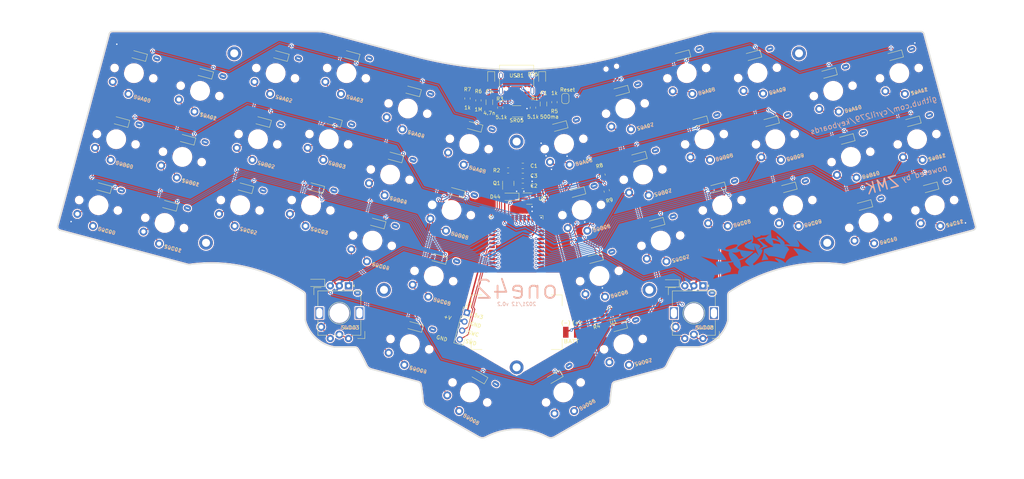
<source format=kicad_pcb>
(kicad_pcb (version 20211014) (generator pcbnew)
  (layers (0 "F.Cu" signal) (31 "B.Cu" signal) (34 "B.Paste" user) (35 "F.Paste" user) (36 "B.SilkS" user "B.Silkscreen") (37 "F.SilkS" user "F.Silkscreen") (38 "B.Mask" user) (39 "F.Mask" user) (44 "Edge.Cuts" user))
  (net 0 "")
  (net 1 "GND")
  (net 2 "VBAT")
  (net 3 "/VSRC")
  (net 4 "VBUS")
  (net 5 "Net-(D2-Pad2)")
  (net 6 "/SHIELD")
  (net 7 "ROWA")
  (net 8 "Net-(D3-Pad2)")
  (net 9 "Net-(D4-Pad2)")
  (net 10 "Net-(D5-Pad2)")
  (net 11 "Net-(D6-Pad2)")
  (net 12 "Net-(D7-Pad2)")
  (net 13 "Net-(D8-Pad2)")
  (net 14 "Net-(D9-Pad2)")
  (net 15 "Net-(D10-Pad2)")
  (net 16 "Net-(D11-Pad2)")
  (net 17 "Net-(D12-Pad2)")
  (net 18 "Net-(D1-Pad2)")
  (net 19 "Net-(D13-Pad2)")
  (net 20 "Net-(D14-Pad2)")
  (net 21 "Net-(D15-Pad2)")
  (net 22 "Net-(D16-Pad2)")
  (net 23 "Net-(D17-Pad2)")
  (net 24 "Net-(D18-Pad2)")
  (net 25 "Net-(D19-Pad2)")
  (net 26 "Net-(D20-Pad2)")
  (net 27 "Net-(D21-Pad2)")
  (net 28 "Net-(D22-Pad2)")
  (net 29 "ROWB")
  (net 30 "Net-(D23-Pad2)")
  (net 31 "Net-(D24-Pad2)")
  (net 32 "Net-(D25-Pad2)")
  (net 33 "Net-(D26-Pad2)")
  (net 34 "Net-(D27-Pad2)")
  (net 35 "Net-(D28-Pad2)")
  (net 36 "Net-(D29-Pad2)")
  (net 37 "Net-(D30-Pad2)")
  (net 38 "Net-(D31-Pad2)")
  (net 39 "Net-(D32-Pad2)")
  (net 40 "ROWC")
  (net 41 "Net-(D33-Pad2)")
  (net 42 "Net-(D34-Pad2)")
  (net 43 "Net-(D35-Pad2)")
  (net 44 "Net-(D36-Pad2)")
  (net 45 "Net-(D37-Pad2)")
  (net 46 "Net-(D38-Pad2)")
  (net 47 "/RAW")
  (net 48 "Net-(R1-Pad2)")
  (net 49 "LED_1")
  (net 50 "ROWD")
  (net 51 "Net-(D39-Pad2)")
  (net 52 "Net-(D40-Pad2)")
  (net 53 "VDD_NRF")
  (net 54 "Net-(D41-Pad2)")
  (net 55 "Net-(D42-Pad2)")
  (net 56 "Net-(D45-Pad1)")
  (net 57 "RESET")
  (net 58 "Net-(D46-Pad1)")
  (net 59 "Net-(R3-Pad1)")
  (net 60 "/BattSw")
  (net 61 "Net-(R4-Pad1)")
  (net 62 "VTAP")
  (net 64 "enc1B")
  (net 65 "enc1A")
  (net 66 "enc2A")
  (net 67 "enc2B")
  (net 68 "COL11")
  (net 69 "COL10")
  (net 70 "COL09")
  (net 71 "COL08")
  (net 72 "COL07")
  (net 73 "COL06")
  (net 78 "COL00")
  (net 79 "COL01")
  (net 80 "COL02")
  (net 81 "COL03")
  (net 82 "COL04")
  (net 83 "COL05")
  (net 85 "D+")
  (net 86 "D-")
  (net 87 "SWD")
  (net 88 "SWC")
  (net 92 "/charge")
  (footprint "Resistor_SMD:R_0805_2012Metric" (layer "F.Cu") (at 35.981566 48.485468 90)
    (fp_text reference "R6")
    (fp_text value "1M")
  )
  (footprint "Package_TO_SOT_SMD:SOT-143" (layer "F.Cu") (at 46.481568 51.485474 180)
    (fp_text reference "D43" hide)
    (fp_text value "SR05")
  )
  (footprint "keebLib:pg1353" (layer "F.Cu") (at -29.437057 77.316884 -15)
    (fp_text reference "SwC02")
    (fp_text value "SW_Push" hide)
  )
  (footprint "Diode_SMD:D_SOD-123" (layer "F.Cu") (at 1.041475 36.207076 165)
    (fp_text reference "D4" hide)
    (fp_text value "D_Small")
  )
  (footprint "keebLib:pg1353" (layer "F.Cu") (at 81.215583 68.889073 15)
    (fp_text reference "SwB07")
    (fp_text value "SW_Push" hide)
  )
  (footprint "Package_TO_SOT_SMD:SOT-23-5" (layer "F.Cu") (at 72.432476 107.136035 -165)
    (fp_text reference "U1")
    (fp_text value "TP4054")
  )
  (footprint "Resistor_SMD:R_0805_2012Metric" (layer "F.Cu") (at 41.981565 50.485474 -90)
    (fp_text reference "R3")
    (fp_text value "5.1k")
  )
  (footprint "Resistor_SMD:R_0805_2012Metric" (layer "F.Cu") (at 71.229474 73.372856 105)
    (fp_text reference "R9")
    (fp_text value "2M")
  )
  (footprint "keebLib:pg1353" (layer "F.Cu") (at 59.322203 128.787114 30)
    (fp_text reference "SwD06")
    (fp_text value "SW_Push" hide)
  )
  (footprint "keebLib:pg1353" (layer "F.Cu") (at 33.640927 128.787115 -30)
    (fp_text reference "SwD05")
    (fp_text value "SW_Push" hide)
  )
  (footprint "Diode_SMD:D_SOD-123" (layer "F.Cu") (at 56.817253 124.65397 -150)
    (fp_text reference "D40" hide)
    (fp_text value "D_Small")
  )
  (footprint "keebLib:pg1353" (layer "F.Cu") (at 161.326581 77.316878 15)
    (fp_text reference "SwC11")
    (fp_text value "SW_Push" hide)
  )
  (footprint "Diode_SMD:D_SOD-123" (layer "F.Cu") (at -57.348104 36.207076 165)
    (fp_text reference "D1" hide)
    (fp_text value "D_Small")
  )
  (footprint "keebLib:pg1353" (layer "F.Cu") (at 93.205404 40.998069 15)
    (fp_text reference "SwA08")
    (fp_text value "SW_Push" hide)
  )
  (footprint "keebLib:pg1353" (layer "F.Cu") (at -50.204042 82.182678 -15)
    (fp_text reference "SwC01")
    (fp_text value "SW_Push" hide)
  )
  (footprint "Diode_SMD:D_SOD-123" (layer "F.Cu") (at 121.102685 72.474345 -165)
    (fp_text reference "D34" hide)
    (fp_text value "D_Small")
  )
  (footprint "keebLib:pg1353" (layer "F.Cu") (at 112.647077 40.917594 15)
    (fp_text reference "SwA09")
    (fp_text value "SW_Push" hide)
  )
  (footprint "keebLib:pg1353" (layer "F.Cu") (at -0.242272 40.998071 -15)
    (fp_text reference "SwA03")
    (fp_text value "SW_Push" hide)
  )
  (footprint "keebLib:pg1353_ec11rotSw" (layer "F.Cu") (at -2.20271 106.961818)
    (fp_text reference "SwD03")
    (fp_text value "Rotary_Encoder_Switch")
  )
  (footprint "keebMCU:USB_C_Receptacle_HRO_TYPE-C-31-M-12_handsolder" (layer "F.Cu") (at 46.481564 42.69687 180)
    (fp_text reference "USB1")
    (fp_text value "HRO-TYPE-C-31-M-12")
  )
  (footprint "Diode_SMD:D_SOD-123" (layer "F.Cu") (at 79.918043 64.046588 -165)
    (fp_text reference "D20" hide)
    (fp_text value "D_Small")
  )
  (footprint "keebLib:switch_SSSS811101" (layer "F.Cu") (at 72.481574 39.48547 -165)
    (fp_text reference "SW44" hide)
    (fp_text value "SW_SPDT")
  )
  (footprint "Resistor_SMD:R_0805_2012Metric" (layer "F.Cu") (at 56.862033 48.969884 -90)
    (fp_text reference "R5")
    (fp_text value "1k")
  )
  (footprint "Diode_SMD:D_SOD-123" (layer "F.Cu") (at 111.371097 36.155576 -165)
    (fp_text reference "D10" hide)
    (fp_text value "D_Small")
  )
  (footprint "Diode_SMD:D_SOD-123" (layer "F.Cu") (at 58.164736 55.627303 -165)
    (fp_text reference "D7" hide)
    (fp_text value "D_Small")
  )
  (footprint "Diode_SMD:D_SOD-123" (layer "F.Cu") (at 25.050412 92.007288 165)
    (fp_text reference "D30" hide)
    (fp_text value "D_Small")
  )
  (footprint "keebLib:pg1353" (layer "F.Cu") (at -19.705466 40.99807 -15)
    (fp_text reference "SwA02")
    (fp_text value "SW_Push" hide)
  )
  (footprint "keebLib:pg1353" (layer "F.Cu") (at 11.747547 68.889072 -15)
    (fp_text reference "SwB04")
    (fp_text value "SW_Push" hide)
  )
  (footprint "Diode_SMD:D_SOD-123" (layer "F.Cu") (at 63.062415 73.778147 -165)
    (fp_text reference "D19" hide)
    (fp_text value "D_Small")
  )
  (footprint "Diode_SMD:D_SOD-123" (layer "F.Cu") (at 132.138063 41.021398 -165)
    (fp_text reference "D11" hide)
    (fp_text value "D_Small")
  )
  (footprint "Resistor_SMD:R_0805_2012Metric" (layer "F.Cu") (at 32.981563 47.969889 -90)
    (fp_text reference "R7")
    (fp_text value "1k")
  )
  (footprint "Diode_SMD:D_SOD-123" (layer "F.Cu") (at 67.896321 91.94608 -165)
    (fp_text reference "D31" hide)
    (fp_text value "D_Small")
  )
  (footprint "keebLib:cell_pads" (layer "F.Cu") (at 61.481566 112.235469 180)
    (fp_text reference "BT1" hide)
    (fp_text value "Battery_Cell")
  )
  (footprint "keebLib:pg1353" (layer "F.Cu") (at 117.534395 59.157476 15)
    (fp_text reference "SwB09")
    (fp_text value "SW_Push" hide)
  )
  (footprint "keebMCU:nRF52840_holyiot_18010_HS_simple" (layer "F.Cu") (at 46.481571 89.677835 180)
    (fp_text reference "U3" hide)
    (fp_text value "nRF52840_holyiot_18010")
  )
  (footprint "Capacitor_SMD:C_0805_2012Metric" (layer "F.Cu") (at 48.181568 71.985469 180)
    (fp_text reference "C2")
    (fp_text value "1uF")
  )
  (footprint "keebLib:pg1353" (layer "F.Cu") (at 76.349789 50.729666 15)
    (fp_text reference "SwA07")
    (fp_text value "SW_Push" hide)
  )
  (footprint "keebLib:pg1353" (layer "F.Cu") (at 75.807348 115.515013 15)
    (fp_text reference "SwD07")
    (fp_text value "SW_Push" hide)
  )
  (footprint "keebLib:pg1353" (layer "F.Cu") (at 151.594984 40.99807 15)
    (fp_text reference "SwA11")
    (fp_text value "SW_Push" hide)
  )
  (footprint "Resistor_SMD:R_0805_2012Metric" (layer "F.Cu") (at 70.075394 69.065801 105)
    (fp_text reference "R8")
    (fp_text value "806k")
  )
  (footprint "Fuse:Fuse_1206_3216Metric" (layer "F.Cu") (at 53.86203 49.469884 90)
    (fp_text reference "F1")
    (fp_text value "500ma")
  )
  (footprint "keebLib:pg1353" (layer "F.Cu") (at 33.468966 60.461262 -15)
    (fp_text reference "SwA05")
    (fp_text value "SW_Push" hide)
  )
  (footprint "Connector_PinHeader_2.54mm:PinHeader_1x04_P2.54mm_Vertical" (layer "F.Cu") (at 32.828283 106.860224 -15)
    (fp_text reference "J1")
    (fp_text value "Conn_01x04_Female")
  )
  (footprint "Diode_SMD:D_SOD-123" (layer "F.Cu") (at 84.783842 82.205976 -165)
    (fp_text reference "D32" hide)
    (fp_text value "D_Small")
  )
  (footprint "keebLib:pg1353" (layer "F.Cu") (at 6.881752 87.048477 -15)
    (fp_text reference "SwC04")
    (fp_text value "SW_Push" hide)
  )
  (footprint "Diode_SMD:D_SOD-123" (layer "F.Cu") (at 88.928143 98.799534 180)
    (fp_text reference "D42" hide)
    (fp_text value "D_Small")
  )
  (footprint "keebLib:pg1353" (layer "F.Cu") (at 98.071203 59.157475 15)
    (fp_text reference "SwB08")
    (fp_text value "SW_Push" hide)
  )
  (footprint "Diode_SMD:D_SOD-123" (layer "F.Cu") (at -67.079704 72.525891 165)
    (fp_text reference "D25" hide)
    (fp_text value "D_Small")
  )
  (footprint "keebLib:pg1353" (layer "F.Cu") (at -68.363446 77.31688 -15)
    (fp_text reference "SwC00")
    (fp_text value "SW_Push" hide)
  )
  (footprint "keebLib:pg1353" (layer "F.Cu") (at 138.301378 64.023275 15)
    (fp_text reference "SwB10")
    (fp_text value "SW_Push" hide)
  )
  (footprint "Diode_SMD:D_SOD-123" (layer "F.Cu") (at 74.513253 110.685383 -165)
    (fp_text reference "D41" hide)
    (fp_text value "D_Small")
  )
  (footprint "keebLib:pg1353" (layer "F.Cu") (at 16.613345 50.729668 -15)
    (fp_text reference "SwA04")
    (fp_text value "SW_Push" hide)
  )
  (footprint "keebLib:pg1353" (layer "F.Cu") (at 86.081382 87.04848 15)
    (fp_text reference "SwC07")
    (fp_text value "SW_Push" hide)
  )
  (footprint "one42:one42" (layer "F.Cu") (at 46.481565 29.48547)
    (fp_text reference "U4" hide)
    (fp_text value "One42")
    (fp_line (start 44.436438 86.876347) (end 49.73933 86.876347) (layer "Edge.Cuts") (width 0.2))
    (fp_line (start -28.1793 6.749999) (end -52.098977 0.340741) (layer "Edge.Cuts") (width 0.2))
    (fp_line (start -111.958818 0.74118) (end -126.098794 53.51229) (layer "Edge.Cuts") (width 0.2))
    (fp_line (start 10.394013 111.568389) (end 24.746987 103.281695) (layer "Edge.Cuts") (width 0.2))
    (fp_line (start 58.084276 79.216083) (end 58.084276 72.509715) (layer "Edge.Cuts") (width 0.2))
    (fp_line (start -125.391688 54.737035) (end -90.434991 64.103654) (layer "Edge.Cuts") (width 0.2))
    (fp_line (start -24.746987 103.281695) (end -10.394013 111.568389) (layer "Edge.Cuts") (width 0.2))
    (fp_line (start 126.098794 53.51229) (end 111.958818 0.74118) (layer "Edge.Cuts") (width 0.2))
    (fp_line (start 90.434991 64.103654) (end 125.391688 54.737035) (layer "Edge.Cuts") (width 0.2))
    (fp_line (start -39.923454 92.921501) (end -27.012584 96.380958) (layer "Edge.Cuts") (width 0.2))
    (fp_line (start -49.73933 86.876347) (end -44.436438 86.876347) (layer "Edge.Cuts") (width 0.2))
    (fp_line (start 27.012584 96.380958) (end 39.923454 92.921501) (layer "Edge.Cuts") (width 0.2))
    (fp_line (start 110.992892 0) (end 54.687168 0) (layer "Edge.Cuts") (width 0.2))
    (fp_line (start 52.098977 0.340741) (end 28.1793 6.749999) (layer "Edge.Cuts") (width 0.2))
    (fp_line (start -54.687168 0) (end -110.992892 0) (layer "Edge.Cuts") (width 0.2))
    (fp_line (start -58.084276 72.509715) (end -58.084276 79.216083) (layer "Edge.Cuts") (width 0.2))
    (fp_arc (start 110.992892 -0.000001) (mid 111.601653 0.206646) (end 111.958818 0.74118) (layer "Edge.Cuts") (width 0.2))
    (fp_arc (start 41.220561 91.830303) (mid 42.341139 89.566856) (end 43.577388 87.364454) (layer "Edge.Cuts") (width 0.2))
    (fp_arc (start -54.687167 -0.000001) (mid -53.381905 0.08555) (end -52.098977 0.340741) (layer "Edge.Cuts") (width 0.2))
    (fp_arc (start 58.084276 79.216082) (mid 58.064415 79.497237) (end 58.005228 79.772809) (layer "Edge.Cuts") (width 0.2))
    (fp_arc (start 52.098978 0.340742) (mid 53.381906 0.085552) (end 54.687168 0) (layer "Edge.Cuts") (width 0.2))
    (fp_arc (start 25.742166 101.688418) (mid 25.443279 102.609168) (end 24.746987 103.281695) (layer "Edge.Cuts") (width 0.2))
    (fp_arc (start 73.865524 64.960439) (mid 81.715521 63.808182) (end 89.642148 64.152777) (layer "Edge.Cuts") (width 0.2))
    (fp_arc (start -50.074045 86.84814) (mid -55.057442 84.451396) (end -58.005228 79.772809) (layer "Edge.Cuts") (width 0.2))
    (fp_arc (start 58.005227 79.772808) (mid 55.057441 84.451395) (end 50.074045 86.848139) (layer "Edge.Cuts") (width 0.2))
    (fp_arc (start 126.098795 53.51229) (mid 125.998894 54.271109) (end 125.391688 54.737035) (layer "Edge.Cuts") (width 0.2))
    (fp_arc (start -58.531848 71.676154) (mid -58.203246 72.036655) (end -58.084276 72.509715) (layer "Edge.Cuts") (width 0.2))
    (fp_arc (start 58.531848 71.676155) (mid 65.908404 67.655512) (end 73.865523 64.960439) (layer "Edge.Cuts") (width 0.2))
    (fp_arc (start 58.084276 72.509715) (mid 58.203246 72.036655) (end 58.531848 71.676154) (layer "Edge.Cuts") (width 0.2))
    (fp_arc (start -111.958817 0.74118) (mid -111.601653 0.206646) (end -110.992892 0) (layer "Edge.Cuts") (width 0.2))
    (fp_arc (start -43.577388 87.364454) (mid -42.341139 89.566856) (end -41.220561 91.830303) (layer "Edge.Cuts") (width 0.2))
    (fp_arc (start -24.746988 103.281696) (mid -25.44328 102.609169) (end -25.742167 101.688418) (layer "Edge.Cuts") (width 0.2))
    (fp_arc (start -27.012584 96.380958) (mid -26.532751 96.672797) (end -26.285896 97.177249) (layer "Edge.Cuts") (width 0.2))
    (fp_arc (start 90.434991 64.103654) (mid 90.041033 64.167974) (end 89.642148 64.152777) (layer "Edge.Cuts") (width 0.2))
    (fp_arc (start 43.577389 87.364454) (mid 43.94242 87.006895) (end 44.436438 86.876347) (layer "Edge.Cuts") (width 0.2))
    (fp_arc (start -125.391688 54.737034) (mid -125.998894 54.271108) (end -126.098794 53.51229) (layer "Edge.Cuts") (width 0.2))
    (fp_arc (start -58.005228 79.77281) (mid -58.064416 79.497239) (end -58.084276 79.216083) (layer "Edge.Cuts") (width 0.2))
    (fp_arc (start -89.642147 64.152777) (mid -81.71552 63.808181) (end -73.865523 64.960439) (layer "Edge.Cuts") (width 0.2))
    (fp_arc (start 25.742167 101.688418) (mid 25.957057 99.425966) (end 26.285896 97.177249) (layer "Edge.Cuts") (width 0.2))
    (fp_arc (start -73.865523 64.960438) (mid -65.908404 67.65551) (end -58.531848 71.676154) (layer "Edge.Cuts") (width 0.2))
    (fp_arc (start -89.642148 64.152777) (mid -90.041033 64.167974) (end -90.434991 64.103654) (layer "Edge.Cuts") (width 0.2))
    (fp_arc (start -44.436438 86.876346) (mid -43.94242 87.006894) (end -43.577388 87.364454) (layer "Edge.Cuts") (width 0.2))
    (fp_arc (start -8.454611 111.60199) (mid -9.428658 111.836039) (end -10.394013 111.568389) (layer "Edge.Cuts") (width 0.2))
    (fp_arc (start 50.074045 86.84814) (mid 49.907281 86.869283) (end 49.73933 86.876347) (layer "Edge.Cuts") (width 0.2))
    (fp_arc (start 41.220561 91.830302) (mid 40.693326 92.520112) (end 39.923454 92.921501) (layer "Edge.Cuts") (width 0.2))
    (fp_arc (start 28.1793 6.749999) (mid 0 10.459874) (end -28.1793 6.749999) (layer "Edge.Cuts") (width 0.2))
    (fp_arc (start 10.394013 111.568388) (mid 9.428659 111.836037) (end 8.454612 111.601989) (layer "Edge.Cuts") (width 0.2))
    (fp_arc (start -8.454613 111.601989) (mid 0 109.492852) (end 8.454612 111.601989) (layer "Edge.Cuts") (width 0.2))
    (fp_arc (start 26.285896 97.177249) (mid 26.532751 96.672797) (end 27.012584 96.380958) (layer "Edge.Cuts") (width 0.2))
    (fp_arc (start -26.285896 97.177249) (mid -25.957056 99.425966) (end -25.742167 101.688418) (layer "Edge.Cuts") (width 0.2))
    (fp_arc (start -39.923453 92.921502) (mid -40.693325 92.520113) (end -41.220561 91.830303) (layer "Edge.Cuts") (width 0.2))
    (fp_arc (start -49.73933 86.876346) (mid -49.907281 86.869282) (end -50.074045 86.848139) (layer "Edge.Cuts") (width 0.2))
  )
  (footprint "Diode_SMD:D_SOD-123" (layer "F.Cu") (at 17.897094 45.938677 165)
    (fp_text reference "D5" hide)
    (fp_text value "D_Small")
  )
  (footprint "keebLib:pg1353" (layer "F.Cu") (at 122.400195 77.316881 15)
    (fp_text reference "SwC09")
    (fp_text value "SW_Push" hide)
  )
  (footprint "Capacitor_SMD:C_1206_3216Metric" (layer "F.Cu") (at 38.981565 48.985473 90)
    (fp_text reference "C4")
    (fp_text value "4.7n")
  )
  (footprint "Diode_SMD:D_SOD-123" (layer "F.Cu") (at -3.82433 54.366492 165)
    (fp_text reference "D16" hide)
    (fp_text value "D_Small")
  )
  (footprint "Diode_SMD:D_SOD-123" (layer "F.Cu") (at 150.297452 36.155605 -165)
    (fp_text reference "D12" hide)
    (fp_text value "D_Small")
  )
  (footprint "keebLib:pg1353" (layer "F.Cu") (at -9.97387 77.316882 -15)
    (fp_text reference "SwC03")
    (fp_text value "SW_Push" hide)
  )
  (footprint "Diode_SMD:D_SOD-123" (layer "F.Cu") (at -48.920289 77.391693 165)
    (fp_text reference "D26" hide)
    (fp_text value "D_Small")
  )
  (footprint "Diode_SMD:D_SOD-123" (layer "F.Cu") (at -39.188699 41.072865 165)
    (fp_text reference "D2" hide)
    (fp_text value "D_Small")
  )
  (footprint "Diode_SMD:D_SOD-123" (layer "F.Cu") (at 137.003853 59.180785 -165)
    (fp_text reference "D23" hide)
    (fp_text value "D_Small")
  )
  (footprint "Resistor_SMD:R_0805_2012Metric" (layer "F.Cu") (at 44.144065 67.735469)
    (fp_text reference "R2")
    (fp_text value "10k")
  )
  (footprint "Diode_SMD:D_SOD-123" (layer "F.Cu") (at -8.690126 72.525894 165)
    (fp_text reference "D28" hide)
    (fp_text value "D_Small")
  )
  (footprint "keebLib:pg1353" (layer "F.Cu") (at -24.571263 59.157476 -15)
    (fp_text reference "SwB02")
    (fp_text value "SW_Push" hide)
  )
  (footprint "Diode_SMD:D_SOD-123" (layer "F.Cu") (at 160.029041 72.474377 -165)
    (fp_text reference "D36" hide)
    (fp_text value "D_Small")
  )
  (footprint "Diode_SMD:D_SOD-123" (layer "F.Cu") (at -18.421718 36.207091 165)
    (fp_text reference "D3" hide)
    (fp_text value "D_Small")
  )
  (footprint "keebLib:pg1353" (layer "F.Cu") (at 69.225762 96.780075 15)
    (fp_text reference "SwC06")
    (fp_text value "SW_Push" hide)
  )
  (footprint "Diode_SMD:D_SOD-123" (layer "F.Cu") (at -62.213908 54.36649 165)
    (fp_text reference "D13" hide)
    (fp_text value "D_Small")
  )
  (footprint "Diode_SMD:D_SOD-123" (layer "F.Cu") (at -28.165656 72.571974 165)
    (fp_text reference "D27" hide)
    (fp_text value "D_Small")
  )
  (footprint "Diode_SMD:D_SOD-123" (layer "F.Cu") (at 155.163243 54.314993 -165)
    (fp_text reference "D24" hide)
    (fp_text value "D_Small")
  )
  (footprint "Diode_SMD:D_0805_2012Metric" (layer "F.Cu") (at 39.481573 42.28705 -90)
    (fp_text reference "D46" hide)
    (fp_text value "statusLED")
  )
  (footprint "Diode_SMD:D_SOD-123" (layer "F.Cu") (at -23.287517 54.366493 165)
    (fp_text reference "D15" hide)
    (fp_text value "D_Small")
  )
  (footprint "Diode_SMD:D_SOD-123" (layer "F.Cu") (at 116.236893 54.31496 -165)
    (fp_text reference "D22" hide)
    (fp_text value "D_Small")
  )
  (footprint "keebLib:pg1353" (layer "F.Cu") (at 133.435579 45.863866 15)
    (fp_text reference "SwA10")
    (fp_text value "SW_Push" hide)
  )
  (footprint "keebLib:pg1353" (layer "F.Cu") (at -5.108072 59.157476 -15)
    (fp_text reference "SwB03")
    (fp_text value "SW_Push" hide)
  )
  (footprint "Resistor_SMD:R_0805_2012Metric" (layer "F.Cu") (at 68.045878 109.117614 -165)
    (fp_text reference "R4")
    (fp_text value "10k")
  )
  (footprint "Diode_SMD:D_SOD-123" (layer "F.Cu") (at 34.784598 55.678812 165)
    (fp_text reference "D6" hide)
    (fp_text value "D_Small")
  )
  (footprint "keebLib:pg1353" (layer "F.Cu") (at 156.460784 59.157476 15)
    (fp_text reference "SwB11")
    (fp_text value "SW_Push" hide)
  )
  (footprint "Diode_SMD:D_SOD-123" (layer "F.Cu") (at -8.492304 98.664528 180)
    (fp_text reference "D37" hide)
    (fp_text value "D_Small")
  )
  (footprint "keebLib:pg1353" (layer "F.Cu") (at 64.359966 78.620669 15)
    (fp_text reference "SwB06")
    (fp_text value "SW_Push" hide)
  )
  (footprint "Diode_SMD:D_SOD-123" (layer "F.Cu") (at 96.773657 54.314954 -165)
    (fp_text reference "D21" hide)
    (fp_text value "D_Small")
  )
  (footprint "Capacitor_SMD:C_0805_2012Metric" (layer "F.Cu") (at 48.181565 69.23547)
    (fp_text reference "C3")
    (fp_text value "1uF")
  )
  (footprint "Capacitor_SMD:C_0805_2012Metric" (layer "F.Cu") (at 48.181566 66.485469 180)
    (fp_text reference "C1")
    (fp_text value "4.7uF")
  )
  (footprint "Diode_SMD:D_SOD-123" (layer "F.Cu") (at 44.881565 74.985469 180)
    (fp_text reference "D44")
    (fp_text value "1N5819")
  )
  (footprint "keebLib:pg1353_ec11rotSw" (layer "F.Cu") (at 95.16584 106.961818)
    (fp_text reference "SwD08")
    (fp_text value "Rotary_Encoder_Switch")
  )
  (footprint "Diode_SMD:D_SOD-123" (layer "F.Cu") (at 18.449883 110.685385 165)
    (fp_text reference "D38" hide)
    (fp_text value "D_Small")
  )
  (footprint "Diode_SMD:D_SOD-123" (layer "F.Cu") (at 8.165498 82.257491 165)
    (fp_text reference "D29" hide)
    (fp_text value "D_Small")
  )
  (footprint "keebLib:pg1353" (layer "F.Cu") (at -45.338242 64.023273 -15)
    (fp_text reference "SwB01")
    (fp_text value "SW_Push" hide)
  )
  (footprint "keebLib:pg1353" (layer "F.Cu") (at -58.631849 40.99807 -15)
    (fp_text reference "SwA00")
    (fp_text value "SW_Push" hide)
  )
  (footprint "keebLib:pg1353" (layer "F.Cu") (at 59.494167 60.461262 15)
    (fp_text reference "SwA06")
    (fp_text value "SW_Push" hide)
  )
  (footprint "Package_TO_SOT_SMD:SOT-23" (layer "F.Cu") (at 44.181566 71.29797 90)
    (fp_text reference "Q1")
    (fp_text value "AO3401A")
  )
  (footprint "Diode_SMD:D_0805_2012Metric" (layer "F.Cu") (at 53.481569 42.287043 -90)
    (fp_text reference "D45")
    (fp_text value "powerLED")
  )
  (footprint "keebLib:pg1353" (layer "F.Cu") (at 143.14563 82.102188 15)
    (fp_text reference "SwC10")
    (fp_text value "SW_Push" hide)
  )
  (footprint "Diode_SMD:D_SOD-123" (layer "F.Cu") (at 101.639447 72.474338 -165)
    (fp_text reference "D33" hide)
    (fp_text value "D_Small")
  )
  (footprint "Diode_SMD:D_SOD-123" (layer "F.Cu") (at 141.869646 77.340173 -165)
    (fp_text reference "D35" hide)
    (fp_text value "D_Small")
  )
  (footprint "Diode_SMD:D_SOD-123" (layer "F.Cu") (at 75.052252 45.887205 -165)
    (fp_text reference "D8" hide)
    (fp_text value "D_Small")
  )
  (footprint "keebLib:pg1353" (layer "F.Cu") (at 23.737372 96.780073 -15)
    (fp_text reference "SwC05")
    (fp_text value "SW_Push" hide)
  )
  (footprint "keebLib:pg1353" (layer "F.Cu") (at 102.937003 77.31688 15)
    (fp_text reference "SwC08")
    (fp_text value "SW_Push" hide)
  )
  (footprint "Diode_SMD:D_SOD-123" (layer "F.Cu") (at 13.031302 64.098076 165)
    (fp_text reference "D17" hide)
    (fp_text value "D_Small")
  )
  (footprint "Package_TO_SOT_SMD:SOT-23-5" (layer "F.Cu") (at 49.981565 75.485469)
    (fp_text reference "U2")
    (fp_text value "AP2112K-3.3")
  )
  (footprint "keebLib:pg1353" (layer "F.Cu") (at 28.603165 78.620666 -15)
    (fp_text reference "SwB05")
    (fp_text value "SW_Push" hide)
  )
  (footprint "Diode_SMD:D_SOD-123" (layer "F.Cu") (at 91.90786 36.15557 -165)
    (fp_text reference "D9" hide)
    (fp_text value "D_Small")
  )
  (footprint "keebLib:pg1353" (layer "F.Cu") (at -63.497649 59.157474 -15)
    (fp_text reference "SwB00")
    (fp_text value "SW_Push" hide)
  )
  (footprint "Diode_SMD:D_SOD-123" (layer "F.Cu") (at 36.140928 124.456985 150)
    (fp_text reference "D39" hide)
    (fp_text value "D_Small")
  )
  (footprint "Resistor_SMD:R_0805_2012Metric" (layer "F.Cu") (at 50.981563 50.485471 90)
    (fp_text reference "R1")
    (fp_text value "5.1k")
  )
  (footprint "keebLib:pg1353" (layer "F.Cu") (at 17.15579 115.515012 -15)
    (fp_text reference "SwD04")
    (fp_text value "SW_Push" hide)
  )
  (footprint "Diode_SMD:D_SOD-123" (layer "F.Cu") (at 29.918795 73.838229 165)
    (fp_text reference "D18" hide)
    (fp_text value "D_Small")
  )
  (footprint "Diode_SMD:D_SOD-123" (layer "F.Cu") (at -44.054496 59.23229 165)
    (fp_text reference "D14" hide)
    (fp_text value "D_Small")
  )
  (footprint "Jumper:SolderJumper-2_P1.3mm_Open_RoundedPad1.0x1.5mm" (layer "F.Cu") (at 59.862035 47.969887 90)
    (fp_text reference "JP3" hide)
    (fp_text value "Reset")
  )
  (footprint "keebLib:pg1353" (layer "F.Cu") (at -40.472445 45.863867 -15)
    (fp_text reference "SwA01")
    (fp_text value "SW_Push" hide)
  )
  (gr_text "+V" (at 27.488369 108.137133 -15) (layer "F.SilkS") (effects (font (size 1 1))))
  (gr_text "GND" (at 25.935461 113.932686 -15) (layer "F.SilkS") (effects (font (size 1 1))))
  (gr_text "SWD" (at 33.921681 115.037311 -15) (layer "F.SilkS") (effects (font (size 1 1))))
  (gr_text "GND" (at 35.215784 110.207685 -15) (layer "F.SilkS") (effects (font (size 1 1))))
  (gr_text "+3v3" (at 35.379864 107.663459 -15) (layer "F.SilkS") (effects (font (size 1 1))))
  (gr_text "SWC" (at 34.568733 112.622498 -15) (layer "F.SilkS") (effects (font (size 1 1))))
  (segment (start 49.739973 47.104366) (end 50.932769 48.297166) (width 0.4) (layer "F.Cu") (net 1))
  (segment (start 42.960354 47.37558) (end 42.079308 47.37558) (width 0.4) (layer "F.Cu") (net 1))
  (segment (start 49.731565 47.10437) (end 49.739973 47.104366) (width 0.4) (layer "F.Cu") (net 1))
  (segment (start 47.865423 52.539323) (end 47.581569 52.255468) (width 0.4) (layer "F.Cu") (net 1))
  (segment (start 43.23157 47.104368) (end 42.960354 47.37558) (width 0.4) (layer "F.Cu") (net 1))
  (segment (start 47.86543 53.538249) (end 47.865423 52.539323) (width 0.4) (layer "F.Cu") (net 1))
  (via (at 53.226045 80.736196) (size 0.8) (drill 0.4) (layers "F.Cu" "B.Cu") (net 1))
  (via (at 50.731565 77.73547) (size 0.8) (drill 0.4) (layers "F.Cu" "B.Cu") (net 1))
  (via (at 60.33983 63.818558) (size 0.8) (drill 0.4) (layers "F.Cu" "B.Cu") (net 1))
  (via (at 155.857655 32.69445) (size 0.8) (drill 0.4) (layers "F.Cu" "B.Cu") (net 1))
  (via (at 54.560572 63.730257) (size 0.8) (drill 0.4) (layers "F.Cu" "B.Cu") (net 1))
  (via (at 53.211993 60.263079) (size 0.8) (drill 0.4) (layers "F.Cu" "B.Cu") (net 1))
  (via (at -75.891824 81.816086) (size 0.8) (drill 0.4) (layers "F.Cu" "B.Cu") (net 1))
  (via (at 48.481565 73.485469) (size 0.8) (drill 0.4) (layers "F.Cu" "B.Cu") (net 1))
  (via (at 65.192688 81.929667) (size 0.8) (drill 0.4) (layers "F.Cu" "B.Cu") (net 1))
  (via (at 70.045545 100.040777) (size 0.8) (drill 0.4) (layers "F.Cu" "B.Cu") (net 1))
  (via (at 50.731565 69.48547) (size 0.8) (drill 0.4) (layers "F.Cu" "B.Cu") (net 1))
  (via (at 47.86543 53.538249) (size 0.8) (drill 0.4) (layers "F.Cu" "B.Cu") (net 1))
  (via (at 49.329312 50.73547) (size 0.8) (drill 0.4) (layers "F.Cu" "B.Cu") (net 1))
  (via (at 50.731565 70.735469) (size 0.8) (drill 0.4) (layers "F.Cu" "B.Cu") (net 1))
  (via (at 50.731566 71.985469) (size 0.8) (drill 0.4) (layers "F.Cu" "B.Cu") (net 1))
  (via (at -63.335474 33.037554) (size 0.8) (drill 0.4) (layers "F.Cu" "B.Cu") (net 1))
  (via (at 50.731565 78.985469) (size 0.8) (drill 0.4) (layers "F.Cu" "B.Cu") (net 1))
  (via (at 46.481565 73.485469) (size 0.8) (drill 0.4) (layers "F.Cu" "B.Cu") (net 1))
  (via (at 46.481573 41.947509) (size 0.8) (drill 0.4) (layers "F.Cu" "B.Cu") (net 1))
  (via (at 169.762798 82.16791) (size 0.8) (drill 0.4) (layers "F.Cu" "B.Cu") (net 1))
  (via (at 56.050577 67.442387) (size 0.8) (drill 0.4) (layers "F.Cu" "B.Cu") (net 1))
  (segment (start 32.170883 109.313675) (end 29.649282 108.638015) (width 0.8) (layer "B.Cu") (net 1))
  (segment (start 44.181565 70.360469) (end 47.231565 67.310469) (width 0.4) (layer "F.Cu") (net 2))
  (segment (start 52.177079 68.128077) (end 52.034471 67.98547) (width 0.4) (layer "F.Cu") (net 2))
  (segment (start 52.034471 67.98547) (end 48.731565 67.985469) (width 0.4) (layer "F.Cu") (net 2))
  (segment (start 54.791104 74.985976) (end 54.178731 74.632424) (width 0.4) (layer "F.Cu") (net 2))
  (segment (start 72.016718 105.465441) (end 72.961335 106.010816) (width 0.4) (layer "F.Cu") (net 2))
  (segment (start 69.579804 68.253907) (end 69.839227 68.184393) (width 0.4) (layer "F.Cu") (net 2))
  (segment (start 54.178731 74.632424) (end 53.872546 74.455643) (width 0.4) (layer "F.Cu") (net 2))
  (segment (start 53.872546 74.455643) (end 52.177079 68.128077) (width 0.4) (layer "F.Cu") (net 2))
  (segment (start 63.841025 109.726663) (end 63.599542 109.791368) (width 0.4) (layer "F.Cu") (net 2))
  (segment (start 64.017799 109.420476) (end 54.791104 74.985976) (width 0.4) (layer "F.Cu") (net 2))
  (segment (start 62.730155 111.297191) (end 62.981566 112.23547) (width 0.4) (layer "F.Cu") (net 2))
  (segment (start 48.731565 67.985469) (end 47.231565 66.48547) (width 0.4) (layer "F.Cu") (net 2))
  (segment (start 68.925669 69.3869) (end 69.579804 68.253907) (width 0.4) (layer "F.Cu") (net 2))
  (segment (start 63.599542 109.791368) (end 62.730155 111.297191) (width 0.4) (layer "F.Cu") (net 2))
  (segment (start 72.961335 106.010816) (end 73.28534 105.923999) (width 0.4) (layer "F.Cu") (net 2))
  (segment (start 63.841025 109.726663) (end 64.017799 109.420476) (width 0.4) (layer "F.Cu") (net 2))
  (segment (start 69.839227 68.184393) (end 69.511618 68.272174) (width 0.4) (layer "F.Cu") (net 2))
  (segment (start 47.231565 67.310469) (end 47.231565 66.48547) (width 0.4) (layer "F.Cu") (net 2))
  (via (at 54.178731 74.632424) (size 0.8) (drill 0.4) (layers "F.Cu" "B.Cu") (net 2))
  (via (at 63.841025 109.726663) (size 0.8) (drill 0.4) (layers "F.Cu" "B.Cu") (net 2))
  (via (at 72.016718 105.465441) (size 0.8) (drill 0.4) (layers "F.Cu" "B.Cu") (net 2))
  (via (at 68.925669 69.3869) (size 0.8) (drill 0.4) (layers "F.Cu" "B.Cu") (net 2))
  (segment (start 72.016718 105.465441) (end 70.425727 108.221118) (width 0.4) (layer "B.Cu") (net 2))
  (segment (start 64.147209 109.90344) (end 63.841025 109.726663) (width 0.4) (layer "B.Cu") (net 2))
  (segment (start 54.687289 73.751574) (end 68.55034 70.036982) (width 0.4) (layer "B.Cu") (net 2))
  (segment (start 68.55034 70.036982) (end 68.925669 69.3869) (width 0.4) (layer "B.Cu") (net 2))
  (segment (start 70.425727 108.221118) (end 64.147209 109.90344) (width 0.4) (layer "B.Cu") (net 2))
  (segment (start 54.178731 74.632424) (end 54.687289 73.751574) (width 0.4) (layer "B.Cu") (net 2))
  (segment (start 45.131565 72.235468) (end 45.131566 73.585469) (width 0.25) (layer "F.Cu") (net 3))
  (segment (start 46.981565 74.53547) (end 48.844065 74.535469) (width 0.25) (layer "F.Cu") (net 3))
  (segment (start 45.131566 73.585469) (end 46.531565 74.98547) (width 0.25) (layer "F.Cu") (net 3))
  (segment (start 47.231566 70.135469) (end 45.131565 72.235468) (width 0.25) (layer "F.Cu") (net 3))
  (segment (start 49.506565 76.43547) (end 48.844065 76.435469) (width 0.25) (layer "F.Cu") (net 3))
  (segment (start 47.231566 69.23547) (end 47.231566 70.135469) (width 0.25) (layer "F.Cu") (net 3))
  (segment (start 49.981565 75.010471) (end 49.981565 75.960468) (width 0.25) (layer "F.Cu") (net 3))
  (segment (start 49.981565 75.960468) (end 49.506565 76.43547) (width 0.25) (layer "F.Cu") (net 3))
  (segment (start 46.531565 74.98547) (end 46.981565 74.53547) (width 0.25) (layer "F.Cu") (net 3))
  (segment (start 48.844065 74.535469) (end 49.506565 74.53547) (width 0.25) (layer "F.Cu") (net 3))
  (segment (start 49.506565 74.53547) (end 49.981565 75.010471) (width 0.25) (layer "F.Cu") (net 3))
  (segment (start 62.338379 86.732054) (end 62.950752 87.085608) (width 0.4) (layer "F.Cu") (net 4))
  (segment (start 53.862028 50.869889) (end 55.416177 49.315739) (width 0.4) (layer "F.Cu") (net 4))
  (segment (start 43.213164 59.086613) (end 47.192279 55.107497) (width 0.4) (layer "F.Cu") (net 4))
  (segment (start 62.950752 87.085608) (end 66.453362 100.157526) (width 0.4) (layer "F.Cu") (net 4))
  (segment (start 54.38385 43.224545) (end 53.481564 43.224543) (width 0.4) (layer "F.Cu") (net 4))
  (segment (start 55.416176 44.256869) (end 54.38385 43.224545) (width 0.4) (layer "F.Cu") (net 4))
  (segment (start 69.763039 105.747927) (end 71.087859 106.512812) (width 0.4) (layer "F.Cu") (net 4))
  (segment (start 68.596665 101.394963) (end 69.763039 105.747927) (width 0.4) (layer "F.Cu") (net 4))
  (segment (start 43.181572 80.641135) (end 43.181567 82.291133) (width 0.4) (layer "F.Cu") (net 4))
  (segment (start 43.181574 80.677839) (end 43.230572 80.628839) (width 0.4) (layer "F.Cu") (net 4))
  (segment (start 43.230572 80.628839) (end 43.230574 79.075178) (width 0.4) (layer "F.Cu") (net 4))
  (segment (start 66.453362 100.157526) (end 68.596665 101.394963) (width 0.4) (layer "F.Cu") (net 4))
  (segment (start 47.192279 55.107497) (end 48.518232 55.107498) (width 0.4) (layer "F.Cu") (net 4))
  (segment (start 51.024899 52.600836) (end 52.13109 52.600835) (width 0.4) (layer "F.Cu") (net 4))
  (segment (start 43.230574 79.075178) (end 43.213164 79.057767) (width 0.4) (layer "F.Cu") (net 4))
  (segment (start 52.13109 52.600835) (end 53.862035 50.869888) (width 0.4) (layer "F.Cu") (net 4))
  (segment (start 43.213164 79.057767) (end 43.213164 59.086613) (width 0.4) (layer "F.Cu") (net 4))
  (segment (start 48.518232 55.107498) (end 51.024899 52.600836) (width 0.4) (layer "F.Cu") (net 4))
  (segment (start 55.416177 49.315739) (end 55.416176 44.256869) (width 0.4) (layer "F.Cu") (net 4))
  (via (at 43.181567 82.291133) (size 0.8) (drill 0.4) (layers "F.Cu" "B.Cu") (net 4))
  (via (at 62.338379 86.732054) (size 0.8) (drill 0.4) (layers "F.Cu" "B.Cu") (net 4))
  (segment (start 62.338379 86.732054) (end 62.154668 86.625988) (width 0.4) (layer "B.Cu") (net 4))
  (segment (start 48.849316 83.461851) (end 46.363148 84.128017) (width 0.4) (layer "B.Cu") (net 4))
  (segment (start 62.154668 86.625988) (end 56.810158 88.058045) (width 0.4) (layer "B.Cu") (net 4))
  (segment (start 56.810158 88.058045) (end 48.849316 83.461851) (width 0.4) (layer "B.Cu") (net 4))
  (segment (start 46.363148 84.128017) (end 43.181567 82.291133) (width 0.4) (layer "B.Cu") (net 4))
  (segment (start -42.215424 41.473125) (end -43.993513 48.109052) (width 0.25) (layer "F.Cu") (net 5))
  (segment (start -40.782478 40.645812) (end -42.215424 41.473125) (width 0.25) (layer "F.Cu") (net 5))
  (segment (start -43.993513 48.109052) (end -41.999471 51.562833) (width 0.25) (layer "F.Cu") (net 5))
  (segment (start 42.161574 45.680466) (end 42.161568 41.500467) (width 0.4) (layer "F.Cu") (net 6))
  (segment (start 50.801565 45.680471) (end 50.801561 41.500469) (width 0.4) (layer "F.Cu") (net 6))
  (segment (start 38.919074 47.572968) (end 35.98157 47.572969) (width 0.4) (layer "F.Cu") (net 6))
  (segment (start 38.981565 46.773077) (end 38.981565 47.510469) (width 0.4) (layer "F.Cu") (net 6))
  (segment (start 38.981565 47.510469) (end 38.919074 47.572968) (width 0.4) (layer "F.Cu") (net 6))
  (segment (start 38.637751 46.429263) (end 38.981565 46.773077) (width 0.4) (layer "F.Cu") (net 6))
  (via (at 38.637751 46.429263) (size 0.8) (drill 0.4) (layers "F.Cu" "B.Cu") (net 6))
  (segment (start 50.084554 44.29717) (end 50.801566 45.014177) (width 0.4) (layer "B.Cu") (net 6))
  (segment (start 50.801566 45.014177) (end 50.80157 45.680468) (width 0.4) (layer "B.Cu") (net 6))
  (segment (start 39.21838 45.848636) (end 41.993396 45.848635) (width 0.4) (layer "B.Cu") (net 6))
  (segment (start 42.878576 44.297166) (end 50.084554 44.29717) (width 0.4) (layer "B.Cu") (net 6))
  (segment (start 42.161563 45.014181) (end 42.878576 44.297166) (width 0.4) (layer "B.Cu") (net 6))
  (segment (start 41.993396 45.848635) (end 42.161568 45.680467) (width 0.4) (layer "B.Cu") (net 6))
  (segment (start 38.637751 46.429263) (end 39.21838 45.848636) (width 0.4) (layer "B.Cu") (net 6))
  (segment (start 42.161565 45.68047) (end 42.161563 45.014181) (width 0.4) (layer "B.Cu") (net 6))
  (segment (start -55.754323 36.634124) (end -55.622187 36.140962) (width 0.25) (layer "F.Cu") (net 7))
  (segment (start 133.388911 39.314521) (end 132.24618 38.654759) (width 0.25) (layer "F.Cu") (net 7))
  (segment (start 35.541857 54.65698) (end 36.378376 56.105863) (width 0.25) (layer "F.Cu") (net 7))
  (segment (start 64.431625 66.532303) (end 60.176321 73.902705) (width 0.25) (layer "F.Cu") (net 7))
  (segment (start 93.040505 35.6806) (end 93.415803 37.081189) (width 0.25) (layer "F.Cu") (net 7))
  (segment (start 19.490874 46.365729) (end 20.302451 43.336893) (width 0.25) (layer "F.Cu") (net 7))
  (segment (start 112.964878 35.728527) (end 112.508228 35.464874) (width 0.25) (layer "F.Cu") (net 7))
  (segment (start 112.508228 35.464874) (end 112.047411 33.745102) (width 0.25) (layer "F.Cu") (net 7))
  (segment (start 37.399242 59.443822) (end 36.091081 57.178042) (width 0.25) (layer "F.Cu") (net 7))
  (segment (start 35.569546 54.553637) (end 35.541857 54.65698) (width 0.25) (layer "F.Cu") (net 7))
  (segment (start 60.176321 73.902705) (end 62.284826 81.771772) (width 0.25) (layer "F.Cu") (net 7))
  (segment (start 20.302451 43.336893) (end 20.649069 43.136769) (width 0.25) (layer "F.Cu") (net 7))
  (segment (start -36.792053 39.392315) (end -37.073768 39.554963) (width 0.25) (layer "F.Cu") (net 7))
  (segment (start 32.937393 74.036235) (end 32.053509 72.505303) (width 0.25) (layer "F.Cu") (net 7))
  (segment (start -16.827944 36.63414) (end -16.106947 33.943363) (width 0.25) (layer "F.Cu") (net 7))
  (segment (start 63.03298 47.135745) (end 63.154056 47.5876) (width 0.25) (layer "F.Cu") (net 7))
  (segment (start 36.040432 64.514932) (end 37.399242 59.443822) (width 0.25) (layer "F.Cu") (net 7))
  (segment (start 75.206343 42.598553) (end 74.723378 42.727963) (width 0.25) (layer "F.Cu") (net 7))
  (segment (start 93.415803 37.081189) (end 93.125891 37.583334) (width 0.25) (layer "F.Cu") (net 7))
  (segment (start 59.441647 54.017679) (end 59.758517 55.200249) (width 0.25) (layer "F.Cu") (net 7))
  (segment (start 75.908751 45.657702) (end 76.646031 45.460154) (width 0.25) (layer "F.Cu") (net 7))
  (segment (start 36.091081 57.178042) (end 36.378376 56.105863) (width 0.25) (layer "F.Cu") (net 7))
  (segment (start 32.053509 72.505303) (end 33.856705 65.775713) (width 0.25) (layer "F.Cu") (net 7))
  (segment (start 33.856705 65.775713) (end 36.040432 64.514932) (width 0.25) (layer "F.Cu") (net 7))
  (segment (start 151.891227 35.728553) (end 151.84076 35.540208) (width 0.25) (layer "F.Cu") (net 7))
  (segment (start 2.27581 37.975577) (end 2.438426 38.257242) (width 0.25) (layer "F.Cu") (net 7))
  (segment (start 74.193048 43.64652) (end 74.516568 44.853925) (width 0.25) (layer "F.Cu") (net 7))
  (segment (start 61.694746 56.318132) (end 64.431625 66.532303) (width 0.25) (layer "F.Cu") (net 7))
  (segment (start 2.635248 36.634125) (end 2.27581 37.975577) (width 0.25) (layer "F.Cu") (net 7))
  (segment (start -37.073768 39.554963) (end -37.594915 41.499915) (width 0.25) (layer "F.Cu") (net 7))
  (segment (start 50.881569 80.641139) (end 50.881581 82.29113) (width 0.25) (layer "F.Cu") (net 7))
  (segment (start -55.622187 36.140962) (end -53.499685 34.915531) (width 0.25) (layer "F.Cu") (net 7))
  (segment (start 74.516568 44.853925) (end 75.908751 45.657702) (width 0.25) (layer "F.Cu") (net 7))
  (segment (start 151.84076 35.540208) (end 149.314094 34.081436) (width 0.25) (layer "F.Cu") (net 7))
  (segment (start 59.758517 55.200249) (end 61.694746 56.318132) (width 0.25) (layer "F.Cu") (net 7))
  (segment (start 133.731841 40.594346) (end 133.388911 39.314521) (width 0.25) (layer "F.Cu") (net 7))
  (segment (start 74.723378 42.727963) (end 74.193048 43.64652) (width 0.25) (layer "F.Cu") (net 7))
  (segment (start 62.284826 81.771772) (end 63.052335 82.214893) (width 0.25) (layer "F.Cu") (net 7))
  (segment (start -16.106947 33.943363) (end -15.331676 33.495756) (width 0.25) (layer "F.Cu") (net 7))
  (segment (start 63.154056 47.5876) (end 59.441647 54.017679) (width 0.25) (layer "F.Cu") (net 7))
  (via (at 35.569546 54.553637) (size 0.8) (drill 0.4) (layers "F.Cu" "B.Cu") (net 7))
  (via (at 32.937393 74.036235) (size 0.8) (drill 0.4) (layers "F.Cu" "B.Cu") (net 7))
  (via (at 149.314094 34.081436) (size 0.8) (drill 0.4) (layers "F.Cu" "B.Cu") (net 7))
  (via (at 112.047411 33.745102) (size 0.8) (drill 0.4) (layers "F.Cu" "B.Cu") (net 7))
  (via (at -15.331676 33.495756) (size 0.8) (drill 0.4) (layers "F.Cu" "B.Cu") (net 7))
  (via (at 50.881581 82.29113) (size 0.8) (drill 0.4) (layers "F.Cu" "B.Cu") (net 7))
  (via (at 63.052335 82.214893) (size 0.8) (drill 0.4) (layers "F.Cu" "B.Cu") (net 7))
  (via (at 93.125891 37.583334) (size 0.8) (drill 0.4) (layers "F.Cu" "B.Cu") (net 7))
  (via (at 2.438426 38.257242) (size 0.8) (drill 0.4) (layers "F.Cu" "B.Cu") (net 7))
  (via (at 63.03298 47.135745) (size 0.8) (drill 0.4) (layers "F.Cu" "B.Cu") (net 7))
  (via (at -36.792053 39.392315) (size 0.8) (drill 0.4) (layers "F.Cu" "B.Cu") (net 7))
  (via (at 132.24618 38.654759) (size 0.8) (drill 0.4) (layers "F.Cu" "B.Cu") (net 7))
  (via (at -53.499685 34.915531) (size 0.8) (drill 0.4) (layers "F.Cu" "B.Cu") (net 7))
  (via (at 75.206343 42.598553) (size 0.8) (drill 0.4) (layers "F.Cu" "B.Cu") (net 7))
  (via (at 20.649069 43.136769) (size 0.8) (drill 0.4) (layers "F.Cu" "B.Cu") (net 7))
  (segment (start 74.953554 42.452607) (end 75.206343 42.598553) (width 0.25) (layer "B.Cu") (net 7))
  (segment (start 50.977563 82.649356) (end 50.881581 82.29113) (width 0.25) (layer "B.Cu") (net 7))
  (segment (start 29.061591 51.343737) (end 24.995723 44.301447) (width 0.25) (layer "B.Cu") (net 7))
  (segment (start 33.333806 75.655796) (end 33.687359 76.268168) (width 0.25) (layer "B.Cu") (net 7))
  (segment (start 124.258365 40.795103) (end 132.24618 38.654759) (width 0.25) (layer "B.Cu") (net 7))
  (segment (start 49.914583 80.616239) (end 50.881581 82.29113) (width 0.25) (layer "B.Cu") (net 7))
  (segment (start 33.687359 76.268168) (end 49.914583 80.616239) (width 0.25) (layer "B.Cu") (net 7))
  (segment (start 63.03298 47.135745) (end 63.360135 47.048085) (width 0.25) (layer "B.Cu") (net 7))
  (segment (start -32.490784 40.544842) (end -18.712415 32.58989) (width 0.25) (layer "B.Cu") (net 7))
  (segment (start 34.921737 53.431597) (end 29.415148 51.956109) (width 0.25) (layer "B.Cu") (net 7))
  (segment (start 63.096257 82.378813) (end 61.605142 84.9615) (width 0.25) (layer "B.Cu") (net 7))
  (segment (start 132.24618 38.654759) (end 149.314094 34.081436) (width 0.25) (layer "B.Cu") (net 7))
  (segment (start 63.360135 47.048085) (end 64.377163 45.286543) (width 0.25) (layer "B.Cu") (net 7))
  (segment (start 32.937393 74.036235) (end 33.504548 75.018577) (width 0.25) (layer "B.Cu") (net 7))
  (segment (start 57.081665 86.173562) (end 50.977563 82.649356) (width 0.25) (layer "B.Cu") (net 7))
  (segment (start -18.712415 32.58989) (end -15.331676 33.495756) (width 0.25) (layer "B.Cu") (net 7))
  (segment (start 2.438434 38.25724) (end 2.438426 38.257242) (width 0.25) (layer "B.Cu") (net 7))
  (segment (start -15.331676 33.495756) (end 2.438434 38.25724) (width 0.25) (layer "B.Cu") (net 7))
  (segment (start 75.352289 42.345757) (end 93.125891 37.583334) (width 0.25) (layer "B.Cu") (net 7))
  (segment (start 33.504548 75.018577) (end 33.333806 75.655796) (width 0.25) (layer "B.Cu") (net 7))
  (segment (start 112.047411 33.745102) (end 112.047416 33.7451) (width 0.25) (layer "B.Cu") (net 7))
  (segment (start 29.415148 51.956109) (end 29.061591 51.343737) (width 0.25) (layer "B.Cu") (net 7))
  (segment (start 2.438426 38.257242) (end 2.438436 38.257246) (width 0.25) (layer "B.Cu") (net 7))
  (segment (start -53.499685 34.915531) (end -36.79207 39.392323) (width 0.25) (layer "B.Cu") (net 7))
  (segment (start 93.125891 37.583334) (end 110.59021 32.903779) (width 0.25) (layer "B.Cu") (net 7))
  (segment (start -36.792053 39.392315) (end -32.490784 40.544842) (width 0.25) (layer "B.Cu") (net 7))
  (segment (start 24.995723 44.301447) (end 20.649069 43.136769) (width 0.25) (layer "B.Cu") (net 7))
  (segment (start 35.569546 54.553637) (end 34.921737 53.431597) (width 0.25) (layer "B.Cu") (net 7))
  (segment (start 61.605142 84.9615) (end 57.081665 86.173562) (width 0.25) (layer "B.Cu") (net 7))
  (segment (start 2.438436 38.257246) (end 20.649069 43.136769) (width 0.25) (layer "B.Cu") (net 7))
  (segment (start -36.79207 39.392323) (end -36.792053 39.392315) (width 0.25) (layer "B.Cu") (net 7))
  (segment (start 112.047411 33.745102) (end 124.258365 40.795103) (width 0.25) (layer "B.Cu") (net 7))
  (segment (start 112.047416 33.7451) (end 110.59021 32.903779) (width 0.25) (layer "B.Cu") (net 7))
  (segment (start 64.377163 45.286543) (end 74.953554 42.452607) (width 0.25) (layer "B.Cu") (net 7))
  (segment (start 75.206343 42.598553) (end 75.352289 42.345757) (width 0.25) (layer "B.Cu") (net 7))
  (segment (start 63.052335 82.214893) (end 63.096257 82.378813) (width 0.25) (layer "B.Cu") (net 7))
  (segment (start -21.232497 46.697034) (end -23.226536 43.243254) (width 0.25) (layer "F.Cu") (net 8))
  (segment (start -23.226536 43.243254) (end -21.448449 36.607348) (width 0.25) (layer "F.Cu") (net 8))
  (segment (start -21.448449 36.607348) (end -20.0155 35.780035) (width 0.25) (layer "F.Cu") (net 8))
  (segment (start -3.763354 43.243233) (end -1.769306 46.697034) (width 0.25) (layer "F.Cu") (net 9))
  (segment (start -0.552306 35.780022) (end -1.985279 36.607352) (width 0.25) (layer "F.Cu") (net 9))
  (segment (start -1.985279 36.607352) (end -3.763354 43.243233) (width 0.25) (layer "F.Cu") (net 9))
  (segment (start 14.870369 46.338944) (end 13.092278 52.974855) (width 0.25) (layer "F.Cu") (net 10))
  (segment (start 16.303319 45.511621) (end 14.870369 46.338944) (width 0.25) (layer "F.Cu") (net 10))
  (segment (start 13.092278 52.974855) (end 15.086317 56.428631) (width 0.25) (layer "F.Cu") (net 10))
  (segment (start 34.581755 55.62446) (end 33.190824 55.251766) (width 0.25) (layer "F.Cu") (net 11))
  (segment (start 31.973824 66.168767) (end 35.648059 64.047451) (width 0.25) (layer "F.Cu") (net 11))
  (segment (start 36.851565 59.555896) (end 34.581755 55.62446) (width 0.25) (layer "F.Cu") (net 11))
  (segment (start 35.648059 64.047451) (end 36.851565 59.555896) (width 0.25) (layer "F.Cu") (net 11))
  (segment (start 61.021202 66.160224) (end 58.334929 64.609301) (width 0.25) (layer "F.Cu") (net 12))
  (segment (start 58.334929 64.609301) (end 57.943252 63.147536) (width 0.25) (layer "F.Cu") (net 12))
  (segment (start 57.175742 62.704416) (end 55.766995 57.446875) (width 0.25) (layer "F.Cu") (net 12))
  (segment (start 55.766995 57.446875) (end 56.570959 56.054354) (width 0.25) (layer "F.Cu") (net 12))
  (segment (start 57.943252 63.147536) (end 57.175742 62.704416) (width 0.25) (layer "F.Cu") (net 12))
  (segment (start 73.458471 46.314256) (end 72.981931 46.441942) (width 0.25) (layer "F.Cu") (net 13))
  (segment (start 72.410072 47.432429) (end 73.860438 52.845263) (width 0.25) (layer "F.Cu") (net 13))
  (segment (start 72.981931 46.441942) (end 72.410072 47.432429) (width 0.25) (layer "F.Cu") (net 13))
  (segment (start 77.475986 54.9327) (end 77.876818 56.428632) (width 0.25) (layer "F.Cu") (net 13))
  (segment (start 73.860438 52.845263) (end 77.475986 54.9327) (width 0.25) (layer "F.Cu") (net 13))
  (segment (start 91.278659 44.702993) (end 89.486773 38.01557) (width 0.25) (layer "F.Cu") (net 14))
  (segment (start 94.73244 46.697033) (end 91.278659 44.702993) (width 0.25) (layer "F.Cu") (net 14))
  (segment (start 89.486773 38.01557) (end 90.314084 36.582622) (width 0.25) (layer "F.Cu") (net 14))
  (segment (start 110.74186 44.702993) (end 114.195632 46.697033) (width 0.25) (layer "F.Cu") (net 15))
  (segment (start 109.777321 36.582626) (end 108.949987 38.015624) (width 0.25) (layer "F.Cu") (net 15))
  (segment (start 108.949987 38.015624) (end 110.74186 44.702993) (width 0.25) (layer "F.Cu") (net 15))
  (segment (start 130.544284 41.448455) (end 129.716946 42.881449) (width 0.25) (layer "F.Cu") (net 16))
  (segment (start 131.508807 49.568775) (end 134.962612 51.56283) (width 0.25) (layer "F.Cu") (net 16))
  (segment (start 129.716946 42.881449) (end 131.508807 49.568775) (width 0.25) (layer "F.Cu") (net 16))
  (segment (start 149.668243 44.702995) (end 153.122018 46.697033) (width 0.25) (layer "F.Cu") (net 17))
  (segment (start 148.703677 36.582655) (end 147.876359 38.0156) (width 0.25) (layer "F.Cu") (net 17))
  (segment (start 147.876359 38.0156) (end 149.668243 44.702995) (width 0.25) (layer "F.Cu") (net 17))
  (segment (start -58.941884 35.780022) (end -60.374806 36.607319) (width 0.25) (layer "F.Cu") (net 18))
  (segment (start -60.374806 36.607319) (end -62.152901 43.24328) (width 0.25) (layer "F.Cu") (net 18))
  (segment (start -62.152901 43.24328) (end -60.158882 46.697035) (width 0.25) (layer "F.Cu") (net 18))
  (segment (start -67.240253 61.018935) (end -65.624362 54.988291) (width 0.25) (layer "F.Cu") (net 19))
  (segment (start -65.624362 54.988291) (end -63.807687 53.939433) (width 0.25) (layer "F.Cu") (net 19))
  (segment (start -65.024676 64.856439) (end -67.240253 61.018935) (width 0.25) (layer "F.Cu") (net 19))
  (segment (start -48.859302 66.268457) (end -46.865267 69.722233) (width 0.25) (layer "F.Cu") (net 20))
  (segment (start -47.081225 59.632551) (end -48.859302 66.268457) (width 0.25) (layer "F.Cu") (net 20))
  (segment (start -45.648272 58.805237) (end -47.081225 59.632551) (width 0.25) (layer "F.Cu") (net 20))
  (segment (start -26.098289 64.856437) (end -28.092334 61.40266) (width 0.25) (layer "F.Cu") (net 21))
  (segment (start -26.314248 54.766754) (end -24.881294 53.93944) (width 0.25) (layer "F.Cu") (net 21))
  (segment (start -28.092334 61.40266) (end -26.314248 54.766754) (width 0.25) (layer "F.Cu") (net 21))
  (segment (start -8.629153 61.402641) (end -6.851076 54.766765) (width 0.25) (layer "F.Cu") (net 22))
  (segment (start -6.6351 64.856435) (end -8.629153 61.402641) (width 0.25) (layer "F.Cu") (net 22))
  (segment (start -6.851076 54.766765) (end -5.418103 53.939437) (width 0.25) (layer "F.Cu") (net 22))
  (segment (start 8.22648 71.134259) (end 10.004571 64.498335) (width 0.25) (layer "F.Cu") (net 23))
  (segment (start 10.004571 64.498335) (end 11.437528 63.671018) (width 0.25) (layer "F.Cu") (net 23))
  (segment (start 10.220517 74.588036) (end 8.22648 71.134259) (width 0.25) (layer "F.Cu") (net 23))
  (segment (start 25.818585 80.666045) (end 25.375462 79.898542) (width 0.25) (layer "F.Cu") (net 24))
  (segment (start 27.108029 84.328177) (end 25.578956 83.918464) (width 0.25) (layer "F.Cu") (net 24))
  (segment (start 25.578956 83.918464) (end 25.14739 83.17098) (width 0.25) (layer "F.Cu") (net 24))
  (segment (start 28.407744 73.554458) (end 28.325015 73.411173) (width 0.25) (layer "F.Cu") (net 24))
  (segment (start 26.41494 76.019161) (end 27.991172 75.109127) (width 0.25) (layer "F.Cu") (net 24))
  (segment (start 25.14739 83.17098) (end 25.818585 80.666045) (width 0.25) (layer "F.Cu") (net 24))
  (segment (start 27.991172 75.109127) (end 28.407744 73.554458) (width 0.25) (layer "F.Cu") (net 24))
  (segment (start 25.375462 79.898542) (end 26.41494 76.019161) (width 0.25) (layer "F.Cu") (net 24))
  (segment (start 63.062403 73.77815) (end 61.468638 74.205202) (width 0.25) (layer "F.Cu") (net 25))
  (segment (start 67.283706 76.215326) (end 63.062403 73.77815) (width 0.25) (layer "F.Cu") (net 25))
  (segment (start 68.25686 79.847204) (end 67.283706 76.215326) (width 0.25) (layer "F.Cu") (net 25))
  (segment (start 65.819709 84.068484) (end 68.25686 79.847204) (width 0.25) (layer "F.Cu") (net 25))
  (segment (start 65.886998 84.319634) (end 65.819709 84.068484) (width 0.25) (layer "F.Cu") (net 25))
  (segment (start 77.403557 66.068362) (end 78.324271 64.473639) (width 0.25) (layer "F.Cu") (net 26))
  (segment (start 78.907408 71.680814) (end 77.403557 66.068362) (width 0.25) (layer "F.Cu") (net 26))
  (segment (start 82.52296 73.768256) (end 78.907408 71.680814) (width 0.25) (layer "F.Cu") (net 26))
  (segment (start 82.742619 74.588033) (end 82.52296 73.768256) (width 0.25) (layer "F.Cu") (net 26))
  (segment (start 99.598234 64.856439) (end 99.572472 64.863342) (width 0.25) (layer "F.Cu") (net 27))
  (segment (start 99.572472 64.863342) (end 96.151362 62.888164) (width 0.25) (layer "F.Cu") (net 27))
  (segment (start 96.151362 62.888164) (end 94.352563 56.174953) (width 0.25) (layer "F.Cu") (net 27))
  (segment (start 94.352563 56.174953) (end 95.179883 54.742005) (width 0.25) (layer "F.Cu") (net 27))
  (segment (start 113.815774 56.175009) (end 115.607648 62.862401) (width 0.25) (layer "F.Cu") (net 28))
  (segment (start 114.643115 54.742012) (end 113.815774 56.175009) (width 0.25) (layer "F.Cu") (net 28))
  (segment (start 115.607648 62.862401) (end 119.061432 64.856438) (width 0.25) (layer "F.Cu") (net 28))
  (segment (start -60.475043 54.252065) (end -60.620131 54.793538) (width 0.25) (layer "F.Cu") (net 29))
  (segment (start 117.344086 52.071943) (end 115.686933 51.115188) (width 0.25) (layer "F.Cu") (net 29))
  (segment (start 49.781571 80.641142) (end 49.781575 82.291134) (width 0.25) (layer "F.Cu") (net 29))
  (segment (start -2.641884 54.683324) (end -2.230544 54.793542) (width 0.25) (layer "F.Cu") (net 29))
  (segment (start 67.461013 82.930012) (end 67.393555 82.678256) (width 0.25) (layer "F.Cu") (net 29))
  (segment (start 138.363414 57.879618) (end 136.461348 56.78146) (width 0.25) (layer "F.Cu") (net 29))
  (segment (start 64.829173 73.996667) (end 64.656198 73.351099) (width 0.25) (layer "F.Cu") (net 29))
  (segment (start 32.147182 74.43532) (end 31.512571 74.265278) (width 0.25) (layer "F.Cu") (net 29))
  (segment (start 117.830671 53.887912) (end 117.344086 52.071943) (width 0.25) (layer "F.Cu") (net 29))
  (segment (start 63.424438 72.707986) (end 64.535262 73.349318) (width 0.25) (layer "F.Cu") (net 29))
  (segment (start -20.88879 51.789449) (end -21.095614 51.431225) (width 0.25) (layer "F.Cu") (net 29))
  (segment (start 97.076331 54.233851) (end 98.367436 53.887903) (width 0.25) (layer "F.Cu") (net 29))
  (segment (start 79.863117 63.005078) (end 79.281328 60.833794) (width 0.25) (layer "F.Cu") (net 29))
  (segment (start 68.944445 79.992031) (end 67.797135 75.71022) (width 0.25) (layer "F.Cu") (net 29))
  (segment (start 67.393555 82.678256) (end 68.944445 79.992031) (width 0.25) (layer "F.Cu") (net 29))
  (segment (start 62.856762 70.58939) (end 63.424438 72.707986) (width 0.25) (layer "F.Cu") (net 29))
  (segment (start 66.401719 64.449343) (end 62.856762 70.58939) (width 0.25) (layer "F.Cu") (net 29))
  (segment (start 14.923375 63.411851) (end 14.62507 64.525128) (width 0.25) (layer "F.Cu") (net 29))
  (segment (start 79.281328 60.833794) (end 79.475767 60.497017) (width 0.25) (layer "F.Cu") (net 29))
  (segment (start 81.172067 63.251848) (end 80.569964 63.413177) (width 0.25) (layer "F.Cu") (net 29))
  (segment (start 138.597634 58.753735) (end 138.363414 57.879618) (width 0.25) (layer "F.Cu") (net 29))
  (segment (start 96.143296 56.030962) (end 96.110163 55.907302) (width 0.25) (layer "F.Cu") (net 29))
  (segment (start 66.365488 64.314118) (end 66.401719 64.449343) (width 0.25) (layer "F.Cu") (net 29))
  (segment (start 96.110163 55.907302) (end 97.076331 54.233851) (width 0.25) (layer "F.Cu") (net 29))
  (segment (start 67.797135 75.71022) (end 64.829173 73.996667) (width 0.25) (layer "F.Cu") (net 29))
  (segment (start -41.972856 57.838615) (end -42.038258 57.725331) (width 0.25) (layer "F.Cu") (net 29))
  (segment (start 32.613873 75.243648) (end 32.147182 74.43532) (width 0.25) (layer "F.Cu") (net 29))
  (segment (start -58.352531 53.026638) (end -60.475043 54.252065) (width 0.25) (layer "F.Cu") (net 29))
  (segment (start 15.413268 63.129001) (end 14.923375 63.411851) (width 0.25) (layer "F.Cu") (net 29))
  (segment (start -3.454725 55.408457) (end -3.373629 55.105795) (width 0.25) (layer "F.Cu") (net 29))
  (segment (start -42.460717 59.659338) (end -41.972856 57.838615) (width 0.25) (layer "F.Cu") (net 29))
  (segment (start 64.535262 73.349318) (end 64.615762 73.32775) (width 0.25) (layer "F.Cu") (net 29))
  (segment (start 156.494325 52.907546) (end 154.727004 51.887181) (width 0.25) (layer "F.Cu") (net 29))
  (segment (start 80.569964 63.413177) (end 79.863117 63.005078) (width 0.25) (layer "F.Cu") (net 29))
  (segment (start -21.693738 54.79354) (end -20.88879 51.789449) (width 0.25) (layer "F.Cu") (net 29))
  (segment (start 156.757025 53.887942) (end 156.494325 52.907546) (width 0.25) (layer "F.Cu") (net 29))
  (segment (start -3.373629 55.105795) (end -2.641884 54.683324) (width 0.25) (layer "F.Cu") (net 29))
  (via (at 32.613873 75.243648) (size 0.8) (drill 0.4) (layers "F.Cu" "B.Cu") (net 29))
  (via (at -42.038258 57.725331) (size 0.8) (drill 0.4) (layers "F.Cu" "B.Cu") (net 29))
  (via (at 115.686933 51.115188) (size 0.8) (drill 0.4) (layers "F.Cu" "B.Cu") (net 29))
  (via (at 66.365488 64.314118) (size 0.8) (drill 0.4) (layers "F.Cu" "B.Cu") (net 29))
  (via (at 79.475767 60.497017) (size 0.8) (drill 0.4) (layers "F.Cu" "B.Cu") (net 29))
  (via (at 136.461348 56.78146) (size 0.8) (drill 0.4) (layers "F.Cu" "B.Cu") (net 29))
  (via (at -3.454725 55.408457) (size 0.8) (drill 0.4) (layers "F.Cu" "B.Cu") (net 29))
  (via (at -58.352531 53.026638) (size 0.8) (drill 0.4) (layers "F.Cu" "B.Cu") (net 29))
  (via (at 154.727004 51.887181) (size 0.8) (drill 0.4) (layers "F.Cu" "B.Cu") (net 29))
  (via (at 49.781575 82.291134) (size 0.8) (drill 0.4) (layers "F.Cu" "B.Cu") (net 29))
  (via (at -21.095614 51.431225) (size 0.8) (drill 0.4) (layers "F.Cu" "B.Cu") (net 29))
  (via (at 67.461013 82.930012) (size 0.8) (drill 0.4) (layers "F.Cu" "B.Cu") (net 29))
  (via (at 15.413268 63.129001) (size 0.8) (drill 0.4) (layers "F.Cu" "B.Cu") (net 29))
  (via (at 96.143296 56.030962) (size 0.8) (drill 0.4) (layers "F.Cu" "B.Cu") (net 29))
  (segment (start 33.316468 76.686426) (end 48.966812 80.879923) (width 0.25) (layer "B.Cu") (net 29))
  (segment (start -42.261805 57.338138) (end -58.352531 53.026638) (width 0.25) (layer "B.Cu") (net 29))
  (segment (start 56.969595 86.721229) (end 49.870357 82.622482) (width 0.25) (layer "B.Cu") (net 29))
  (segment (start 67.461013 82.930012) (end 66.693505 82.486893) (width 0.25) (layer "B.Cu") (net 29))
  (segment (start 32.613873 75.243648) (end 32.57254 75.397904) (width 0.25) (layer "B.Cu") (net 29))
  (segment (start -20.708399 51.20767) (end -21.095614 51.431225) (width 0.25) (layer "B.Cu") (net 29))
  (segment (start 48.966812 80.879923) (end 49.781575 82.291134) (width 0.25) (layer "B.Cu") (net 29))
  (segment (start -21.095614 51.431225) (end -21.148747 51.416991) (width 0.25) (layer "B.Cu") (net 29))
  (segment (start -3.166268 55.908077) (end -3.454725 55.408457) (width 0.25) (layer "B.Cu") (net 29))
  (segment (start 62.008369 85.371094) (end 56.969595 86.721229) (width 0.25) (layer "B.Cu") (net 29))
  (segment (start -3.95434 55.696909) (end -20.708399 51.20767) (width 0.25) (layer "B.Cu") (net 29))
  (segment (start -21.148747 51.416991) (end -21.405094 50.97299) (width 0.25) (layer "B.Cu") (net 29))
  (segment (start 32.184031 75.491809) (end 20.787963 72.438245) (width 0.25) (layer "B.Cu") (net 29))
  (segment (start -27.860819 49.539984) (end -27.566494 49.370056) (width 0.25) (layer "B.Cu") (net 29))
  (segment (start 32.613873 75.243648) (end 32.184031 75.491809) (width 0.25) (layer "B.Cu") (net 29))
  (segment (start 115.686933 51.115188) (end 128.975418 58.787304) (width 0.25) (layer "B.Cu") (net 29))
  (segment (start 66.693505 82.486893) (end 63.120875 83.444177) (width 0.25) (layer "B.Cu") (net 29))
  (segment (start -42.038258 57.725331) (end -27.860819 49.539984) (width 0.25) (layer "B.Cu") (net 29))
  (segment (start 128.975418 58.787304) (end 136.461348 56.78146) (width 0.25) (layer "B.Cu") (net 29))
  (segment (start 66.573277 63.95422) (end 96.143296 56.030962) (width 0.25) (layer "B.Cu") (net 29))
  (segment (start 20.787963 72.438245) (end 15.413268 63.129001) (width 0.25) (layer "B.Cu") (net 29))
  (segment (start 49.870357 82.622482) (end 49.781575 82.291134) (width 0.25) (layer "B.Cu") (net 29))
  (segment (start -21.405094 50.97299) (end -27.509693 49.337264) (width 0.25) (layer "B.Cu") (net 29))
  (segment (start 96.143296 56.030962) (end 115.307264 50.895989) (width 0.25) (layer "B.Cu") (net 29))
  (segment (start 15.413268 63.129001) (end 13.881585 60.476035) (width 0.25) (layer "B.Cu") (net 29))
  (segment (start 63.120875 83.444177) (end 62.008369 85.371094) (width 0.25) (layer "B.Cu") (net 29))
  (segment (start 32.57254 75.397904) (end 33.316468 76.686426) (width 0.25) (layer "B.Cu") (net 29))
  (segment (start -3.454725 55.408457) (end -3.95434 55.696909) (width 0.25) (layer "B.Cu") (net 29))
  (segment (start 136.461348 56.78146) (end 154.727004 51.887181) (width 0.25) (layer "B.Cu") (net 29))
  (segment (start 13.881585 60.476035) (end -3.166268 55.908077) (width 0.25) (layer "B.Cu") (net 29))
  (segment (start -27.509693 49.337264) (end -27.860819 49.539984) (width 0.25) (layer "B.Cu") (net 29))
  (segment (start 66.365488 64.314118) (end 66.573277 63.95422) (width 0.25) (layer "B.Cu") (net 29))
  (segment (start 136.374657 67.728209) (end 139.828408 69.722236) (width 0.25) (layer "F.Cu") (net 30))
  (segment (start 135.410077 59.607837) (end 134.582766 61.040784) (width 0.25) (layer "F.Cu") (net 30))
  (segment (start 134.582766 61.040784) (end 136.374657 67.728209) (width 0.25) (layer "F.Cu") (net 30))
  (segment (start 152.742154 56.174994) (end 154.534036 62.862401) (width 0.25) (layer "F.Cu") (net 31))
  (segment (start 153.569465 54.742042) (end 152.742154 56.174994) (width 0.25) (layer "F.Cu") (net 31))
  (segment (start 154.534036 62.862401) (end 157.987816 64.85644) (width 0.25) (layer "F.Cu") (net 31))
  (segment (start -68.673482 72.098838) (end -70.490153 73.147702) (width 0.25) (layer "F.Cu") (net 32))
  (segment (start -70.490153 73.147702) (end -72.106056 79.17834) (width 0.25) (layer "F.Cu") (net 32))
  (segment (start -72.106056 79.17834) (end -69.890479 83.01584) (width 0.25) (layer "F.Cu") (net 32))
  (segment (start -50.514072 76.964643) (end -51.947022 77.791955) (width 0.25) (layer "F.Cu") (net 33))
  (segment (start -51.947022 77.791955) (end -53.725106 84.427864) (width 0.25) (layer "F.Cu") (net 33))
  (segment (start -53.725106 84.427864) (end -51.73107 87.881642) (width 0.25) (layer "F.Cu") (net 33))
  (segment (start -31.192396 72.97224) (end -29.759435 72.144926) (width 0.25) (layer "F.Cu") (net 34))
  (segment (start -32.958125 79.562067) (end -31.192396 72.97224) (width 0.25) (layer "F.Cu") (net 34))
  (segment (start -30.964094 83.015845) (end -32.958125 79.562067) (width 0.25) (layer "F.Cu") (net 34))
  (segment (start -11.500896 83.015841) (end -13.494957 79.562046) (width 0.25) (layer "F.Cu") (net 35))
  (segment (start -13.494957 79.562046) (end -11.716874 72.926168) (width 0.25) (layer "F.Cu") (net 35))
  (segment (start -11.716874 72.926168) (end -10.283897 72.098843) (width 0.25) (layer "F.Cu") (net 35))
  (segment (start 5.138767 82.657751) (end 3.346671 89.345958) (width 0.25) (layer "F.Cu") (net 36))
  (segment (start 6.57172 81.830435) (end 5.138767 82.657751) (width 0.25) (layer "F.Cu") (net 36))
  (segment (start 3.346671 89.345958) (end 5.310518 92.747439) (width 0.25) (layer "F.Cu") (net 36))
  (segment (start 21.983259 92.43088) (end 23.456632 91.580234) (width 0.25) (layer "F.Cu") (net 37))
  (segment (start 20.216299 99.025262) (end 21.983259 92.43088) (width 0.25) (layer "F.Cu") (net 37))
  (segment (start 22.210346 102.479037) (end 20.216299 99.025262) (width 0.25) (layer "F.Cu") (net 37))
  (segment (start 66.946719 99.680538) (end 70.562272 101.767979) (width 0.25) (layer "F.Cu") (net 38))
  (segment (start 65.665564 94.899202) (end 66.946719 99.680538) (width 0.25) (layer "F.Cu") (net 38))
  (segment (start 66.56293 93.34492) (end 65.665564 94.899202) (width 0.25) (layer "F.Cu") (net 38))
  (segment (start 70.562272 101.767979) (end 70.752803 102.479037) (width 0.25) (layer "F.Cu") (net 38))
  (segment (start 66.302539 92.373129) (end 66.56293 93.34492) (width 0.25) (layer "F.Cu") (net 38))
  (segment (start 87.608418 92.747439) (end 87.375817 91.879365) (width 0.25) (layer "F.Cu") (net 39))
  (segment (start 87.375817 91.879365) (end 83.760265 89.791924) (width 0.25) (layer "F.Cu") (net 39))
  (segment (start 83.760265 89.791924) (end 82.388523 84.672518) (width 0.25) (layer "F.Cu") (net 39))
  (segment (start 82.388523 84.672518) (end 83.309238 83.077795) (width 0.25) (layer "F.Cu") (net 39))
  (segment (start 83.309238 83.077795) (end 83.190062 82.633028) (width 0.25) (layer "F.Cu") (net 39))
  (segment (start -7.592664 74.805194) (end -7.096347 72.952944) (width 0.25) (layer "F.Cu") (net 40))
  (segment (start 26.561921 92.291845) (end 26.644191 92.434338) (width 0.25) (layer "F.Cu") (net 40))
  (segment (start 69.090497 90.027706) (end 69.490096 91.519028) (width 0.25) (layer "F.Cu") (net 40))
  (segment (start 25.161826 80.695853) (end 23.643117 86.363766) (width 0.25) (layer "F.Cu") (net 40))
  (segment (start 158.576955 68.247154) (end 160.975635 69.632034) (width 0.25) (layer "F.Cu") (net 40))
  (segment (start -25.954523 70.69502) (end -26.571874 72.999026) (width 0.25) (layer "F.Cu") (net 40))
  (segment (start -65.012599 73.079775) (end -65.48592 72.952945) (width 0.25) (layer "F.Cu") (net 40))
  (segment (start 10.287472 80.713292) (end 9.759278 82.684542) (width 0.25) (layer "F.Cu") (net 40))
  (segment (start 142.412021 72.989215) (end 143.463426 76.913117) (width 0.25) (layer "F.Cu") (net 40))
  (segment (start 141.542373 72.487129) (end 142.412021 72.989215) (width 0.25) (layer "F.Cu") (net 40))
  (segment (start 25.979629 75.222519) (end 24.718707 79.928346) (width 0.25) (layer "F.Cu") (net 40))
  (segment (start 122.859051 71.765685) (end 122.69646 72.047297) (width 0.25) (layer "F.Cu") (net 40))
  (segment (start 86.025882 79.5775) (end 86.540267 81.497211) (width 0.25) (layer "F.Cu") (net 40))
  (segment (start 103.741382 73.943763) (end 103.233226 72.047288) (width 0.25) (layer "F.Cu") (net 40))
  (segment (start -46.972264 76.496691) (end -47.326514 77.818743) (width 0.25) (layer "F.Cu") (net 40))
  (segment (start 26.953681 90.829773) (end 26.561921 92.291845) (width 0.25) (layer "F.Cu") (net 40))
  (segment (start 122.344648 69.845917) (end 122.859051 71.765685) (width 0.25) (layer "F.Cu") (net 40))
  (segment (start 69.501279 89.316213) (end 65.296673 86.888682) (width 0.25) (layer "F.Cu") (net 40))
  (segment (start 104.790579 74.549517) (end 103.741382 73.943763) (width 0.25) (layer "F.Cu") (net 40))
  (segment (start 86.540267 81.497211) (end 86.377617 81.778925) (width 0.25) (layer "F.Cu") (net 40))
  (segment (start -63.796023 72.377382) (end -65.012599 73.079775) (width 0.25) (layer "F.Cu") (net 40))
  (segment (start 65.296673 86.888682) (end 65.08523 86.099566) (width 0.25) (layer "F.Cu") (net 40))
  (segment (start 10.569153 80.550664) (end 10.287472 80.713292) (width 0.25) (layer "F.Cu") (net 40))
  (segment (start 26.526682 74.906682) (end 25.979629 75.222519) (width 0.25) (layer "F.Cu") (net 40))
  (segment (start 23.643117 86.363766) (end 26.087574 90.597702) (width 0.25) (layer "F.Cu") (net 40))
  (segment (start 160.975635 69.632034) (end 161.622816 72.047324) (width 0.25) (layer "F.Cu") (net 40))
  (segment (start -25.682123 70.537747) (end -25.954523 70.69502) (width 0.25) (layer "F.Cu") (net 40))
  (segment (start 48.681576 80.641139) (end 48.68157 82.291138) (width 0.25) (layer "F.Cu") (net 40))
  (segment (start -46.699841 76.339404) (end -46.972264 76.496691) (width 0.25) (layer "F.Cu") (net 40))
  (segment (start 24.718707 79.928346) (end 25.161826 80.695853) (width 0.25) (layer "F.Cu") (net 40))
  (segment (start -6.992269 75.845096) (end -7.592664 74.805194) (width 0.25) (layer "F.Cu") (net 40))
  (segment (start 26.087574 90.597702) (end 26.953681 90.829773) (width 0.25) (layer "F.Cu") (net 40))
  (segment (start 69.501279 89.316213) (end 69.090497 90.027706) (width 0.25) (layer "F.Cu") (net 40))
  (via (at -25.682123 70.537747) (size 0.8) (drill 0.4) (layers "F.Cu" "B.Cu") (net 40))
  (via (at -6.992269 75.845096) (size 0.8) (drill 0.4) (layers "F.Cu" "B.Cu") (net 40))
  (via (at -46.699841 76.339404) (size 0.8) (drill 0.4) (layers "F.Cu" "B.Cu") (net 40))
  (via (at 158.576955 68.247154) (size 0.8) (drill 0.4) (layers "F.Cu" "B.Cu") (net 40))
  (via (at 48.68157 82.291138) (size 0.8) (drill 0.4) (layers "F.Cu" "B.Cu") (net 40))
  (via (at 26.953681 90.829773) (size 0.8) (drill 0.4) (layers "F.Cu" "B.Cu") (net 40))
  (via (at -63.796023 72.377382) (size 0.8) (drill 0.4) (layers "F.Cu" "B.Cu") (net 40))
  (via (at 10.569153 80.550664) (size 0.8) (drill 0.4) (layers "F.Cu" "B.Cu") (net 40))
  (via (at 86.025882 79.5775) (size 0.8) (drill 0.4) (layers "F.Cu" "B.Cu") (net 40))
  (via (at 141.542373 72.487129) (size 0.8) (drill 0.4) (layers "F.Cu" "B.Cu") (net 40))
  (via (at 104.790579 74.549517) (size 0.8) (drill 0.4) (layers "F.Cu" "B.Cu") (net 40))
  (via (at 65.08523 86.099566) (size 0.8) (drill 0.4) (layers "F.Cu" "B.Cu") (net 40))
  (via (at 122.344648 69.845917) (size 0.8) (drill 0.4) (layers "F.Cu" "B.Cu") (net 40))
  (via (at 26.526682 74.906682) (size 0.8) (drill 0.4) (layers "F.Cu" "B.Cu") (net 40))
  (via (at 69.501279 89.316213) (size 0.8) (drill 0.4) (layers "F.Cu" "B.Cu") (net 40))
  (segment (start -6.508192 75.565615) (end -6.992269 75.845096) (width 0.25) (layer "B.Cu") (net 40))
  (segment (start -7.585377 74.817805) (end -25.009045 70.149143) (width 0.25) (layer "B.Cu") (net 40))
  (segment (start -46.316088 76.117845) (end -46.699841 76.339404) (width 0.25) (layer "B.Cu") (net 40))
  (segment (start 27.599443 74.728748) (end 32.301193 75.988578) (width 0.25) (layer "B.Cu") (net 40))
  (segment (start 10.569153 80.550664) (end 10.289679 80.066582) (width 0.25) (layer "B.Cu") (net 40))
  (segment (start 136.634365 73.153456) (end 140.774869 72.04401) (width 0.25) (layer "B.Cu") (net 40))
  (segment (start -6.992269 75.845096) (end -7.585377 74.817805) (width 0.25) (layer "B.Cu") (net 40))
  (segment (start -25.009045 70.149143) (end -25.682123 70.537747) (width 0.25) (layer "B.Cu") (net 40))
  (segment (start 86.469001 78.809994) (end 86.025882 79.5775) (width 0.25) (layer "B.Cu") (net 40))
  (segment (start -25.682123 70.537747) (end -26.070719 69.864669) (width 0.25) (layer "B.Cu") (net 40))
  (segment (start 63.860484 85.392459) (end 56.857522 87.268897) (width 0.25) (layer "B.Cu") (net 40))
  (segment (start 17.181346 81.913202) (end 11.053231 80.27118) (width 0.25) (layer "B.Cu") (net 40))
  (segment (start 70.4025 88.815912) (end 74.296293 82.071663) (width 0.25) (layer "B.Cu") (net 40))
  (segment (start 104.023073 74.106397) (end 86.469001 78.809994) (width 0.25) (layer "B.Cu") (net 40))
  (segment (start 141.985493 71.719624) (end 157.425647 67.582449) (width 0.25) (layer "B.Cu") (net 40))
  (segment (start 32.301193 75.988578) (end 32.945577 77.104684) (width 0.25) (layer "B.Cu") (net 40))
  (segment (start 122.78777 69.07841) (end 127.424336 67.83604) (width 0.25) (layer "B.Cu") (net 40))
  (segment (start 127.424336 67.83604) (end 136.634365 73.153456) (width 0.25) (layer "B.Cu") (net 40))
  (segment (start 27.048891 75.046607) (end 27.599443 74.728748) (width 0.25) (layer "B.Cu") (net 40))
  (segment (start 26.953681 90.829773) (end 26.325336 89.741451) (width 0.25) (layer "B.Cu") (net 40))
  (segment (start -29.160705 69.036713) (end -42.975806 77.012869) (width 0.25) (layer "B.Cu") (net 40))
  (segment (start 20.854671 88.275591) (end 17.181346 81.913202) (width 0.25) (layer "B.Cu") (net 40))
  (segment (start 26.526682 74.906682) (end 27.048891 75.046607) (width 0.25) (layer "B.Cu") (net 40))
  (segment (start -26.070719 69.864669) (end -29.160705 69.036713) (width 0.25) (layer "B.Cu") (net 40))
  (segment (start 69.501279 89.316213) (end 69.678055 89.010026) (width 0.25) (layer "B.Cu") (net 40))
  (segment (start 65.08523 86.099566) (end 63.860484 85.392459) (width 0.25) (layer "B.Cu") (net 40))
  (segment (start 140.774869 72.04401) (end 141.542373 72.487129) (width 0.25) (layer "B.Cu") (net 40))
  (segment (start 48.019043 81.143607) (end 48.68157 82.291138) (width 0.25) (layer "B.Cu") (net 40))
  (segment (start -46.921396 75.955651) (end -62.680118 71.733116) (width 0.25) (layer "B.Cu") (net 40))
  (segment (start 11.053231 80.27118) (end 10.569153 80.550664) (width 0.25) (layer "B.Cu") (net 40))
  (segment (start 48.763155 82.595611) (end 48.68157 82.291138) (width 0.25) (layer "B.Cu") (net 40))
  (segment (start 56.857522 87.268897) (end 48.763155 82.595611) (width 0.25) (layer "B.Cu") (net 40))
  (segment (start 69.678055 89.010026) (end 70.4025 88.815912) (width 0.25) (layer "B.Cu") (net 40))
  (segment (start 10.289679 80.066582) (end -6.508192 75.565615) (width 0.25) (layer "B.Cu") (net 40))
  (segment (start -62.680118 71.733116) (end -63.796023 72.377382) (width 0.25) (layer "B.Cu") (net 40))
  (segment (start 157.425647 67.582449) (end 158.576955 68.247154) (width 0.25) (layer "B.Cu") (net 40))
  (segment (start 104.790579 74.549517) (end 105.233697 73.782011) (width 0.25) (layer "B.Cu") (net 40))
  (segment (start 32.945577 77.104684) (end 48.019043 81.143607) (width 0.25) (layer "B.Cu") (net 40))
  (segment (start 85.258378 79.134382) (end 86.025882 79.5775) (width 0.25) (layer "B.Cu") (net 40))
  (segment (start 141.542373 72.487129) (end 141.985493 71.719624) (width 0.25) (layer "B.Cu") (net 40))
  (segment (start 105.233697 73.782011) (end 121.577141 69.402795) (width 0.25) (layer "B.Cu") (net 40))
  (segment (start 74.296293 82.071663) (end 85.258378 79.134382) (width 0.25) (layer "B.Cu") (net 40))
  (segment (start -42.975806 77.012869) (end -46.316088 76.117845) (width 0.25) (layer "B.Cu") (net 40))
  (segment (start -46.699841 76.339404) (end -46.921396 75.955651) (width 0.25) (layer "B.Cu") (net 40))
  (segment (start 26.325336 89.741451) (end 20.854671 88.275591) (width 0.25) (layer "B.Cu") (net 40))
  (segment (start 122.344648 69.845917) (end 122.78777 69.07841) (width 0.25) (layer "B.Cu") (net 40))
  (segment (start 104.790579 74.549517) (end 104.023073 74.106397) (width 0.25) (layer "B.Cu") (net 40))
  (segment (start 121.577141 69.402795) (end 122.344648 69.845917) (width 0.25) (layer "B.Cu") (net 40))
  (segment (start 101.010258 81.021808) (end 104.464037 83.015842) (width 0.25) (layer "F.Cu") (net 41))
  (segment (start 100.045669 72.901394) (end 99.218357 74.334342) (width 0.25) (layer "F.Cu") (net 41))
  (segment (start 99.218357 74.334342) (end 101.010258 81.021808) (width 0.25) (layer "F.Cu") (net 41))
  (segment (start 120.473454 81.021809) (end 123.927224 83.015842) (width 0.25) (layer "F.Cu") (net 42))
  (segment (start 119.508909 72.901403) (end 118.681562 74.334397) (width 0.25) (layer "F.Cu") (net 42))
  (segment (start 118.681562 74.334397) (end 120.473454 81.021809) (width 0.25) (layer "F.Cu") (net 42))
  (segment (start 139.448559 79.20017) (end 141.240458 85.887616) (width 0.25) (layer "F.Cu") (net 43))
  (segment (start 141.240458 85.887616) (end 144.694209 87.88164) (width 0.25) (layer "F.Cu") (net 43))
  (segment (start 140.275876 77.767223) (end 139.448559 79.20017) (width 0.25) (layer "F.Cu") (net 43))
  (segment (start 157.607944 74.334378) (end 159.399839 81.021803) (width 0.25) (layer "F.Cu") (net 44))
  (segment (start 158.435258 72.901426) (end 157.607944 74.334378) (width 0.25) (layer "F.Cu") (net 44))
  (segment (start 159.399839 81.021803) (end 162.853614 83.015842) (width 0.25) (layer "F.Cu") (net 44))
  (segment (start -5.698765 109.25788) (end -5.698767 101.729228) (width 0.25) (layer "F.Cu") (net 45))
  (segment (start -5.698767 101.729228) (end -8.76347 98.664525) (width 0.25) (layer "F.Cu") (net 45))
  (segment (start -7.202708 110.761815) (end -7.202701 110.761818) (width 0.25) (layer "F.Cu") (net 45))
  (segment (start -4.702705 113.961816) (end -7.202708 110.761815) (width 0.25) (layer "F.Cu") (net 45))
  (segment (start -7.202701 110.761818) (end -5.698765 109.25788) (width 0.25) (layer "F.Cu") (net 45))
  (segment (start -8.76347 98.664525) (end -10.142299 98.664525) (width 0.25) (layer "F.Cu") (net 45))
  (segment (start 13.593481 117.688771) (end 15.351731 111.126883) (width 0.25) (layer "F.Cu") (net 46))
  (segment (start 15.351731 111.126883) (end 16.856103 110.258331) (width 0.25) (layer "F.Cu") (net 46))
  (segment (start 15.628756 121.213973) (end 13.593481 117.688771) (width 0.25) (layer "F.Cu") (net 46))
  (segment (start 53.666179 47.874033) (end 53.862032 48.069886) (width 0.4) (layer "F.Cu") (net 47))
  (segment (start 48.931566 45.94687) (end 48.931568 47.095473) (width 0.4) (layer "F.Cu") (net 47))
  (segment (start 44.081085 51.134991) (end 45.381571 52.43547) (width 0.4) (layer "F.Cu") (net 47))
  (segment (start 48.081572 45.096869) (end 47.792188 44.807494) (width 0.4) (layer "F.Cu") (net 47))
  (segment (start 47.792188 44.807494) (end 45.170941 44.807493) (width 0.4) (layer "F.Cu") (net 47))
  (segment (start 45.170941 44.807493) (end 44.081087 45.897349) (width 0.4) (layer "F.Cu") (net 47))
  (segment (start 44.081087 45.897349) (end 44.081085 51.134991) (width 0.4) (layer "F.Cu") (net 47))
  (segment (start 48.081572 45.096869) (end 48.931566 45.94687) (width 0.4) (layer "F.Cu") (net 47))
  (segment (start 53.666181 46.50687) (end 53.666179 47.874033) (width 0.4) (layer "F.Cu") (net 47))
  (via (at 53.666181 46.50687) (size 0.8) (drill 0.4) (layers "F.Cu" "B.Cu") (net 47))
  (via (at 48.081572 45.096869) (size 0.8) (drill 0.4) (layers "F.Cu" "B.Cu") (net 47))
  (segment (start 48.081572 45.096869) (end 50.741567 47.756868) (width 0.4) (layer "B.Cu") (net 47))
  (segment (start 50.741567 47.756868) (end 52.416185 47.756869) (width 0.4) (layer "B.Cu") (net 47))
  (segment (start 52.416185 47.756869) (end 53.666181 46.50687) (width 0.4) (layer "B.Cu") (net 47))
  (segment (start 47.731565 48.619493) (end 48.685045 49.572973) (width 0.25) (layer "F.Cu") (net 48))
  (segment (start 48.685045 49.572973) (end 50.981575 49.572967) (width 0.25) (layer "F.Cu") (net 48))
  (segment (start 47.731571 47.095474) (end 47.731565 48.619493) (width 0.25) (layer "F.Cu") (net 48))
  (segment (start 39.481565 79.995143) (end 41.161515 78.315194) (width 0.25) (layer "F.Cu") (net 49))
  (segment (start 43.329308 49.312134) (end 42.502648 48.485471) (width 0.25) (layer "F.Cu") (net 49))
  (segment (start 41.161514 58.72332) (end 43.329312 56.555525) (width 0.25) (layer "F.Cu") (net 49))
  (segment (start 41.161515 78.315194) (end 41.161514 58.72332) (width 0.25) (layer "F.Cu") (net 49))
  (segment (start 39.481565 80.48547) (end 39.481565 79.995143) (width 0.25) (layer "F.Cu") (net 49))
  (segment (start 43.329312 56.555525) (end 43.329308 49.312134) (width 0.25) (layer "F.Cu") (net 49))
  (segment (start 38.829308 45.485469) (end 38.829308 43.876813) (width 0.25) (layer "F.Cu") (net 49))
  (segment (start 42.502648 48.485471) (end 41.829308 48.485471) (width 0.25) (layer "F.Cu") (net 49))
  (segment (start 41.829308 48.485471) (end 38.829308 45.485469) (width 0.25) (layer "F.Cu") (net 49))
  (segment (start 46.481573 80.641134) (end 46.481573 82.291137) (width 0.25) (layer "F.Cu") (net 49))
  (segment (start 38.829308 43.876813) (end 39.481572 43.22455) (width 0.25) (layer "F.Cu") (net 49))
  (via (at 46.481573 82.291137) (size 0.8) (drill 0.4) (layers "F.Cu" "B.Cu") (net 49))
  (via (at 39.481565 80.48547) (size 0.8) (drill 0.4) (layers "F.Cu" "B.Cu") (net 49))
  (segment (start 46.123526 81.670981) (end 46.481573 82.291137) (width 0.25) (layer "B.Cu") (net 49))
  (segment (start 40.184507 80.079626) (end 46.123526 81.670981) (width 0.25) (layer "B.Cu") (net 49))
  (segment (start 39.481565 80.48547) (end 40.184507 80.079626) (width 0.25) (layer "B.Cu") (net 49))
  (segment (start 77.293081 108.953577) (end 76.618973 110.121158) (width 0.25) (layer "F.Cu") (net 50))
  (segment (start 25.121674 76.003201) (end 24.06392 79.95083) (width 0.25) (layer "F.Cu") (net 50))
  (segment (start 19.446272 108.647254) (end 20.305456 110.135398) (width 0.25) (layer "F.Cu") (net 50))
  (segment (start 37.272881 122.708571) (end 37.00476 123.172965) (width 0.25) (layer "F.Cu") (net 50))
  (segment (start 58.166131 123.53017) (end 58.246192 123.828969) (width 0.25) (layer "F.Cu") (net 50))
  (segment (start -5.383748 101.141592) (end -5.536409 101.141589) (width 0.25) (layer "F.Cu") (net 50))
  (segment (start 92.012459 104.547098) (end 91.400082 104.193548) (width 0.25) (layer "F.Cu") (net 50))
  (segment (start 37.00476 123.172965) (end 37.569869 125.281986) (width 0.25) (layer "F.Cu") (net 50))
  (segment (start 20.305456 110.135398) (end 20.043658 111.112434) (width 0.25) (layer "F.Cu") (net 50))
  (segment (start 24.06392 79.95083) (end 24.507033 80.718335) (width 0.25) (layer "F.Cu") (net 50))
  (segment (start -5.536409 101.141589) (end -6.842304 99.835693) (width 0.25) (layer "F.Cu") (net 50))
  (segment (start -6.842304 99.835693) (end -6.842299 98.664525) (width 0.25) (layer "F.Cu") (net 50))
  (segment (start 24.996747 75.786824) (end 25.121674 76.003201) (width 0.25) (layer "F.Cu") (net 50))
  (segment (start 76.618973 110.121158) (end 76.10703 110.258331) (width 0.25) (layer "F.Cu") (net 50))
  (segment (start 91.400082 104.193548) (end 90.152366 99.537004) (width 0.25) (layer "F.Cu") (net 50))
  (segment (start 24.507033 80.718335) (end 17.791485 105.781084) (width 0.25) (layer "F.Cu") (net 50))
  (segment (start -4.659301 101.335706) (end -5.383748 101.141592) (width 0.25) (layer "F.Cu") (net 50))
  (segment (start 17.791485 105.781084) (end 19.446272 108.647254) (width 0.25) (layer "F.Cu") (net 50))
  (segment (start 47.581571 80.641137) (end 47.581573 82.291137) (width 0.25) (layer "F.Cu") (net 50))
  (segment (start 57.001186 122.857587) (end 58.166131 123.53017) (width 0.25) (layer "F.Cu") (net 50))
  (segment (start 90.152366 99.537004) (end 90.578145 98.799532) (width 0.25) (layer "F.Cu") (net 50))
  (via (at 92.012459 104.547098) (size 0.8) (drill 0.4) (layers "F.Cu" "B.Cu") (net 50))
  (via (at -4.659301 101.335706) (size 0.8) (drill 0.4) (layers "F.Cu" "B.Cu") (net 50))
  (via (at 19.446272 108.647254) (size 0.8) (drill 0.4) (layers "F.Cu" "B.Cu") (net 50))
  (via (at 47.581573 82.291137) (size 0.8) (drill 0.4) (layers "F.Cu" "B.Cu") (net 50))
  (via (at 24.996747 75.786824) (size 0.8) (drill 0.4) (layers "F.Cu" "B.Cu") (net 50))
  (via (at 37.272881 122.708571) (size 0.8) (drill 0.4) (layers "F.Cu" "B.Cu") (net 50))
  (via (at 57.001186 122.857587) (size 0.8) (drill 0.4) (layers "F.Cu" "B.Cu") (net 50))
  (via (at 77.293081 108.953577) (size 0.8) (drill 0.4) (layers "F.Cu" "B.Cu") (net 50))
  (segment (start 25.787834 119.631162) (end 37.272881 122.708571) (width 0.25) (layer "B.Cu") (net 50))
  (segment (start 26.191956 76.107074) (end 27.718143 75.225932) (width 0.25) (layer "B.Cu") (net 50))
  (segment (start 37.272881 122.708571) (end 50.92385 126.366337) (width 0.25) (layer "B.Cu") (net 50))
  (segment (start 72.77382 110.164509) (end 77.293081 108.953577) (width 0.25) (layer "B.Cu") (net 50))
  (segment (start 50.92385 126.366337) (end 57.001186 122.857587) (width 0.25) (layer "B.Cu") (net 50))
  (segment (start 77.998258 107.744977) (end 91.353266 104.166516) (width 0.25) (layer "B.Cu") (net 50))
  (segment (start 27.718143 75.225932) (end 31.894608 76.345012) (width 0.25) (layer "B.Cu") (net 50))
  (segment (start 19.446272 108.647254) (end 19.217572 108.251128) (width 0.25) (layer "B.Cu") (net 50))
  (segment (start -4.305746 101.948074) (end -4.659301 101.335706) (width 0.25) (layer "B.Cu") (net 50))
  (segment (start 91.353266 104.166516) (end 92.012459 104.547098) (width 0.25) (layer "B.Cu") (net 50))
  (segment (start 57.001186 122.857587) (end 58.297037 123.605748) (width 0.25) (layer "B.Cu") (net 50))
  (segment (start 66.242718 121.476709) (end 72.77382 110.164509) (width 0.25) (layer "B.Cu") (net 50))
  (segment (start 31.894608 76.345012) (end 32.574686 77.522942) (width 0.25) (layer "B.Cu") (net 50))
  (segment (start 24.996747 75.786824) (end 26.191956 76.107074) (width 0.25) (layer "B.Cu") (net 50))
  (segment (start 32.574686 77.522942) (end 47.071287 81.407295) (width 0.25) (layer "B.Cu") (net 50))
  (segment (start 77.301827 108.951231) (end 77.998258 107.744977) (width 0.25) (layer "B.Cu") (net 50))
  (segment (start 47.071287 81.407295) (end 47.581573 82.291137) (width 0.25) (layer "B.Cu") (net 50))
  (segment (start 77.293081 108.953577) (end 77.301827 108.951231) (width 0.25) (layer "B.Cu") (net 50))
  (segment (start 58.297037 123.605748) (end 66.242718 121.476709) (width 0.25) (layer "B.Cu") (net 50))
  (segment (start 19.446272 108.647254) (end 25.787834 119.631162) (width 0.25) (layer "B.Cu") (net 50))
  (segment (start 19.217572 108.251128) (end -4.305746 101.948074) (width 0.25) (layer "B.Cu") (net 50))
  (segment (start 31.914733 124.37172) (end 33.676538 123.354538) (width 0.25) (layer "F.Cu") (net 51))
  (segment (start 29.783613 132.325143) (end 31.914733 124.37172) (width 0.25) (layer "F.Cu") (net 51))
  (segment (start 33.676538 123.354538) (end 34.711986 123.631988) (width 0.25) (layer "F.Cu") (net 51))
  (segment (start 30.690927 133.896666) (end 29.783613 132.325143) (width 0.25) (layer "F.Cu") (net 51))
  (segment (start 55.388309 125.478968) (end 57.530229 133.472711) (width 0.25) (layer "F.Cu") (net 52))
  (segment (start 57.530229 133.472711) (end 56.892079 134.57801) (width 0.25) (layer "F.Cu") (net 52))
  (segment (start 51.981572 84.350527) (end 50.488447 85.843653) (width 0.4) (layer "F.Cu") (net 53))
  (segment (start 49.131567 72.547971) (end 49.131567 71.985469) (width 0.4) (layer "F.Cu") (net 53))
  (segment (start 51.981571 80.677835) (end 52.481565 80.177841) (width 0.4) (layer "F.Cu") (net 53))
  (segment (start 52.481565 75.897969) (end 51.119065 74.535469) (width 0.4) (layer "F.Cu") (net 53))
  (segment (start 51.119065 74.535469) (end 49.131567 72.547971) (width 0.4) (layer "F.Cu") (net 53))
  (segment (start 37.06724 91.040224) (end 37.202805 90.961955) (width 0.4) (layer "F.Cu") (net 53))
  (segment (start 51.981575 80.677836) (end 51.981572 84.350527) (width 0.4) (layer "F.Cu") (net 53))
  (segment (start 32.828283 106.860224) (end 37.06724 91.040224) (width 0.4) (layer "F.Cu") (net 53))
  (segment (start 52.481565 80.177841) (end 52.481565 75.897969) (width 0.4) (layer "F.Cu") (net 53))
  (via (at 50.488447 85.843653) (size 0.8) (drill 0.4) (layers "F.Cu" "B.Cu") (net 53))
  (via (at 37.202805 90.961955) (size 0.8) (drill 0.4) (layers "F.Cu" "B.Cu") (net 53))
  (segment (start 37.937406 91.15879) (end 48.2038 85.231485) (width 0.4) (layer "B.Cu") (net 53))
  (segment (start 48.2038 85.231485) (end 50.488447 85.843653) (width 0.4) (layer "B.Cu") (net 53))
  (segment (start 37.202805 90.961955) (end 37.937406 91.15879) (width 0.4) (layer "B.Cu") (net 53))
  (segment (start 71.564826 113.458754) (end 72.919474 111.112436) (width 0.25) (layer "F.Cu") (net 54))
  (segment (start 72.97539 118.723045) (end 71.564826 113.458754) (width 0.25) (layer "F.Cu") (net 54))
  (segment (start 71.961227 120.479627) (end 72.97539 118.723045) (width 0.25) (layer "F.Cu") (net 54))
  (segment (start 87.278144 98.799536) (end 89.842484 100.280061) (width 0.25) (layer "F.Cu") (net 55))
  (segment (start 90.722671 112.839927) (end 90.165847 110.761818) (width 0.25) (layer "F.Cu") (net 55))
  (segment (start 91.863284 107.821764) (end 90.165847 110.761818) (width 0.25) (layer "F.Cu") (net 55))
  (segment (start 92.665841 113.961815) (end 90.722671 112.839927) (width 0.25) (layer "F.Cu") (net 55))
  (segment (start 89.842484 100.280061) (end 91.863284 107.821764) (width 0.25) (layer "F.Cu") (net 55))
  (segment (start 56.862031 48.057383) (end 56.166174 47.36153) (width 0.25) (layer "F.Cu") (net 56))
  (segment (start 53.508847 41.349544) (end 53.481567 41.349542) (width 0.25) (layer "F.Cu") (net 56))
  (segment (start 56.166176 44.006871) (end 53.508847 41.349544) (width 0.25) (layer "F.Cu") (net 56))
  (segment (start 56.166174 47.36153) (end 56.166176 44.006871) (width 0.25) (layer "F.Cu") (net 56))
  (segment (start 44.281576 77.185458) (end 44.281577 80.677835) (width 0.25) (layer "F.Cu") (net 57))
  (segment (start 57.419031 63.612387) (end 56.651528 63.169267) (width 0.25) (layer "F.Cu") (net 57))
  (segment (start 59.365352 70.876138) (end 57.419031 63.612387) (width 0.25) (layer "F.Cu") (net 57))
  (segment (start 59.405362 48.742252) (end 59.862032 48.61988) (width 0.25) (layer "F.Cu") (net 57))
  (segment (start 54.884129 56.573252) (end 59.405362 48.742252) (width 0.25) (layer "F.Cu") (net 57))
  (segment (start 59.749106 71.097701) (end 59.365352 70.876138) (width 0.25) (layer "F.Cu") (net 57))
  (segment (start 44.731565 76.73547) (end 44.281576 77.185458) (width 0.25) (layer "F.Cu") (net 57))
  (segment (start 56.651528 63.169267) (end 54.884129 56.573252) (width 0.25) (layer "F.Cu") (net 57))
  (via (at 59.749106 71.097701) (size 0.8) (drill 0.4) (layers "F.Cu" "B.Cu") (net 57))
  (via (at 44.731565 76.73547) (size 0.8) (drill 0.4) (layers "F.Cu" "B.Cu") (net 57))
  (segment (start 59.309441 71.859221) (end 59.749106 71.097701) (width 0.25) (layer "B.Cu") (net 57))
  (segment (start 44.731565 76.73547) (end 44.863838 76.506366) (width 0.25) (layer "B.Cu") (net 57))
  (segment (start 53.298793 74.246226) (end 53.829123 73.327668) (width 0.25) (layer "B.Cu") (net 57))
  (segment (start 44.863838 76.506366) (end 53.298793 74.246226) (width 0.25) (layer "B.Cu") (net 57))
  (segment (start 53.829123 73.327668) (end 59.309441 71.859221) (width 0.25) (layer "B.Cu") (net 57))
  (segment (start 34.383304 46.960841) (end 33.078114 46.96084) (width 0.25) (layer "F.Cu") (net 58))
  (segment (start 39.481571 41.349546) (end 38.334914 42.496209) (width 0.25) (layer "F.Cu") (net 58))
  (segment (start 38.334911 45.707506) (end 37.394908 46.647509) (width 0.25) (layer "F.Cu") (net 58))
  (segment (start 38.334914 42.496209) (end 38.334911 45.707506) (width 0.25) (layer "F.Cu") (net 58))
  (segment (start 37.394908 46.647509) (end 34.696627 46.647507) (width 0.25) (layer "F.Cu") (net 58))
  (segment (start 34.696627 46.647507) (end 34.383304 46.960841) (width 0.25) (layer "F.Cu") (net 58))
  (segment (start 33.078114 46.96084) (end 32.981566 47.057392) (width 0.25) (layer "F.Cu") (net 58))
  (segment (start 44.731564 47.095472) (end 44.731564 48.735473) (width 0.25) (layer "F.Cu") (net 59))
  (segment (start 44.731564 48.735473) (end 44.981564 48.985477) (width 0.25) (layer "F.Cu") (net 59))
  (via (at 44.981564 48.985477) (size 0.8) (drill 0.4) (layers "F.Cu" "B.Cu") (net 59))
  (via (at 41.981563 49.485468) (size 0.8) (drill 0.4) (layers "F.Cu" "B.Cu") (net 59))
  (segment (start 41.981563 49.485468) (end 42.481572 48.985473) (width 0.25) (layer "B.Cu") (net 59))
  (segment (start 42.481572 48.985473) (end 44.981564 48.985477) (width 0.25) (layer "B.Cu") (net 59))
  (segment (start 79.361593 74.076123) (end 78.944252 72.518585) (width 0.4) (layer "F.Cu") (net 60))
  (segment (start 74.251454 56.622775) (end 74.54756 56.109902) (width 0.4) (layer "F.Cu") (net 60))
  (segment (start 78.944252 72.518585) (end 78.431379 72.222478) (width 0.4) (layer "F.Cu") (net 60))
  (segment (start 83.858419 90.737786) (end 83.307281 90.419588) (width 0.4) (layer "F.Cu") (net 60))
  (segment (start 73.38441 53.386922) (end 71.589353 46.687685) (width 0.4) (layer "F.Cu") (net 60))
  (segment (start 83.307281 90.419588) (end 79.065488 74.588994) (width 0.4) (layer "F.Cu") (net 60))
  (segment (start 61.50825 111.645823) (end 60.104898 112.021851) (width 0.4) (layer "F.Cu") (net 60))
  (segment (start 79.065488 74.588994) (end 79.361593 74.076123) (width 0.4) (layer "F.Cu") (net 60))
  (segment (start 60.104898 112.021851) (end 59.981565 112.235469) (width 0.4) (layer "F.Cu") (net 60))
  (segment (start 78.431379 72.222478) (end 74.251454 56.622775) (width 0.4) (layer "F.Cu") (net 60))
  (segment (start 86.879267 102.011744) (end 83.858419 90.737786) (width 0.4) (layer "F.Cu") (net 60))
  (segment (start 86.067569 103.417646) (end 86.879267 102.011744) (width 0.4) (layer "F.Cu") (net 60))
  (segment (start 71.589353 46.687685) (end 75.107836 40.593497) (width 0.4) (layer "F.Cu") (net 60))
  (segment (start 73.897282 53.68303) (end 73.38441 53.386922) (width 0.4) (layer "F.Cu") (net 60))
  (segment (start 74.54756 56.109902) (end 73.897282 53.68303) (width 0.4) (layer "F.Cu") (net 60))
  (segment (start 86.075232 103.446254) (end 86.067569 103.417646) (width 0.4) (layer "F.Cu") (net 60))
  (via (at 61.50825 111.645823) (size 0.8) (drill 0.4) (layers "F.Cu" "B.Cu") (net 60))
  (via (at 86.075232 103.446254) (size 0.8) (drill 0.4) (layers "F.Cu" "B.Cu") (net 60))
  (segment (start 61.685028 111.339637) (end 85.147672 105.052842) (width 0.4) (layer "B.Cu") (net 60))
  (segment (start 85.147672 105.052842) (end 86.075232 103.446254) (width 0.4) (layer "B.Cu") (net 60))
  (segment (start 61.50825 111.645823) (end 61.685028 111.339637) (width 0.4) (layer "B.Cu") (net 60))
  (segment (start 69.137056 109.002553) (end 68.927285 108.881442) (width 0.25) (layer "F.Cu") (net 61))
  (segment (start 71.579615 108.348071) (end 69.137056 109.002553) (width 0.25) (layer "F.Cu") (net 61))
  (segment (start 55.593489 80.878298) (end 54.386837 82.968281) (width 0.25) (layer "F.Cu") (net 62))
  (segment (start 54.299394 76.048669) (end 55.593489 80.878298) (width 0.25) (layer "F.Cu") (net 62))
  (segment (start 70.668965 71.280995) (end 70.993305 72.491453) (width 0.25) (layer "F.Cu") (net 62))
  (segment (start 70.31157 69.947211) (end 70.668965 71.280995) (width 0.25) (layer "F.Cu") (net 62))
  (segment (start 53.993211 75.871892) (end 54.299394 76.048669) (width 0.25) (layer "F.Cu") (net 62))
  (segment (start 54.386837 82.968281) (end 53.231575 83.277833) (width 0.25) (layer "F.Cu") (net 62))
  (via (at 53.993211 75.871892) (size 0.8) (drill 0.4) (layers "F.Cu" "B.Cu") (net 62))
  (via (at 70.668965 71.280995) (size 0.8) (drill 0.4) (layers "F.Cu" "B.Cu") (net 62))
  (segment (start 53.993211 75.871892) (end 54.47617 75.742482) (width 0.25) (layer "B.Cu") (net 62))
  (segment (start 55.385718 74.167103) (end 69.238671 70.455215) (width 0.25) (layer "B.Cu") (net 62))
  (segment (start 69.238671 70.455215) (end 70.668965 71.280995) (width 0.25) (layer "B.Cu") (net 62))
  (segment (start 54.47617 75.742482) (end 55.385718 74.167103) (width 0.25) (layer "B.Cu") (net 62))
  (segment (start 39.731569 93.141134) (end 41.381572 93.141138) (width 0.25) (layer "F.Cu") (net 64))
  (via (at 41.381572 93.141138) (size 0.8) (drill 0.4) (layers "F.Cu" "B.Cu") (net 64))
  (segment (start -2.042075 97.309138) (end -4.507265 98.732419) (width 0.25) (layer "B.Cu") (net 64))
  (segment (start -4.507265 98.732419) (end -4.702706 99.461815) (width 0.25) (layer "B.Cu") (net 64))
  (segment (start 15.286354 88.977079) (end -0.063465 97.839302) (width 0.25) (layer "B.Cu") (net 64))
  (segment (start 29.19225 90.50964) (end 26.59729 92.007837) (width 0.25) (layer "B.Cu") (net 64))
  (segment (start 40.630804 93.57459) (end 29.19225 90.50964) (width 0.25) (layer "B.Cu") (net 64))
  (segment (start 41.381572 93.141138) (end 40.630804 93.57459) (width 0.25) (layer "B.Cu") (net 64))
  (segment (start -0.063465 97.839302) (end -2.042075 97.309138) (width 0.25) (layer "B.Cu") (net 64))
  (segment (start 26.59729 92.007837) (end 15.286354 88.977079) (width 0.25) (layer "B.Cu") (net 64))
  (segment (start 41.381573 94.241136) (end 39.73158 94.241135) (width 0.25) (layer "F.Cu") (net 65))
  (via (at 41.381573 94.241136) (size 0.8) (drill 0.4) (layers "F.Cu" "B.Cu") (net 65))
  (segment (start 41.381573 94.241136) (end 29.255759 90.992034) (width 0.25) (layer "B.Cu") (net 65))
  (segment (start 26.660808 92.490231) (end 15.413494 89.476526) (width 0.25) (layer "B.Cu") (net 65))
  (segment (start 29.255759 90.992034) (end 26.660808 92.490231) (width 0.25) (layer "B.Cu") (net 65))
  (segment (start 0.696052 97.97365) (end 0.297296 99.461815) (width 0.25) (layer "B.Cu") (net 65))
  (segment (start 15.413494 89.476526) (end 0.696052 97.97365) (width 0.25) (layer "B.Cu") (net 65))
  (segment (start 53.231579 93.141136) (end 51.831571 93.141136) (width 0.25) (layer "F.Cu") (net 66))
  (via (at 51.831571 93.141136) (size 0.8) (drill 0.4) (layers "F.Cu" "B.Cu") (net 66))
  (segment (start 94.779283 97.718275) (end 95.384597 97.556084) (width 0.25) (layer "B.Cu") (net 66))
  (segment (start 95.384597 97.556084) (end 97.479247 98.765435) (width 0.25) (layer "B.Cu") (net 66))
  (segment (start 81.303657 97.062081) (end 89.731391 94.80388) (width 0.25) (layer "B.Cu") (net 66))
  (segment (start 97.479247 98.765435) (end 97.665842 99.461813) (width 0.25) (layer "B.Cu") (net 66))
  (segment (start 51.831571 93.141136) (end 52.601524 93.585669) (width 0.25) (layer "B.Cu") (net 66))
  (segment (start 52.601524 93.585669) (end 68.092806 89.434793) (width 0.25) (layer "B.Cu") (net 66))
  (segment (start 68.092806 89.434793) (end 81.303657 97.062081) (width 0.25) (layer "B.Cu") (net 66))
  (segment (start 89.731391 94.80388) (end 94.779283 97.718275) (width 0.25) (layer "B.Cu") (net 66))
  (segment (start 53.231571 94.241138) (end 51.831568 94.241137) (width 0.25) (layer "F.Cu") (net 67))
  (via (at 51.831568 94.241137) (size 0.8) (drill 0.4) (layers "F.Cu" "B.Cu") (net 67))
  (segment (start 67.974707 89.984075) (end 81.340697 97.700934) (width 0.25) (layer "B.Cu") (net 67))
  (segment (start 51.831568 94.241137) (end 51.91258 94.287909) (width 0.25) (layer "B.Cu") (net 67))
  (segment (start 89.63758 95.477792) (end 91.957169 96.817005) (width 0.25) (layer "B.Cu") (net 67))
  (segment (start 51.91258 94.287909) (end 67.974707 89.984075) (width 0.25) (layer "B.Cu") (net 67))
  (segment (start 81.340697 97.700934) (end 89.63758 95.477792) (width 0.25) (layer "B.Cu") (net 67))
  (segment (start 91.957169 96.817005) (end 92.665841 99.461815) (width 0.25) (layer "B.Cu") (net 67))
  (segment (start 153.713041 62.219643) (end 152.614669 64.122089) (width 0.25) (layer "F.Cu") (net 68))
  (segment (start 149.651313 47.061057) (end 153.713041 62.219643) (width 0.25) (layer "F.Cu") (net 68))
  (segment (start 152.614669 64.122089) (end 154.517106 65.220461) (width 0.25) (layer "F.Cu") (net 68))
  (segment (start 53.231567 92.041133) (end 51.831574 92.041129) (width 0.25) (layer "F.Cu") (net 68))
  (segment (start 147.748871 45.962687) (end 149.651313 47.061057) (width 0.25) (layer "F.Cu") (net 68))
  (segment (start 154.517106 65.220461) (end 158.578839 80.379054) (width 0.25) (layer "F.Cu") (net 68))
  (segment (start 158.578839 80.379054) (end 157.480469 82.281493) (width 0.25) (layer "F.Cu") (net 68))
  (via (at 51.831574 92.041129) (size 0.8) (drill 0.4) (layers "F.Cu" "B.Cu") (net 68))
  (segment (start 73.920696 81.661557) (end 127.631369 67.269825) (width 0.25) (layer "B.Cu") (net 68))
  (segment (start 51.831574 92.041129) (end 53.290477 92.883427) (width 0.25) (layer "B.Cu") (net 68))
  (segment (start 53.290477 92.883427) (end 70.031609 88.397654) (width 0.25) (layer "B.Cu") (net 68))
  (segment (start 149.688587 69.190206) (end 152.614669 64.122089) (width 0.25) (layer "B.Cu") (net 68))
  (segment (start 127.631369 67.269825) (end 136.895067 72.618223) (width 0.25) (layer "B.Cu") (net 68))
  (segment (start 70.031609 88.397654) (end 73.920696 81.661557) (width 0.25) (layer "B.Cu") (net 68))
  (segment (start 136.895067 72.618223) (end 149.688587 69.190206) (width 0.25) (layer "B.Cu") (net 68))
  (segment (start 135.553651 67.085418) (end 134.455257 68.987888) (width 0.25) (layer "F.Cu") (net 69))
  (segment (start 129.589461 50.828476) (end 131.491924 51.926872) (width 0.25) (layer "F.Cu") (net 69))
  (segment (start 131.491924 51.926872) (end 135.553651 67.085418) (width 0.25) (layer "F.Cu") (net 69))
  (segment (start 139.321059 87.147291) (end 140.419442 85.244826) (width 0.25) (layer "F.Cu") (net 69))
  (segment (start 53.231568 90.941133) (end 51.831569 90.94114) (width 0.25) (layer "F.Cu") (net 69))
  (segment (start 136.357724 70.086277) (end 134.455257 68.987888) (width 0.25) (layer "F.Cu") (net 69))
  (segment (start 140.419442 85.244826) (end 136.357724 70.086277) (width 0.25) (layer "F.Cu") (net 69))
  (via (at 51.831569 90.94114) (size 0.8) (drill 0.4) (layers "F.Cu" "B.Cu") (net 69))
  (segment (start 53.979402 92.181192) (end 51.831569 90.94114) (width 0.25) (layer "B.Cu") (net 69))
  (segment (start 132.734914 69.448856) (end 127.926963 66.672983) (width 0.25) (layer "B.Cu") (net 69))
  (segment (start 73.55186 81.242748) (end 69.662772 87.978845) (width 0.25) (layer "B.Cu") (net 69))
  (segment (start 134.455257 68.987888) (end 132.734914 69.448856) (width 0.25) (layer "B.Cu") (net 69))
  (segment (start 69.662772 87.978845) (end 53.979402 92.181192) (width 0.25) (layer "B.Cu") (net 69))
  (segment (start 127.926963 66.672983) (end 73.55186 81.242748) (width 0.25) (layer "B.Cu") (net 69))
  (segment (start 119.652453 80.379052) (end 115.590718 65.220467) (width 0.25) (layer "F.Cu") (net 70))
  (segment (start 53.231574 89.841139) (end 51.831573 89.841139) (width 0.25) (layer "F.Cu") (net 70))
  (segment (start 110.724926 47.06106) (end 108.822482 45.962684) (width 0.25) (layer "F.Cu") (net 70))
  (segment (start 114.786659 62.219647) (end 110.724926 47.06106) (width 0.25) (layer "F.Cu") (net 70))
  (segment (start 115.590718 65.220467) (end 113.688283 64.12209) (width 0.25) (layer "F.Cu") (net 70))
  (segment (start 113.688283 64.12209) (end 114.786659 62.219647) (width 0.25) (layer "F.Cu") (net 70))
  (segment (start 118.554082 82.281496) (end 119.652453 80.379052) (width 0.25) (layer "F.Cu") (net 70))
  (via (at 51.831573 89.841139) (size 0.8) (drill 0.4) (layers "F.Cu" "B.Cu") (net 70))
  (segment (start 113.688283 64.12209) (end 109.693684 71.040938) (width 0.25) (layer "B.Cu") (net 70))
  (segment (start 69.289826 87.561138) (end 54.668347 91.478951) (width 0.25) (layer "B.Cu") (net 70))
  (segment (start 109.693684 71.040938) (end 73.178913 80.825041) (width 0.25) (layer "B.Cu") (net 70))
  (segment (start 73.178913 80.825041) (end 69.289826 87.561138) (width 0.25) (layer "B.Cu") (net 70))
  (segment (start 54.668347 91.478951) (end 51.831573 89.841139) (width 0.25) (layer "B.Cu") (net 70))
  (segment (start 98.148044 72.761124) (end 96.127537 65.220463) (width 0.25) (layer "F.Cu") (net 71))
  (segment (start 95.165843 112.861816) (end 96.265848 113.961816) (width 0.25) (layer "F.Cu") (net 71))
  (segment (start 100.189265 80.379054) (end 99.090884 82.281498) (width 0.25) (layer "F.Cu") (net 71))
  (segment (start 99.498387 112.968649) (end 102.237677 110.229357) (width 0.25) (layer "F.Cu") (net 71))
  (segment (start 91.261733 47.061061) (end 89.359287 45.962685) (width 0.25) (layer "F.Cu") (net 71))
  (segment (start 96.265848 113.961816) (end 97.665844 113.961815) (width 0.25) (layer "F.Cu") (net 71))
  (segment (start 53.231574 88.741136) (end 51.831575 88.741138) (width 0.25) (layer "F.Cu") (net 71))
  (segment (start 98.53175 72.982659) (end 98.310214 73.366362) (width 0.25) (layer "F.Cu") (net 71))
  (segment (start 98.310214 73.366362) (end 100.189265 80.379054) (width 0.25) (layer "F.Cu") (net 71))
  (segment (start 102.237678 85.428281) (end 99.090888 82.281495) (width 0.25) (layer "F.Cu") (net 71))
  (segment (start 98.505221 113.961818) (end 99.498387 112.968649) (width 0.25) (layer "F.Cu") (net 71))
  (segment (start 97.665844 113.961815) (end 98.505221 113.961818) (width 0.25) (layer "F.Cu") (net 71))
  (segment (start 102.237677 110.229357) (end 102.237678 85.428281) (width 0.25) (layer "F.Cu") (net 71))
  (segment (start 94.22509 64.122088) (end 95.323463 62.219647) (width 0.25) (layer "F.Cu") (net 71))
  (segment (start 95.323463 62.219647) (end 91.261733 47.061061) (width 0.25) (layer "F.Cu") (net 71))
  (segment (start 96.127537 65.220463) (end 94.22509 64.122088) (width 0.25) (layer "F.Cu") (net 71))
  (segment (start 98.53175 72.982659) (end 98.148044 72.761124) (width 0.25) (layer "F.Cu") (net 71))
  (via (at 51.831575 88.741138) (size 0.8) (drill 0.4) (layers "F.Cu" "B.Cu") (net 71))
  (via (at 98.53175 72.982659) (size 0.8) (drill 0.4) (layers "F.Cu" "B.Cu") (net 71))
  (segment (start 55.357291 90.776711) (end 51.831575 88.741138) (width 0.25) (layer "B.Cu") (net 71))
  (segment (start 72.824204 80.378757) (end 68.918936 87.142879) (width 0.25) (layer "B.Cu") (net 71))
  (segment (start 68.918936 87.142879) (end 55.357291 90.776711) (width 0.25) (layer "B.Cu") (net 71))
  (segment (start 98.184929 73.583371) (end 72.824204 80.378757) (width 0.25) (layer "B.Cu") (net 71))
  (segment (start 98.53175 72.982659) (end 98.184929 73.583371) (width 0.25) (layer "B.Cu") (net 71))
  (segment (start 77.369469 73.853684) (end 77.395215 73.846788) (width 0.25) (layer "F.Cu") (net 72))
  (segment (start 77.395215 73.846788) (end 78.401052 74.427507) (width 0.25) (layer "F.Cu") (net 72))
  (segment (start 79.02782 113.850152) (end 79.838693 116.876372) (width 0.25) (layer "F.Cu") (net 72))
  (segment (start 78.401052 74.427507) (end 82.834836 90.974622) (width 0.25) (layer "F.Cu") (net 72))
  (segment (start 82.235266 92.01309) (end 83.766198 92.896975) (width 0.25) (layer "F.Cu") (net 72))
  (segment (start 53.231572 87.641141) (end 51.831578 87.641136) (width 0.25) (layer "F.Cu") (net 72))
  (segment (start 77.35567 73.802191) (end 77.369469 73.853684) (width 0.25) (layer "F.Cu") (net 72))
  (segment (start 83.766198 92.896975) (end 86.09889 101.602704) (width 0.25) (layer "F.Cu") (net 72))
  (segment (start 73.54215 56.293845) (end 77.955237 72.76371) (width 0.25) (layer "F.Cu") (net 72))
  (segment (start 86.09889 101.602704) (end 79.02782 113.850152) (width 0.25) (layer "F.Cu") (net 72))
  (segment (start 77.955237 72.76371) (end 77.35567 73.802191) (width 0.25) (layer "F.Cu") (net 72))
  (segment (start 72.503673 55.69428) (end 73.54215 56.293845) (width 0.25) (layer "F.Cu") (net 72))
  (segment (start 82.834836 90.974622) (end 82.235276 92.013091) (width 0.25) (layer "F.Cu") (net 72))
  (segment (start 79.838693 116.876372) (end 77.334376 121.213977) (width 0.25) (layer "F.Cu") (net 72))
  (via (at 51.831578 87.641136) (size 0.8) (drill 0.4) (layers "F.Cu" "B.Cu") (net 72))
  (segment (start 68.548046 86.724621) (end 56.046238 90.07447) (width 0.25) (layer "B.Cu") (net 72))
  (segment (start 75.724624 74.294423) (end 68.548046 86.724621) (width 0.25) (layer "B.Cu") (net 72))
  (segment (start 77.369467 73.85369) (end 75.724624 74.294423) (width 0.25) (layer "B.Cu") (net 72))
  (segment (start 56.046238 90.07447) (end 51.831578 87.641136) (width 0.25) (layer "B.Cu") (net 72))
  (segment (start 65.914297 108.964077) (end 69.32278 121.684711) (width 0.25) (layer "F.Cu") (net 73))
  (segment (start 65.554671 99.121787) (end 64.955102 100.16027) (width 0.25) (layer "F.Cu") (net 73))
  (segment (start 66.870363 107.308121) (end 65.914297 108.964077) (width 0.25) (layer "F.Cu") (net 73))
  (segment (start 56.74653 66.060078) (end 55.648051 65.425874) (width 0.25) (layer "F.Cu") (net 73))
  (segment (start 69.32278 121.684711) (end 62.272205 133.896665) (width 0.25) (layer "F.Cu") (net 73))
  (segment (start 51.831571 86.541132) (end 53.231572 86.541135) (width 0.25) (layer "F.Cu") (net 73))
  (segment (start 62.630015 88.206825) (end 65.554671 99.121787) (width 0.25) (layer "F.Cu") (net 73))
  (segment (start 61.148058 82.486811) (end 56.74653 66.060078) (width 0.25) (layer "F.Cu") (net 73))
  (segment (start 61.833931 87.747205) (end 60.653799 83.342893) (width 0.25) (layer "F.Cu") (net 73))
  (segment (start 60.653799 83.342893) (end 61.148058 82.486811) (width 0.25) (layer "F.Cu") (net 73))
  (segment (start 64.955102 100.16027) (end 66.870363 107.308121) (width 0.25) (layer "F.Cu") (net 73))
  (segment (start 61.833931 87.747205) (end 62.630015 88.206825) (width 0.25) (layer "F.Cu") (net 73))
  (via (at 51.831571 86.541132) (size 0.8) (drill 0.4) (layers "F.Cu" "B.Cu") (net 73))
  (via (at 61.833931 87.747205) (size 0.8) (drill 0.4) (layers "F.Cu" "B.Cu") (net 73))
  (segment (start 56.428995 89.195454) (end 51.831571 86.541132) (width 0.25) (layer "B.Cu") (net 73))
  (segment (start 61.833931 87.747205) (end 56.428995 89.195454) (width 0.25) (layer "B.Cu") (net 73))
  (segment (start -63.568153 44.893208) (end -64.444987 43.374495) (width 0.25) (layer "F.Cu") (net 78))
  (segment (start -68.433955 63.052608) (end -69.310789 61.533899) (width 0.25) (layer "F.Cu") (net 78))
  (segment (start -72.657871 78.816476) (end -74.176585 79.693305) (width 0.25) (layer "F.Cu") (net 78))
  (segment (start -69.310789 61.533899) (end -67.792075 60.65707) (width 0.25) (layer "F.Cu") (net 78))
  (segment (start 41.381569 92.041133) (end 39.731576 92.041139) (width 0.25) (layer "F.Cu") (net 78))
  (segment (start -67.792075 60.65707) (end -63.568153 44.893208) (width 0.25) (layer "F.Cu") (net 78))
  (segment (start -70.198695 69.638698) (end -68.433955 63.052608) (width 0.25) (layer "F.Cu") (net 78))
  (segment (start -70.198695 69.638698) (end -72.657871 78.816476) (width 0.25) (layer "F.Cu") (net 78))
  (via (at -70.198695 69.638698) (size 0.8) (drill 0.4) (layers "F.Cu" "B.Cu") (net 78))
  (via (at 41.381569 92.041133) (size 0.8) (drill 0.4) (layers "F.Cu" "B.Cu") (net 78))
  (segment (start 39.88004 92.908043) (end 41.381569 92.041133) (width 0.25) (layer "B.Cu") (net 78))
  (segment (start 21.261264 87.919159) (end 39.88004 92.908043) (width 0.25) (layer "B.Cu") (net 78))
  (segment (start -6.615893 75.071375) (end 17.587933 81.556771) (width 0.25) (layer "B.Cu") (net 78))
  (segment (start -43.006275 76.50944) (end -29.226522 68.553699) (width 0.25) (layer "B.Cu") (net 78))
  (segment (start -6.929517 74.528166) (end -6.615893 75.071375) (width 0.25) (layer "B.Cu") (net 78))
  (segment (start 17.587933 81.556771) (end 21.261264 87.919159) (width 0.25) (layer "B.Cu") (net 78))
  (segment (start -29.226522 68.553699) (end -6.929517 74.528166) (width 0.25) (layer "B.Cu") (net 78))
  (segment (start -70.198695 69.638698) (end -69.707218 69.354945) (width 0.25) (layer "B.Cu") (net 78))
  (segment (start -69.707218 69.354945) (end -43.006275 76.50944) (width 0.25) (layer "B.Cu") (net 78))
  (segment (start -50.053007 68.302137) (end -51.412266 73.374978) (width 0.25) (layer "F.Cu") (net 79))
  (segment (start -45.1872 50.142732) (end -49.248936 65.30132) (width 0.25) (layer "F.Cu") (net 79))
  (segment (start -46.285581 48.240292) (end -45.1872 50.142732) (width 0.25) (layer "F.Cu") (net 79))
  (segment (start -51.412266 73.374978) (end -54.11474 83.460729) (width 0.25) (layer "F.Cu") (net 79))
  (segment (start -54.11474 83.460729) (end -56.017178 84.559099) (width 0.25) (layer "F.Cu") (net 79))
  (segment (start -49.248936 65.30132) (end -51.151379 66.399688) (width 0.25) (layer "F.Cu") (net 79))
  (segment (start 41.381571 90.94114) (end 39.731569 90.941142) (width 0.25) (layer "F.Cu") (net 79))
  (segment (start -51.151379 66.399688) (end -50.053007 68.302137) (width 0.25) (layer "F.Cu") (net 79))
  (via (at 41.381571 90.94114) (size 0.8) (drill 0.4) (layers "F.Cu" "B.Cu") (net 79))
  (via (at -51.412266 73.374978) (size 0.8) (drill 0.4) (layers "F.Cu" "B.Cu") (net 79))
  (segment (start 21.667846 87.562724) (end 17.994527 81.200334) (width 0.25) (layer "B.Cu") (net 79))
  (segment (start 17.994527 81.200334) (end -6.319691 74.685365) (width 0.25) (layer "B.Cu") (net 79))
  (segment (start -29.290033 68.071301) (end -43.069783 76.027045) (width 0.25) (layer "B.Cu") (net 79))
  (segment (start 41.381571 90.94114) (end 39.12928 92.241502) (width 0.25) (layer "B.Cu") (net 79))
  (segment (start -6.633316 74.14215) (end -29.290033 68.071301) (width 0.25) (layer "B.Cu") (net 79))
  (segment (start -43.069783 76.027045) (end -51.12765 73.867947) (width 0.25) (layer "B.Cu") (net 79))
  (segment (start -51.12765 73.867947) (end -51.412266 73.374978) (width 0.25) (layer "B.Cu") (net 79))
  (segment (start -6.319691 74.685365) (end -6.633316 74.14215) (width 0.25) (layer "B.Cu") (net 79))
  (segment (start 39.12928 92.241502) (end 21.667846 87.562724) (width 0.25) (layer "B.Cu") (net 79))
  (segment (start -25.518605 43.374492) (end -24.420227 45.276933) (width 0.25) (layer "F.Cu") (net 80))
  (segment (start 39.73157 87.641138) (end 41.381572 87.641135) (width 0.25) (layer "F.Cu") (net 80))
  (segment (start -28.481959 60.435523) (end -30.384399 61.5339) (width 0.25) (layer "F.Cu") (net 80))
  (segment (start -30.414482 67.647782) (end -29.286026 63.436339) (width 0.25) (layer "F.Cu") (net 80))
  (segment (start -33.347758 78.594928) (end -35.250204 79.693306) (width 0.25) (layer "F.Cu") (net 80))
  (segment (start -30.414482 67.647782) (end -33.347758 78.594928) (width 0.25) (layer "F.Cu") (net 80))
  (segment (start -29.286026 63.436339) (end -30.384399 61.5339) (width 0.25) (layer "F.Cu") (net 80))
  (segment (start -24.420227 45.276933) (end -28.481959 60.435523) (width 0.25) (layer "F.Cu") (net 80))
  (via (at -30.414482 67.647782) (size 0.8) (drill 0.4) (layers "F.Cu" "B.Cu") (net 80))
  (via (at 41.381572 87.641135) (size 0.8) (drill 0.4) (layers "F.Cu" "B.Cu") (net 80))
  (segment (start -30.174737 68.063028) (end -29.35354 67.588908) (width 0.25) (layer "B.Cu") (net 80))
  (segment (start -6.337122 73.756141) (end -6.023503 74.29935) (width 0.25) (layer "B.Cu") (net 80))
  (segment (start -29.35354 67.588908) (end -6.337122 73.756141) (width 0.25) (layer "B.Cu") (net 80))
  (segment (start 22.074436 87.206292) (end 35.775882 90.877585) (width 0.25) (layer "B.Cu") (net 80))
  (segment (start -30.414482 67.647782) (end -30.174737 68.063028) (width 0.25) (layer "B.Cu") (net 80))
  (segment (start 18.401101 80.843902) (end 22.074436 87.206292) (width 0.25) (layer "B.Cu") (net 80))
  (segment (start -6.023503 74.29935) (end 18.401101 80.843902) (width 0.25) (layer "B.Cu") (net 80))
  (segment (start 35.775882 90.877585) (end 41.381572 87.641135) (width 0.25) (layer "B.Cu") (net 80))
  (segment (start -13.88456 78.594924) (end -11.910955 71.229324) (width 0.25) (layer "F.Cu") (net 81))
  (segment (start -6.055415 43.374492) (end -4.957029 45.276936) (width 0.25) (layer "F.Cu") (net 81))
  (segment (start -7.198771 84.729226) (end -11.94877 84.729227) (width 0.25) (layer "F.Cu") (net 81))
  (segment (start -9.822835 63.436342) (end -10.92121 61.5339) (width 0.25) (layer "F.Cu") (net 81))
  (segment (start -11.94877 84.729227) (end -12.44877 84.729228) (width 0.25) (layer "F.Cu") (net 81))
  (segment (start 5.05123 109.207878) (end 5.051234 96.979227) (width 0.25) (layer "F.Cu") (net 81))
  (segment (start -4.957029 45.276936) (end -9.018766 60.435525) (width 0.25) (layer "F.Cu") (net 81))
  (segment (start -12.44877 84.729228) (end -15.787008 81.390984) (width 0.25) (layer "F.Cu") (net 81))
  (segment (start -9.018766 60.435525) (end -10.92121 61.5339) (width 0.25) (layer "F.Cu") (net 81))
  (segment (start -15.787008 81.390984) (end -15.787012 79.693307) (width 0.25) (layer "F.Cu") (net 81))
  (segment (start -11.910955 71.229324) (end -9.822835 63.436342) (width 0.25) (layer "F.Cu") (net 81))
  (segment (start 0.297301 113.961817) (end -2.20271 112.861816) (width 0.25) (layer "F.Cu") (net 81))
  (segment (start 0.297291 113.961815) (end 5.05123 109.207878) (width 0.25) (layer "F.Cu") (net 81))
  (segment (start 5.051234 96.979227) (end -7.198771 84.729226) (width 0.25) (layer "F.Cu") (net 81))
  (segment (start 41.38157 86.541132) (end 39.731576 86.541135) (width 0.25) (layer "F.Cu") (net 81))
  (segment (start -15.787009 79.693306) (end -13.88456 78.594924) (width 0.25) (layer "F.Cu") (net 81))
  (via (at 41.38157 86.541132) (size 0.8) (drill 0.4) (layers "F.Cu" "B.Cu") (net 81))
  (via (at -11.910955 71.229324) (size 0.8) (drill 0.4) (layers "F.Cu" "B.Cu") (net 81))
  (segment (start 18.697304 80.457889) (end 22.370626 86.820282) (width 0.25) (layer "B.Cu") (net 81))
  (segment (start -6.040923 73.37013) (end -5.727304 73.91334) (width 0.25) (layer "B.Cu") (net 81))
  (segment (start -11.910955 71.229324) (end -11.52305 71.901194) (width 0.25) (layer "B.Cu") (net 81))
  (segment (start -5.727304 73.91334) (end 18.697304 80.457889) (width 0.25) (layer "B.Cu") (net 81))
  (segment (start 35.025113 90.211037) (end 41.38157 86.541132) (width 0.25) (layer "B.Cu") (net 81))
  (segment (start 22.370626 86.820282) (end 35.025113 90.211037) (width 0.25) (layer "B.Cu") (net 81))
  (segment (start -11.52305 71.901194) (end -6.040923 73.37013) (width 0.25) (layer "B.Cu") (net 81))
  (segment (start 5.551235 96.729225) (end 1.068616 92.246609) (width 0.25) (layer "F.Cu") (net 82))
  (segment (start 7.032785 73.16794) (end 6.228717 76.168754) (width 0.25) (layer "F.Cu") (net 82))
  (segment (start 5.551235 112.100018) (end 5.551235 96.729225) (width 0.25) (layer "F.Cu") (net 82))
  (segment (start 2.971057 88.326527) (end 6.228717 76.168754) (width 0.25) (layer "F.Cu") (net 82))
  (segment (start 10.800205 53.106091) (end 11.898586 55.008533) (width 0.25) (layer "F.Cu") (net 82))
  (segment (start 7.836854 70.167122) (end 5.93441 71.265493) (width 0.25) (layer "F.Cu") (net 82))
  (segment (start 11.342647 117.891436) (end 5.551235 112.100018) (width 0.25) (layer "F.Cu") (net 82))
  (segment (start 1.06861 89.424902) (end 2.971057 88.326527) (width 0.25) (layer "F.Cu") (net 82))
  (segment (start 41.38157 85.441144) (end 39.73157 85.44114) (width 0.25) (layer "F.Cu") (net 82))
  (segment (start 11.898586 55.008533) (end 7.836854 70.167122) (width 0.25) (layer "F.Cu") (net 82))
  (segment (start 5.93441 71.265493) (end 7.032785 73.16794) (width 0.25) (layer "F.Cu") (net 82))
  (segment (start 1.068616 92.246609) (end 1.06861 89.424902) (width 0.25) (layer "F.Cu") (net 82))
  (via (at 41.38157 85.441144) (size 0.8) (drill 0.4) (layers "F.Cu" "B.Cu") (net 82))
  (via (at 6.228717 76.168754) (size 0.8) (drill 0.4) (layers "F.Cu" "B.Cu") (net 82))
  (segment (start 18.993503 80.071882) (end 6.558482 76.73993) (width 0.25) (layer "B.Cu") (net 82))
  (segment (start 22.666829 86.434263) (end 18.993503 80.071882) (width 0.25) (layer "B.Cu") (net 82))
  (segment (start 6.558482 76.73993) (end 6.228717 76.168754) (width 0.25) (layer "B.Cu") (net 82))
  (segment (start 34.274357 89.544497) (end 22.666829 86.434263) (width 0.25) (layer "B.Cu") (net 82))
  (segment (start 41.38157 85.441144) (end 34.274357 89.544497) (width 0.25) (layer "B.Cu") (net 82))
  (segment (start 12.619728 119.586041) (end 14.488502 122.822863) (width 0.25) (layer "F.Cu") (net 83))
  (segment (start 24.116828 75.079466) (end 22.105103 76.240943) (width 0.25) (layer "F.Cu") (net 83))
  (segment (start 22.821913 81.005632) (end 23.453829 82.100139) (width 0.25) (layer "F.Cu") (net 83))
  (segment (start 18.631335 100.381239) (end 15.989853 110.239401) (width 0.25) (layer "F.Cu") (net 83))
  (segment (start 14.965721 110.830685) (end 12.619728 119.586041) (width 0.25) (layer "F.Cu") (net 83))
  (segment (start 27.68772 62.846231) (end 27.341096 63.046356) (width 0.25) (layer "F.Cu") (net 83))
  (segment (start 21.460322 78.647289) (end 22.821913 81.005632) (width 0.25) (layer "F.Cu") (net 83))
  (segment (start 17.924235 99.156497) (end 18.631335 100.381239) (width 0.25) (layer "F.Cu") (net 83))
  (segment (start 19.059162 98.501243) (end 17.924235 99.156497) (width 0.25) (layer "F.Cu") (net 83))
  (segment (start 39.73157 84.341137) (end 41.381567 84.341137) (width 0.25) (layer "F.Cu") (net 83))
  (segment (start 23.453829 82.100139) (end 19.059162 98.501243) (width 0.25) (layer "F.Cu") (net 83))
  (segment (start 25.161904 125.682792) (end 27.410806 129.57801) (width 0.25) (layer "F.Cu") (net 83))
  (segment (start 15.989853 110.239401) (end 14.965721 110.830685) (width 0.25) (layer "F.Cu") (net 83))
  (segment (start 14.488502 122.822863) (end 25.161904 125.682792) (width 0.25) (layer "F.Cu") (net 83))
  (segment (start 22.105103 76.240943) (end 21.460322 78.647289) (width 0.25) (layer "F.Cu") (net 83))
  (segment (start 27.341096 63.046356) (end 24.116828 75.079466) (width 0.25) (layer "F.Cu") (net 83))
  (via (at 41.381569 84.341136) (size 0.8) (drill 0.4) (layers "F.Cu" "B.Cu") (net 83))
  (segment (start 22.963025 86.048259) (end 21.943782 84.282881) (width 0.25) (layer "B.Cu") (net 83))
  (segment (start 33.523577 88.877949) (end 22.963025 86.048259) (width 0.25) (layer "B.Cu") (net 83))
  (segment (start 41.381569 84.341136) (end 33.523577 88.877949) (width 0.25) (layer "B.Cu") (net 83))
  (segment (start 21.943782 84.282881) (end 22.821913 81.005632) (width 0.25) (layer "B.Cu") (net 83))
  (segment (start 46.487676 54.161394) (end 41.781571 58.867494) (width 0.25) (layer "F.Cu") (net 85))
  (segment (start 45.381571 50.535471) (end 46.487675 51.641576) (width 0.25) (layer "F.Cu") (net 85))
  (segment (start 41.781571 58.867494) (end 41.781573 78.330851) (width 0.25) (layer "F.Cu") (net 85))
  (segment (start 46.731569 48.569492) (end 46.493569 48.807495) (width 0.25) (layer "F.Cu") (net 85))
  (segment (start 46.493569 48.807495) (end 45.969566 48.807495) (width 0.25) (layer "F.Cu") (net 85))
  (segment (start 45.731567 48.569489) (end 45.731568 47.095475) (width 0.25) (layer "F.Cu") (net 85))
  (segment (start 45.731568 47.095475) (end 45.73157 50.185463) (width 0.25) (layer "F.Cu") (net 85))
  (segment (start 45.73157 50.185463) (end 45.381567 50.535467) (width 0.25) (layer "F.Cu") (net 85))
  (segment (start 46.731565 47.095463) (end 46.731569 48.569492) (width 0.25) (layer "F.Cu") (net 85))
  (segment (start 45.969566 48.807495) (end 45.731567 48.569489) (width 0.25) (layer "F.Cu") (net 85))
  (segment (start 40.981581 79.130846) (end 40.981576 80.677836) (width 0.25) (layer "F.Cu") (net 85))
  (segment (start 41.781573 78.330851) (end 40.981581 79.130846) (width 0.25) (layer "F.Cu") (net 85))
  (segment (start 46.487675 51.641576) (end 46.487676 54.161394) (width 0.25) (layer "F.Cu") (net 85))
  (segment (start 47.231575 50.185476) (end 47.23157 45.564481) (width 0.25) (layer "F.Cu") (net 86))
  (segment (start 47.024586 45.357493) (end 46.445522 45.357491) (width 0.25) (layer "F.Cu") (net 86))
  (segment (start 48.737674 53.897667) (end 48.737674 51.491575) (width 0.25) (layer "F.Cu") (net 86))
  (segment (start 47.581568 50.535471) (end 47.231575 50.185476) (width 0.25) (layer "F.Cu") (net 86))
  (segment (start 42.081577 80.677837) (end 42.081573 79.19027) (width 0.25) (layer "F.Cu") (net 86))
  (segment (start 42.351041 78.920805) (end 42.351046 59.120524) (width 0.25) (layer "F.Cu") (net 86))
  (segment (start 46.990734 54.480831) (end 48.154512 54.480832) (width 0.25) (layer "F.Cu") (net 86))
  (segment (start 42.351046 59.120524) (end 46.990734 54.480831) (width 0.25) (layer "F.Cu") (net 86))
  (segment (start 48.154512 54.480832) (end 48.737674 53.897667) (width 0.25) (layer "F.Cu") (net 86))
  (segment (start 46.231567 45.571447) (end 46.231572 47.095467) (width 0.25) (layer "F.Cu") (net 86))
  (segment (start 47.23157 45.564481) (end 47.024586 45.357493) (width 0.25) (layer "F.Cu") (net 86))
  (segment (start 46.445522 45.357491) (end 46.231567 45.571447) (width 0.25) (layer "F.Cu") (net 86))
  (segment (start 48.737674 51.491575) (end 47.781573 50.535468) (width 0.25) (layer "F.Cu") (net 86))
  (segment (start 47.781573 50.535468) (end 47.581574 50.535473) (width 0.25) (layer "F.Cu") (net 86))
  (segment (start 42.081573 79.19027) (end 42.351041 78.920805) (width 0.25) (layer "F.Cu") (net 86))
  (segment (start 39.731572 89.877839) (end 39.286916 89.758692) (width 0.25) (layer "F.Cu") (net 87))
  (segment (start 33.134953 112.90487) (end 30.856081 114.220577) (width 0.25) (layer "F.Cu") (net 87))
  (segment (start 34.642491 105.346802) (end 34.996046 105.959175) (width 0.25) (layer "F.Cu") (net 87))
  (segment (start 34.996046 105.959175) (end 33.134953 112.90487) (width 0.25) (layer "F.Cu") (net 87))
  (segment (start 39.286916 89.758692) (end 38.733737 90.07807) (width 0.25) (layer "F.Cu") (net 87))
  (segment (start 38.733737 90.07807) (end 34.642491 105.346802) (width 0.25) (layer "F.Cu") (net 87))
  (segment (start 34.433573 105.964491) (end 34.109669 105.403474) (width 0.25) (layer "F.Cu") (net 88))
  (segment (start 38.444892 89.224217) (end 39.380826 88.683853) (width 0.25) (layer "F.Cu") (net 88))
  (segment (start 34.109669 105.403474) (end 38.444892 89.224217) (width 0.25) (layer "F.Cu") (net 88))
  (segment (start 39.380826 88.683853) (end 39.731578 88.777835) (width 0.25) (layer "F.Cu") (net 88))
  (segment (start 31.513482 111.767126) (end 33.128625 110.834623) (width 0.25) (layer "F.Cu") (net 88))
  (segment (start 33.128625 110.834623) (end 34.433573 105.964491) (width 0.25) (layer "F.Cu") (net 88))
  (segment (start 71.713931 94.676172) (end 68.958257 93.085181) (width 0.25) (layer "F.Cu") (net 92))
  (segment (start 74.94917 106.750245) (end 71.713931 94.676172) (width 0.25) (layer "F.Cu") (net 92))
  (segment (start 56.894816 64.077237) (end 56.127311 63.634118) (width 0.25) (layer "F.Cu") (net 92))
  (segment (start 54.262088 56.673018) (end 57.280654 51.444712) (width 0.25) (layer "F.Cu") (net 92))
  (segment (start 56.127311 63.634118) (end 54.262088 56.673018) (width 0.25) (layer "F.Cu") (net 92))
  (segment (start 68.958257 93.085181) (end 67.858276 88.979997) (width 0.25) (layer "F.Cu") (net 92))
  (segment (start 74.474506 107.572388) (end 74.94917 106.750245) (width 0.25) (layer "F.Cu") (net 92))
  (segment (start 57.280654 51.444712) (end 56.86203 49.882386) (width 0.25) (layer "F.Cu") (net 92))
  (segment (start 73.777096 107.759258) (end 74.474506 107.572388) (width 0.25) (layer "F.Cu") (net 92))
  (segment (start 62.782224 86.049337) (end 56.894816 64.077237) (width 0.25) (layer "F.Cu") (net 92))
  (segment (start 67.858276 88.979997) (end 62.782224 86.049337) (width 0.25) (layer "F.Cu") (net 92))
  (zone (net 1) (net_name "GND") (layers F&B.Cu) (connect_pads (clearance 0.3)) (min_thickness 0.254) (fill yes (thermal_gap 0.508) (thermal_bridge_width 0.508))
    (polygon (pts (xy 168.913174 23.604201) (xy 185.852874 86.82405) (xy 48.610251 152.637595) (xy -95.417572 84.75158) (xy -73.811692 20.883307)))
  )
  (zone (net 0) (net_name "") (layers F&B.Cu) (connect_pads (clearance 0)) (min_thickness 0.254)
    (keepout (tracks allowed) (vias allowed) (pads allowed) (copperpour not_allowed) (footprints allowed))
    (fill (thermal_gap 0.508) (thermal_bridge_width 0.508))
    (polygon (pts (xy 63.231567 114.557492) (xy 46.481568 124.307491) (xy 29.731564 114.557495) (xy 34.731572 95.807494) (xy 58.23157 95.807496)))
  )
  (zone (net 0) (net_name "") (layer "F.Cu") (connect_pads (clearance 0)) (min_thickness 0.254)
    (keepout (tracks allowed) (vias allowed) (pads allowed) (copperpour not_allowed) (footprints allowed))
    (fill (thermal_gap 0.508) (thermal_bridge_width 0.508))
    (polygon (pts (xy -12.03594 95.658363) (xy -9.071111 96.452792) (xy -8.887861 96.054175) (xy -9.006442 95.992648) (xy -9.116423 95.930994) (xy -9.16804 95.90004) (xy -9.217337 95.868959) (xy -9.264256 95.837712) (xy -9.308734 95.806269) (xy -9.350728 95.7746) (xy -9.390169 95.74267) (xy -9.427001 95.710446) (xy -9.461172 95.677896) (xy -9.492625 95.644984) (xy -9.521296 95.611684) (xy -9.54714 95.577958) (xy -9.57009 95.543774) (xy -8.136856 90.194849) (xy -8.090571 90.173699) (xy -8.045344 90.154681) (xy -8.000861 90.137736) (xy -7.956822 90.122801) (xy -7.912915 90.109809) (xy -7.868849 90.098705) (xy -7.824309 90.089418) (xy -7.778992 90.081894) (xy -7.732588 90.076066) (xy -7.684806 90.071876) (xy -7.635336 90.069257) (xy -7.583867 90.068147) (xy -7.5301 90.068484) (xy -7.473724 90.070209) (xy -7.41445 90.073257) (xy -7.351949 90.077564) (xy -7.17889 89.67622) (xy -10.164098 88.876333) (xy -10.326973 89.280412) (xy -10.275131 89.303499) (xy -10.222734 89.328686) (xy -10.170142 89.355785) (xy -10.11772 89.384598) (xy -10.065836 89.414925) (xy -10.014848 89.446583) (xy -9.965125 89.479372) (xy -9.917039 89.513102) (xy -9.870927 89.547578) (xy -9.827187 89.582606) (xy -9.786158 89.617993) (xy -9.748214 89.653546) (xy -9.713717 89.689071) (xy -9.683026 89.724373) (xy -9.656516 89.759261) (xy -9.634551 89.793541) (xy -11.06779 95.142469) (xy -11.112319 95.16241) (xy -11.157017 95.18056) (xy -11.202044 95.196927) (xy -11.247536 95.211522) (xy -11.293644 95.224355) (xy -11.340512 95.235432) (xy -11.388287 95.244759) (xy -11.437119 95.25235) (xy -11.487146 95.258212) (xy -11.538526 95.262352) (xy -11.591395 95.264785) (xy -11.6459 95.265509) (xy -11.702197 95.264542) (xy -11.760426 95.261888) (xy -11.82073 95.257561) (xy -11.883258 95.251562) (xy -12.03594 95.658363)))
  )
  (zone (net 0) (net_name "") (layer "F.Cu") (connect_pads (clearance 0)) (min_thickness 0.254)
    (keepout (tracks allowed) (vias allowed) (pads allowed) (copperpour not_allowed) (footprints allowed))
    (fill (thermal_gap 0.508) (thermal_bridge_width 0.508))
    (polygon (pts (xy -17.53768 94.184183) (xy -12.504596 95.532791) (xy -11.886744 93.634476) (xy -11.926853 93.616053) (xy -11.967217 93.598583) (xy -12.007835 93.582067) (xy -12.048709 93.566511) (xy -12.089842 93.551904) (xy -12.13123 93.538254) (xy -12.172877 93.525562) (xy -12.214774 93.513823) (xy -12.268368 93.499972) (xy -12.322102 93.487113) (xy -12.375852 93.475268) (xy -12.429502 93.464478) (xy -12.482932 93.454767) (xy -12.536019 93.446175) (xy -12.588645 93.438725) (xy -12.64069 93.43246) (xy -12.687761 93.528877) (xy -12.735494 93.622066) (xy -12.783866 93.712039) (xy -12.832869 93.798821) (xy -12.882495 93.882432) (xy -12.932734 93.962885) (xy -12.983567 94.040206) (xy -13.034986 94.114406) (xy -13.086987 94.18551) (xy -13.139558 94.253535) (xy -13.192683 94.318499) (xy -13.246349 94.380421) (xy -13.300554 94.439323) (xy -13.355279 94.495223) (xy -13.410514 94.548133) (xy -13.466249 94.59808) (xy -15.249227 94.120333) (xy -13.791417 88.679714) (xy -13.745137 88.658565) (xy -13.699907 88.639544) (xy -13.655426 88.622599) (xy -13.611384 88.60766) (xy -13.567481 88.594673) (xy -13.523414 88.583567) (xy -13.478872 88.574283) (xy -13.433555 88.566757) (xy -13.387152 88.560931) (xy -13.339373 88.55674) (xy -13.2899 88.55412) (xy -13.23843 88.55301) (xy -13.184664 88.553349) (xy -13.128292 88.555073) (xy -13.069006 88.55812) (xy -13.006514 88.562427) (xy -12.833457 88.161084) (xy -15.676029 87.399419) (xy -15.838898 87.803494) (xy -15.751088 87.863493) (xy -15.668109 87.921944) (xy -15.590269 87.979526) (xy -15.517883 88.036928) (xy -15.483836 88.065776) (xy -15.451267 88.094836) (xy -15.42021 88.124189) (xy -15.390722 88.153923) (xy -15.362829 88.184129) (xy -15.336571 88.214887) (xy -15.311986 88.246286) (xy -15.289117 88.278406) (xy -16.736006 93.678276) (xy -16.762591 93.69365) (xy -16.792651 93.707971) (xy -16.825844 93.721192) (xy -16.861822 93.733287) (xy -16.900239 93.744213) (xy -16.940742 93.75394) (xy -16.983004 93.762432) (xy -17.026664 93.76965) (xy -17.071377 93.775563) (xy -17.116811 93.780133) (xy -17.162605 93.783325) (xy -17.208424 93.785104) (xy -17.253915 93.785433) (xy -17.298735 93.784279) (xy -17.342547 93.781603) (xy -17.384994 93.777375) (xy -17.53768 94.184183)))
  )
  (zone (net 0) (net_name "") (layer "F.Cu") (connect_pads (clearance 0)) (min_thickness 0.254)
    (keepout (tracks allowed) (vias allowed) (pads allowed) (copperpour not_allowed) (footprints allowed))
    (fill (thermal_gap 0.508) (thermal_bridge_width 0.508))
    (polygon (pts (xy -24.109211 92.423343) (xy -21.857562 93.02667) (xy -21.697422 92.632783) (xy -21.746651 92.610762) (xy -21.795182 92.587627) (xy -21.842883 92.563408) (xy -21.889607 92.538121) (xy -21.935217 92.511791) (xy -21.979577 92.48443) (xy -22.022546 92.45607) (xy -22.063997 92.426727) (xy -22.103776 92.396423) (xy -22.141752 92.365177) (xy -22.177784 92.333012) (xy -22.211737 92.29995) (xy -22.243472 92.26601) (xy -22.272854 92.231215) (xy -22.299734 92.195582) (xy -22.323987 92.159138) (xy -20.599792 90.65555) (xy -19.91825 92.880192) (xy -19.952387 92.898696) (xy -19.987013 92.915064) (xy -20.022163 92.929345) (xy -20.057883 92.941569) (xy -20.094213 92.951773) (xy -20.131203 92.959995) (xy -20.168876 92.966271) (xy -20.207295 92.970638) (xy -20.246488 92.973133) (xy -20.286497 92.973793) (xy -20.327373 92.972654) (xy -20.369151 92.969754) (xy -20.411868 92.965129) (xy -20.455581 92.958814) (xy -20.50032 92.95085) (xy -20.546132 92.941271) (xy -20.716462 93.332426) (xy -17.924832 94.080441) (xy -17.764688 93.686556) (xy -17.830465 93.655497) (xy -17.895766 93.621745) (xy -17.927964 93.603698) (xy -17.9597 93.584781) (xy -17.990869 93.564926) (xy -18.021348 93.544075) (xy -18.051037 93.522156) (xy -18.079813 93.499108) (xy -18.107564 93.474857) (xy -18.134176 93.449347) (xy -18.159535 93.42251) (xy -18.18353 93.394278) (xy -18.206048 93.364585) (xy -18.22697 93.333368) (xy -19.332859 89.71739) (xy -17.094461 87.761905) (xy -17.081093 87.751316) (xy -17.067262 87.74117) (xy -17.052953 87.731489) (xy -17.038152 87.722265) (xy -17.022853 87.713511) (xy -17.007051 87.705234) (xy -16.990727 87.697439) (xy -16.973874 87.690136) (xy -16.956484 87.683326) (xy -16.938546 87.67702) (xy -16.920051 87.671225) (xy -16.900982 87.665948) (xy -16.881335 87.661191) (xy -16.861093 87.656964) (xy -16.840257 87.653274) (xy -16.818811 87.650127) (xy -16.796739 87.647528) (xy -16.774043 87.645489) (xy -16.72671 87.643109) (xy -16.676735 87.643037) (xy -16.624035 87.64533) (xy -16.568529 87.650034) (xy -16.510125 87.65721) (xy -16.44876 87.666911) (xy -16.384339 87.679186) (xy -16.224195 87.285298) (xy -18.475842 86.681971) (xy -18.63598 87.075856) (xy -18.586753 87.097884) (xy -18.538223 87.121032) (xy -18.490541 87.145301) (xy -18.443843 87.17068) (xy -18.398274 87.197164) (xy -18.353973 87.224747) (xy -18.311087 87.253424) (xy -18.269756 87.283189) (xy -18.230118 87.314034) (xy -18.192324 87.34595) (xy -18.15651 87.378942) (xy -18.122814 87.412989) (xy -18.091392 87.448096) (xy -18.062378 87.48425) (xy -18.03592 87.521454) (xy -18.01215 87.559693) (xy -19.567672 88.922837) (xy -20.193008 86.855212) (xy -20.158984 86.836681) (xy -20.124661 86.820226) (xy -20.089968 86.805825) (xy -20.054805 86.793454) (xy -20.019092 86.783083) (xy -19.982747 86.77469) (xy -19.945672 86.768253) (xy -19.907787 86.763744) (xy -19.869006 86.761139) (xy -19.82924 86.760411) (xy -19.788404 86.761543) (xy -19.746403 86.764499) (xy -19.703168 86.769262) (xy -19.6586 86.775806) (xy -19.612617 86.784104) (xy -19.565124 86.794135) (xy -19.394799 86.402977) (xy -22.186429 85.654961) (xy -22.346571 86.048849) (xy -22.295844 86.074994) (xy -22.248279 86.100863) (xy -22.2038 86.126552) (xy -22.162331 86.152133) (xy -22.123801 86.177697) (xy -22.088134 86.203324) (xy -22.055257 86.229102) (xy -22.025099 86.255106) (xy -21.99758 86.281429) (xy -21.972634 86.308149) (xy -21.950195 86.335354) (xy -21.93017 86.363124) (xy -21.912494 86.391544) (xy -21.897095 86.4207) (xy -21.883902 86.450675) (xy -21.872836 86.481544) (xy -20.844794 89.858264) (xy -23.249132 91.944005) (xy -23.264329 91.95702) (xy -23.280175 91.969228) (xy -23.296651 91.98064) (xy -23.313737 91.991278) (xy -23.331405 92.001147) (xy -23.349647 92.010264) (xy -23.368426 92.018649) (xy -23.387724 92.026309) (xy -23.407516 92.033255) (xy -23.427797 92.039509) (xy -23.469678 92.049988) (xy -23.513194 92.057855) (xy -23.558171 92.063217) (xy -23.604428 92.066191) (xy -23.651778 92.066885) (xy -23.700062 92.065412) (xy -23.749086 92.061883) (xy -23.798674 92.056415) (xy -23.848651 92.049109) (xy -23.898847 92.040088) (xy -23.949069 92.029459) (xy -24.109211 92.423343)))
  )
  (zone (net 0) (net_name "") (layer "F.Cu") (connect_pads (clearance 0)) (min_thickness 0.254)
    (keepout (tracks allowed) (vias allowed) (pads allowed) (copperpour not_allowed) (footprints allowed))
    (fill (thermal_gap 0.508) (thermal_bridge_width 0.508))
    (polygon (pts (xy -8.388486 96.6357) (xy -5.423647 97.430124) (xy -5.240406 97.031509) (xy -5.358989 96.969981) (xy -5.468965 96.90833) (xy -5.520584 96.877375) (xy -5.569879 96.846288) (xy -5.616795 96.815043) (xy -5.661278 96.783602) (xy -5.703268 96.751931) (xy -5.742713 96.720001) (xy -5.779543 96.687778) (xy -5.813717 96.655227) (xy -5.845163 96.622316) (xy -5.873843 96.589014) (xy -5.899682 96.555291) (xy -5.92264 96.521107) (xy -4.489395 91.172182) (xy -4.44311 91.151032) (xy -4.397888 91.132013) (xy -4.353404 91.115071) (xy -4.309364 91.100132) (xy -4.265456 91.087143) (xy -4.221392 91.076036) (xy -4.176846 91.066751) (xy -4.131533 91.059228) (xy -4.085132 91.0534) (xy -4.037352 91.04921) (xy -3.987877 91.046592) (xy -3.93641 91.04548) (xy -3.882639 91.045817) (xy -3.82627 91.047542) (xy -3.76699 91.05059) (xy -3.704499 91.054898) (xy -3.531435 90.653551) (xy -6.516647 89.853668) (xy -6.679511 90.257745) (xy -6.627675 90.280832) (xy -6.575274 90.306022) (xy -6.522685 90.333119) (xy -6.470266 90.361927) (xy -6.418381 90.392259) (xy -6.367396 90.423917) (xy -6.317669 90.456706) (xy -6.26958 90.490435) (xy -6.223475 90.524911) (xy -6.179726 90.559941) (xy -6.138698 90.595328) (xy -6.100756 90.630879) (xy -6.066259 90.666403) (xy -6.035576 90.701707) (xy -6.009066 90.736595) (xy -5.987095 90.770876) (xy -7.420332 96.119802) (xy -7.464857 96.139742) (xy -7.509564 96.157894) (xy -7.554586 96.174261) (xy -7.600078 96.188857) (xy -7.646186 96.201686) (xy -7.693054 96.212764) (xy -7.740828 96.222091) (xy -7.789662 96.229683) (xy -7.839693 96.235546) (xy -7.891068 96.239687) (xy -7.943938 96.242117) (xy -7.998447 96.24284) (xy -8.054739 96.241875) (xy -8.112965 96.239222) (xy -8.173274 96.234891) (xy -8.235806 96.228893) (xy -8.388486 96.6357)))
  )
  (zone (net 0) (net_name "") (layer "B.Cu") (connect_pads (clearance 0)) (min_thickness 0.254)
    (keepout (tracks not_allowed) (vias not_allowed) (pads not_allowed) (copperpour not_allowed) (footprints allowed))
    (fill (thermal_gap 0.508) (thermal_bridge_width 0.508))
    (polygon (pts (xy 107.488462 92.1192) (xy 107.568443 92.108112) (xy 107.648749 92.094746) (xy 107.729841 92.078912) (xy 107.812138 92.060445) (xy 107.896091 92.039164) (xy 107.982128 92.014894) (xy 108.0707 91.987456) (xy 108.162231 91.956675) (xy 108.257162 91.922379) (xy 108.355933 91.884386) (xy 108.458985 91.842518) (xy 108.566759 91.796608) (xy 108.798187 91.691934) (xy 109.053741 91.568949) (xy 108.991969 91.570974) (xy 108.932967 91.570891) (xy 108.876598 91.568575) (xy 108.822716 91.563896) (xy 108.771199 91.556724) (xy 108.721886 91.54694) (xy 108.674659 91.534405) (xy 108.629366 91.518994) (xy 108.58587 91.500581) (xy 108.54404 91.479032) (xy 108.503739 91.454225) (xy 108.464817 91.426029) (xy 108.427139 91.394313) (xy 108.390577 91.358953) (xy 108.354978 91.319819) (xy 108.320219 91.276778) (xy 108.286142 91.229712) (xy 108.252626 91.178483) (xy 108.219526 91.122965) (xy 108.186706 91.063033) (xy 108.154023 90.998554) (xy 108.121338 90.929401) (xy 108.088521 90.855444) (xy 108.055422 90.776562) (xy 107.987848 90.603487) (xy 107.917505 90.409151) (xy 107.843296 90.192526) (xy 107.764099 89.952582) (xy 107.61435 90.034264) (xy 107.47218 90.103858) (xy 107.336402 90.162222) (xy 107.205809 90.21024) (xy 107.079199 90.248786) (xy 106.955389 90.278735) (xy 106.833163 90.300963) (xy 106.711329 90.316338) (xy 106.588694 90.325744) (xy 106.46404 90.330053) (xy 106.336192 90.330136) (xy 106.203931 90.326877) (xy 105.606861 90.297851) (xy 105.935308 90.5192) (xy 106.083907 90.62313) (xy 106.223242 90.724086) (xy 106.354176 90.823215) (xy 106.477588 90.921649) (xy 106.594337 91.020535) (xy 106.705294 91.121016) (xy 106.811323 91.224233) (xy 106.913298 91.331324) (xy 107.012076 91.443432) (xy 107.108539 91.561699) (xy 107.203538 91.687271) (xy 107.297942 91.821281) (xy 107.39263 91.964877) (xy 107.488462 92.1192)))
  )
  (zone (net 0) (net_name "") (layer "B.Cu") (connect_pads (clearance 0)) (min_thickness 0.254)
    (keepout (tracks not_allowed) (vias not_allowed) (pads not_allowed) (copperpour not_allowed) (footprints allowed))
    (fill (thermal_gap 0.508) (thermal_bridge_width 0.508))
    (polygon (pts (xy 104.982326 90.132203) (xy 104.183761 89.944261) (xy 103.788736 89.84433) (xy 103.402547 89.736576) (xy 103.21417 89.678865) (xy 103.029695 89.618119) (xy 102.849669 89.553968) (xy 102.674668 89.48606) (xy 102.505249 89.414032) (xy 102.341976 89.337525) (xy 102.185411 89.25617) (xy 102.036116 89.169614) (xy 101.968831 89.818003) (xy 102.039354 89.845847) (xy 102.11165 89.881144) (xy 102.185515 89.923481) (xy 102.260756 89.972467) (xy 102.414629 90.088734) (xy 102.571735 90.226698) (xy 102.730534 90.383114) (xy 102.889499 90.554744) (xy 103.047107 90.738344) (xy 103.201819 90.930668) (xy 103.352101 91.128474) (xy 103.49643 91.328522) (xy 103.633271 91.527561) (xy 103.761097 91.722352) (xy 103.878369 91.909656) (xy 103.983566 92.086229) (xy 104.075143 92.248819) (xy 104.151582 92.394192) (xy 103.180537 92.389182) (xy 102.71731 92.374047) (xy 102.266074 92.350356) (xy 101.824699 92.318002) (xy 101.391021 92.276886) (xy 100.962904 92.226905) (xy 100.538204 92.167952) (xy 100.11476 92.099924) (xy 99.69044 92.022726) (xy 98.830552 91.840391) (xy 97.941369 91.620113) (xy 97.005716 91.361073) (xy 97.951033 91.856256) (xy 98.742632 92.290724) (xy 99.089275 92.48987) (xy 99.407679 92.679456) (xy 99.701242 92.861358) (xy 99.973353 93.037442) (xy 100.227425 93.209582) (xy 100.46684 93.379654) (xy 100.695002 93.549526) (xy 100.915311 93.721073) (xy 101.34595 94.076683) (xy 101.785933 94.461461) (xy 101.665696 94.308654) (xy 101.557546 94.154143) (xy 101.462299 93.999655) (xy 101.380771 93.846908) (xy 101.313777 93.697623) (xy 101.262114 93.553526) (xy 101.226618 93.416337) (xy 101.215177 93.350868) (xy 101.208082 93.287778) (xy 101.205436 93.227273) (xy 101.207336 93.16957) (xy 101.213883 93.114887) (xy 101.22518 93.063438) (xy 101.24133 93.015438) (xy 101.262428 92.971104) (xy 101.288588 92.930647) (xy 101.319899 92.894287) (xy 101.356473 92.862235) (xy 101.398406 92.83471) (xy 101.4458 92.811927) (xy 101.498758 92.794098) (xy 101.55738 92.78144) (xy 101.621772 92.774168) (xy 101.692024 92.772503) (xy 101.768249 92.776651) (xy 102.167206 92.785717) (xy 102.606115 92.789277) (xy 103.07567 92.786651) (xy 103.566544 92.777169) (xy 104.069424 92.760159) (xy 104.574992 92.734951) (xy 105.073939 92.700873) (xy 105.556945 92.657255) (xy 105.356753 92.296709) (xy 105.157292 91.898446) (xy 105.063453 91.693072) (xy 104.976531 91.487749) (xy 104.898785 91.285632) (xy 104.832449 91.089883) (xy 104.779779 90.903663) (xy 104.743013 90.730125) (xy 104.724405 90.572432) (xy 104.722618 90.500515) (xy 104.726201 90.433745) (xy 104.735451 90.372512) (xy 104.750649 90.317217) (xy 104.772061 90.268251) (xy 104.799988 90.226009) (xy 104.834696 90.190889) (xy 104.876467 90.163284) (xy 104.925584 90.143592) (xy 104.982332 90.1322) (xy 104.982326 90.132203)))
  )
  (zone (net 0) (net_name "") (layer "B.Cu") (connect_pads (clearance 0)) (min_thickness 0.254)
    (keepout (tracks not_allowed) (vias not_allowed) (pads not_allowed) (copperpour not_allowed) (footprints allowed))
    (fill (thermal_gap 0.508) (thermal_bridge_width 0.508))
    (polygon (pts (xy 103.809963 89.326758) (xy 103.819978 89.350971) (xy 103.834126 89.373519) (xy 103.85231 89.394406) (xy 103.8744 89.413631) (xy 103.900282 89.431195) (xy 103.929854 89.447104) (xy 103.962996 89.461362) (xy 103.999594 89.473965) (xy 104.039536 89.484921) (xy 104.082707 89.494233) (xy 104.128994 89.501897) (xy 104.178286 89.507921) (xy 104.230461 89.512309) (xy 104.285415 89.51506) (xy 104.343028 89.516178) (xy 104.40319 89.515662) (xy 104.530693 89.509751) (xy 104.667023 89.497339) (xy 104.811275 89.478452) (xy 104.962525 89.45311) (xy 105.119877 89.421331) (xy 105.28241 89.383136) (xy 105.449227 89.338543) (xy 105.619402 89.287571) (xy 105.78801 89.231603) (xy 105.950194 89.172346) (xy 106.105204 89.110313) (xy 106.252281 89.045999) (xy 106.390678 88.979912) (xy 106.519623 88.912561) (xy 106.638374 88.844452) (xy 106.746171 88.776093) (xy 106.842254 88.707987) (xy 106.925879 88.64064) (xy 106.996271 88.574559) (xy 107.052686 88.510248) (xy 107.094368 88.44822) (xy 107.12056 88.388967) (xy 107.127607 88.360548) (xy 107.130504 88.333011) (xy 107.129145 88.306425) (xy 107.123443 88.28085) (xy 107.113428 88.256634) (xy 107.09928 88.234086) (xy 107.081099 88.213201) (xy 107.059007 88.193977) (xy 107.033126 88.17641) (xy 107.003549 88.160504) (xy 106.97041 88.146246) (xy 106.933808 88.133642) (xy 106.893868 88.122685) (xy 106.850694 88.113374) (xy 106.804408 88.105707) (xy 106.755118 88.099682) (xy 106.702946 88.095294) (xy 106.647994 88.092545) (xy 106.590382 88.091427) (xy 106.530222 88.091941) (xy 106.402712 88.097856) (xy 106.26638 88.110263) (xy 106.122131 88.129152) (xy 105.97088 88.154497) (xy 105.813534 88.186274) (xy 105.650995 88.224471) (xy 105.48418 88.269065) (xy 105.313998 88.320038) (xy 105.145394 88.376004) (xy 104.983208 88.435259) (xy 104.8282 88.497296) (xy 104.681122 88.56161) (xy 104.542728 88.627693) (xy 104.413779 88.695046) (xy 104.295031 88.763154) (xy 104.187232 88.831513) (xy 104.091145 88.899619) (xy 104.007531 88.966964) (xy 103.937136 89.033048) (xy 103.880718 89.097359) (xy 103.839041 89.159389) (xy 103.812847 89.218636) (xy 103.8058 89.247059) (xy 103.802906 89.274595) (xy 103.804259 89.301182) (xy 103.809963 89.326758)))
  )
  (zone (net 0) (net_name "") (layer "B.Cu") (connect_pads (clearance 0)) (min_thickness 0.254)
    (keepout (tracks not_allowed) (vias not_allowed) (pads not_allowed) (copperpour not_allowed) (footprints allowed))
    (fill (thermal_gap 0.508) (thermal_bridge_width 0.508))
    (polygon (pts (xy 123.402413 86.689736) (xy 123.53315 86.880519) (xy 123.652248 87.068373) (xy 123.759349 87.252248) (xy 123.854103 87.431101) (xy 123.936162 87.603882) (xy 124.005167 87.769548) (xy 124.060777 87.927047) (xy 124.102625 88.07534) (xy 124.13036 88.213376) (xy 124.143639 88.340112) (xy 124.142112 88.454501) (xy 124.135675 88.506738) (xy 124.125413 88.555494) (xy 124.111266 88.600643) (xy 124.09319 88.642052) (xy 124.071154 88.679584) (xy 124.045102 88.713115) (xy 124.014999 88.742513) (xy 123.980795 88.767651) (xy 123.942443 88.788391) (xy 123.899905 88.804606) (xy 119.68997 88.405117) (xy 119.835689 88.433628) (xy 119.988093 88.46524) (xy 120.167089 88.504841) (xy 120.352829 88.549746) (xy 120.442042 88.57334) (xy 120.525499 88.597258) (xy 120.600728 88.621159) (xy 120.665253 88.644705) (xy 120.716595 88.667561) (xy 120.736547 88.678627) (xy 120.752267 88.68939) (xy 120.783009 88.717447) (xy 120.820399 88.757884) (xy 120.863256 88.808748) (xy 120.910375 88.868078) (xy 121.012659 89.00431) (xy 121.117722 89.15091) (xy 121.298057 89.412532) (xy 121.375108 89.527597) (xy 121.36288 89.535578) (xy 121.347757 89.546803) (xy 121.326773 89.563956) (xy 121.300055 89.587872) (xy 121.267695 89.619381) (xy 121.229818 89.659314) (xy 121.208844 89.6827) (xy 121.186532 89.708503) (xy 121.162899 89.736826) (xy 121.137949 89.767778) (xy 121.111704 89.801459) (xy 121.084181 89.837971) (xy 121.055382 89.877419) (xy 121.025336 89.919911) (xy 120.994048 89.96555) (xy 120.961531 90.014436) (xy 120.9278 90.066674) (xy 120.892871 90.12237) (xy 120.856756 90.181627) (xy 120.819471 90.244547) (xy 120.781027 90.311238) (xy 120.741443 90.3818) (xy 120.700731 90.456336) (xy 120.658901 90.534956) (xy 120.577559 90.694181) (xy 120.502926 90.84858) (xy 120.434793 90.997402) (xy 120.372973 91.139896) (xy 120.267428 91.402894) (xy 120.184693 91.631555) (xy 120.123147 91.81987) (xy 120.081182 91.961827) (xy 120.049541 92.082608) (xy 117.826983 91.50237) (xy 117.592617 91.456831) (xy 117.37126 91.418372) (xy 117.163189 91.386422) (xy 116.968704 91.36041) (xy 116.621671 91.323905) (xy 116.332494 91.304295) (xy 116.103511 91.296999) (xy 115.937054 91.297454) (xy 115.801088 91.303297) (xy 115.630857 91.151385) (xy 115.476196 91.018821) (xy 115.330606 90.901153) (xy 115.259177 90.846518) (xy 115.18758 90.793938) (xy 115.115003 90.742862) (xy 115.040623 90.692731) (xy 114.963642 90.642988) (xy 114.88323 90.593078) (xy 114.708906 90.490538) (xy 114.51115 90.380662) (xy 114.775489 90.77445) (xy 115.007345 91.127757) (xy 115.119447 91.302986) (xy 115.218054 91.461836) (xy 115.306001 91.611319) (xy 115.390003 91.761853) (xy 115.467669 91.906979) (xy 115.536602 92.040221) (xy 115.676911 92.325015) (xy 115.61606 92.319096) (xy 115.541993 92.314162) (xy 115.494633 92.311924) (xy 115.44061 92.310104) (xy 115.380081 92.308918) (xy 115.313225 92.308568) (xy 115.240199 92.309259) (xy 115.161181 92.311198) (xy 115.076328 92.314585) (xy 114.985803 92.31963) (xy 114.889775 92.32654) (xy 114.788418 92.335516) (xy 114.684809 92.347226) (xy 114.582425 92.361857) (xy 114.482023 92.378904) (xy 114.384355 92.397855) (xy 114.200231 92.43945) (xy 114.036078 92.482586) (xy 113.897912 92.523198) (xy 113.791765 92.557234) (xy 113.69962 92.589333) (xy 113.770392 92.413323) (xy 113.845651 92.216187) (xy 113.93575 91.966624) (xy 113.983618 91.826946) (xy 114.031897 91.679885) (xy 114.079483 91.52734) (xy 114.125271 91.371218) (xy 114.168174 91.213427) (xy 114.20708 91.055873) (xy 114.240892 90.900463) (xy 114.268516 90.749101) (xy 114.290804 90.604095) (xy 114.309541 90.466656) (xy 114.337519 90.215461) (xy 114.354801 89.997484) (xy 114.363708 89.814707) (xy 114.366573 89.669104) (xy 114.365729 89.562658) (xy 114.362258 89.475126) (xy 114.548261 89.378408) (xy 114.730688 89.291961) (xy 114.909815 89.214986) (xy 115.085902 89.146685) (xy 115.259229 89.086255) (xy 115.430061 89.032886) (xy 115.59866 88.985785) (xy 115.765304 88.94415) (xy 116.09379 88.874059) (xy 116.41767 88.8162) (xy 117.06021 88.711513) (xy 116.362066 88.254208) (xy 116.028301 88.027002) (xy 115.708937 87.79751) (xy 115.555642 87.681144) (xy 115.407128 87.563297) (xy 115.263787 87.443658) (xy 115.126015 87.321925) (xy 114.994208 87.197793) (xy 114.868759 87.070957) (xy 114.750063 86.941116) (xy 114.638507 86.807963) (xy 114.786757 86.546025) (xy 114.661258 86.554521) (xy 114.542394 86.565237) (xy 114.429509 86.57812) (xy 114.321972 86.593113) (xy 114.219128 86.610165) (xy 114.120345 86.629218) (xy 114.024988 86.650216) (xy 113.932398 86.673111) (xy 113.752994 86.724364) (xy 113.576999 86.782538) (xy 113.399287 86.847196) (xy 113.21472 86.917905) (xy 113.333517 87.019157) (xy 113.467613 87.131642) (xy 113.638716 87.272839) (xy 113.837215 87.433362) (xy 114.053522 87.603821) (xy 114.278028 87.774825) (xy 114.390361 87.857597) (xy 114.501138 87.936986) (xy 114.717642 88.087949) (xy 114.924711 88.229438) (xy 115.2866 88.470858) (xy 115.63363 88.695522) (xy 115.28158 88.757493) (xy 115.117894 88.791016) (xy 114.961753 88.826297) (xy 114.812643 88.863376) (xy 114.670058 88.902295) (xy 114.533478 88.943101) (xy 114.402402 88.985837) (xy 114.276319 89.030549) (xy 114.154708 89.077276) (xy 114.037068 89.126067) (xy 113.922879 89.176966) (xy 113.702837 89.285265) (xy 113.490495 89.402519) (xy 113.508958 89.404534) (xy 113.558132 89.411658) (xy 113.591307 89.417639) (xy 113.628658 89.425502) (xy 113.669009 89.43545) (xy 113.711197 89.447683) (xy 113.754055 89.462408) (xy 113.796408 89.479815) (xy 113.817032 89.489599) (xy 113.837086 89.500122) (xy 113.85644 89.511424) (xy 113.874939 89.523521) (xy 113.892431 89.536443) (xy 113.908774 89.550216) (xy 113.923824 89.564861) (xy 113.937438 89.580405) (xy 113.949466 89.596876) (xy 113.959761 89.614299) (xy 113.968179 89.632692) (xy 113.974572 89.652092) (xy 113.97899 89.673698) (xy 113.981559 89.698665) (xy 113.982225 89.726945) (xy 113.980975 89.758472) (xy 113.972528 89.831043) (xy 113.955919 89.915919) (xy 113.930864 90.012639) (xy 113.897068 90.12074) (xy 113.854225 90.239764) (xy 113.802054 90.369249) (xy 113.740246 90.508738) (xy 113.668521 90.657763) (xy 113.586573 90.815869) (xy 113.494119 90.982595) (xy 113.39085 91.157475) (xy 113.276478 91.340055) (xy 113.150717 91.529867) (xy 113.013262 91.726455) (xy 112.86855 91.921397) (xy 112.72222 92.106338) (xy 112.575788 92.280924) (xy 112.430756 92.4448) (xy 112.288642 92.597611) (xy 112.150958 92.739001) (xy 111.894919 92.986087) (xy 111.67473 93.183219) (xy 111.502481 93.32755) (xy 111.350177 93.44643) (xy 111.668068 93.854314) (xy 112.050435 93.628218) (xy 112.436095 93.424504) (xy 112.825664 93.24349) (xy 113.21974 93.085489) (xy 113.618925 92.950823) (xy 114.023835 92.839793) (xy 114.435058 92.752725) (xy 114.853213 92.689932) (xy 115.278898 92.651725) (xy 115.712717 92.638421) (xy 116.155281 92.650335) (xy 116.607186 92.687783) (xy 117.069041 92.751078) (xy 117.541454 92.840535) (xy 118.025024 92.956472) (xy 118.520352 93.099201) (xy 118.47616 93.039336) (xy 118.423065 92.971257) (xy 118.351214 92.883766) (xy 118.308695 92.834145) (xy 118.262024 92.78136) (xy 118.211382 92.725974) (xy 118.15694 92.668546) (xy 118.098884 92.609645) (xy 118.037388 92.54983) (xy 117.97263 92.489669) (xy 117.904794 92.429724) (xy 117.76381 92.310557) (xy 117.622151 92.19433) (xy 117.360809 91.986661) (xy 117.094107 91.782208) (xy 117.548819 91.856447) (xy 117.767989 91.899165) (xy 117.982171 91.946709) (xy 118.191703 91.999908) (xy 118.396954 92.059586) (xy 118.598257 92.126565) (xy 118.795971 92.201668) (xy 118.990442 92.285718) (xy 119.182025 92.379542) (xy 119.371062 92.483963) (xy 119.557913 92.599802) (xy 119.742918 92.727886) (xy 119.926437 92.869039) (xy 120.108816 93.024082) (xy 120.290402 93.193839) (xy 120.333735 93.096013) (xy 120.382761 92.999736) (xy 120.43735 92.905064) (xy 120.497383 92.812054) (xy 120.562737 92.720761) (xy 120.633281 92.631243) (xy 120.708896 92.543555) (xy 120.789459 92.457757) (xy 120.874841 92.373901) (xy 120.964924 92.292045) (xy 121.158697 92.134563) (xy 121.369786 91.985758) (xy 121.597206 91.846086) (xy 121.839955 91.715994) (xy 122.097054 91.595939) (xy 122.367514 91.486371) (xy 122.650345 91.387738) (xy 122.944557 91.300498) (xy 123.249161 91.225099) (xy 123.563169 91.161994) (xy 123.885589 91.111633) (xy 123.807122 90.973546) (xy 123.72658 90.839625) (xy 123.643947 90.709374) (xy 123.559189 90.582309) (xy 123.472294 90.457947) (xy 123.383228 90.335799) (xy 123.198508 90.09619) (xy 123.004839 89.859578) (xy 122.802012 89.62207) (xy 122.368157 89.128764) (xy 122.722932 89.154377) (xy 123.06775 89.187237) (xy 123.404124 89.227339) (xy 123.733609 89.274679) (xy 124.057725 89.329254) (xy 124.378014 89.391056) (xy 124.696003 89.460082) (xy 125.013236 89.536326) (xy 125.33124 89.619784) (xy 125.651561 89.710457) (xy 126.305248 89.913415) (xy 126.986592 90.145157) (xy 127.707847 90.405654) (xy 127.11428 89.988897) (xy 126.550465 89.56562) (xy 126.009442 89.132268) (xy 125.484241 88.68528) (xy 124.967901 88.221092) (xy 124.453462 87.736145) (xy 123.933952 87.226882) (xy 123.402413 86.689736)))
  )
  (zone (net 0) (net_name "") (layer "B.Cu") (connect_pads (clearance 0)) (min_thickness 0.254)
    (keepout (tracks not_allowed) (vias not_allowed) (pads not_allowed) (copperpour not_allowed) (footprints allowed))
    (fill (thermal_gap 0.508) (thermal_bridge_width 0.508))
    (polygon (pts (xy 104.544374 93.143376) (xy 104.695806 93.365916) (xy 104.829303 93.568252) (xy 104.948248 93.755923) (xy 105.05603 93.934469) (xy 105.156049 94.109427) (xy 105.25168 94.286327) (xy 105.346324 94.470705) (xy 105.443358 94.668105) (xy 105.409397 94.783258) (xy 105.377175 94.898991) (xy 105.347355 95.015547) (xy 105.320632 95.133147) (xy 105.297689 95.252024) (xy 105.287843 95.312014) (xy 105.279194 95.372407) (xy 105.271834 95.433237) (xy 105.265842 95.494532) (xy 105.261304 95.556317) (xy 105.258311 95.618622) (xy 104.656015 95.796621) (xy 104.346192 95.893047) (xy 104.02195 96.001811) (xy 103.676824 96.128455) (xy 103.304335 96.278518) (xy 103.105807 96.364059) (xy 102.898013 96.457532) (xy 102.680148 96.55963) (xy 102.451388 96.671045) (xy 102.47247 96.61268) (xy 102.493974 96.558739) (xy 102.515867 96.508804) (xy 102.538113 96.462463) (xy 102.560669 96.419311) (xy 102.583488 96.378926) (xy 102.606542 96.340894) (xy 102.629779 96.304814) (xy 102.676658 96.236832) (xy 102.723815 96.171676) (xy 102.770926 96.106041) (xy 102.794363 96.072015) (xy 102.817667 96.03663) (xy 102.545916 96.138707) (xy 102.27326 96.232201) (xy 102.00045 96.315998) (xy 101.728227 96.388981) (xy 101.457341 96.450029) (xy 101.322627 96.475727) (xy 101.18852 96.498026) (xy 101.055125 96.516782) (xy 100.922527 96.531854) (xy 100.790818 96.543105) (xy 100.660097 96.550397) (xy 100.97266 96.756228) (xy 100.924672 96.808592) (xy 100.879278 96.861401) (xy 100.83642 96.914508) (xy 100.796035 96.967765) (xy 100.758059 97.02103) (xy 100.722427 97.074155) (xy 100.689076 97.126993) (xy 100.657959 97.1794) (xy 100.628998 97.231226) (xy 100.602143 97.282326) (xy 100.577318 97.332555) (xy 100.554471 97.381764) (xy 100.533547 97.429812) (xy 100.514467 97.476545) (xy 100.481621 97.565494) (xy 101.293933 97.303482) (xy 102.157715 97.037378) (xy 103.053157 96.782947) (xy 103.960447 96.555949) (xy 104.412344 96.457659) (xy 104.859768 96.372138) (xy 105.300248 96.301355) (xy 105.731307 96.247284) (xy 106.150473 96.211883) (xy 106.555256 96.197133) (xy 106.943186 96.205002) (xy 107.311797 96.237457) (xy 107.298923 96.154391) (xy 107.290491 96.071315) (xy 107.286493 95.988238) (xy 107.286915 95.905153) (xy 107.291742 95.822063) (xy 107.300957 95.738968) (xy 107.314539 95.655866) (xy 107.332488 95.572761) (xy 107.354777 95.48965) (xy 107.381392 95.406533) (xy 107.412323 95.32341) (xy 107.447556 95.240284) (xy 107.487074 95.157153) (xy 107.530864 95.074016) (xy 107.578907 94.990875) (xy 107.63119 94.907726) (xy 107.530207 94.853096) (xy 107.406415 94.774897) (xy 107.26481 94.676226) (xy 107.110397 94.560175) (xy 106.948168 94.429846) (xy 106.783132 94.28833) (xy 106.620274 94.13873) (xy 106.464608 93.984129) (xy 106.321132 93.827634) (xy 106.194834 93.672335) (xy 106.139691 93.596103) (xy 106.090723 93.521332) (xy 106.048548 93.448405) (xy 106.013786 93.377715) (xy 105.987081 93.309646) (xy 105.969042 93.244585) (xy 105.960296 93.182921) (xy 105.961478 93.125036) (xy 105.973196 93.071323) (xy 105.996088 93.022165) (xy 106.030777 92.977949) (xy 106.077889 92.939065) (xy 105.85677 92.984055) (xy 105.639048 93.020905) (xy 105.427228 93.050907) (xy 105.223804 93.075352) (xy 104.544377 93.143378) (xy 104.544374 93.143376)))
  )
  (zone (net 0) (net_name "") (layer "B.Cu") (connect_pads (clearance 0)) (min_thickness 0.254)
    (keepout (tracks not_allowed) (vias not_allowed) (pads not_allowed) (copperpour not_allowed) (footprints allowed))
    (fill (thermal_gap 0.508) (thermal_bridge_width 0.508))
    (polygon (pts (xy 111.055299 86.72489) (xy 110.958313 87.135928) (xy 110.655998 87.287278) (xy 110.347017 87.452107) (xy 109.994091 87.654715) (xy 109.815497 87.765115) (xy 109.643142 87.878873) (xy 109.482771 87.993955) (xy 109.34013 88.108332) (xy 109.220956 88.219978) (xy 109.171966 88.274138) (xy 109.130992 88.32686) (xy 109.098762 88.377879) (xy 109.075987 88.426948) (xy 109.06338 88.473812) (xy 109.061679 88.518215) (xy 109.074204 88.579829) (xy 109.099851 88.640908) (xy 109.137758 88.701335) (xy 109.187111 88.760996) (xy 109.247074 88.819784) (xy 109.316804 88.877579) (xy 109.395482 88.934272) (xy 109.482277 88.989746) (xy 109.676863 89.0966) (xy 109.893905 89.19723) (xy 110.126756 89.29074) (xy 110.368753 89.376225) (xy 110.613238 89.452777) (xy 110.853563 89.519499) (xy 111.083058 89.57548) (xy 111.295069 89.619824) (xy 111.482946 89.651625) (xy 111.64003 89.669975) (xy 111.759659 89.673977) (xy 111.80335 89.670315) (xy 111.835182 89.662723) (xy 111.851779 89.65225) (xy 111.865285 89.634757) (xy 111.875871 89.610736) (xy 111.883713 89.580659) (xy 111.888965 89.545018) (xy 111.891809 89.504288) (xy 111.89092 89.409496) (xy 111.882387 89.300137) (xy 111.867551 89.180062) (xy 111.847757 89.053134) (xy 111.824349 88.923201) (xy 111.772045 88.669743) (xy 111.721393 88.450524) (xy 111.667975 88.238147) (xy 113.025634 91.26359) (xy 113.016961 91.244898) (xy 112.992623 91.210416) (xy 112.905092 91.103143) (xy 112.779311 90.959947) (xy 112.631525 90.798994) (xy 112.478008 90.638458) (xy 112.335015 90.496503) (xy 112.272544 90.438175) (xy 112.218804 90.391308) (xy 112.175826 90.358172) (xy 112.145643 90.341042) (xy 112.108305 90.33656) (xy 112.058595 90.344967) (xy 111.925596 90.397393) (xy 111.753751 90.492247) (xy 111.550162 90.623453) (xy 111.321925 90.784924) (xy 111.076162 90.970582) (xy 110.819963 91.174356) (xy 110.560436 91.390162) (xy 110.304691 91.611923) (xy 110.059817 91.833562) (xy 109.832937 92.048993) (xy 109.631148 92.25215) (xy 109.461554 92.436945) (xy 109.331258 92.597302) (xy 109.24736 92.727143) (xy 109.225036 92.77872) (xy 109.21697 92.82039) (xy 109.220637 92.839535) (xy 109.231859 92.864155) (xy 109.274963 92.92821) (xy 109.342254 93.009366) (xy 109.429718 93.104433) (xy 109.649024 93.323544) (xy 109.900675 93.560033) (xy 110.152472 93.788381) (xy 110.372207 93.983077) (xy 110.58664 94.169449) (xy 110.387701 94.113902) (xy 110.193116 94.067512) (xy 110.003028 94.030575) (xy 109.817586 94.003399) (xy 109.636929 93.986293) (xy 109.461205 93.979556) (xy 109.290559 93.983497) (xy 109.12514 93.998413) (xy 108.965082 94.024619) (xy 108.810536 94.062408) (xy 108.661651 94.112097) (xy 108.518567 94.173979) (xy 108.381431 94.248368) (xy 108.250384 94.33556) (xy 108.125578 94.435866) (xy 108.007145 94.549588) (xy 108.02875 94.463033) (xy 108.045566 94.371449) (xy 108.057469 94.274712) (xy 108.064358 94.172706) (xy 108.066103 94.065311) (xy 108.062608 93.952405) (xy 108.053742 93.833869) (xy 108.039401 93.709577) (xy 108.019466 93.579422) (xy 107.993823 93.443272) (xy 107.962359 93.301013) (xy 107.924961 93.152524) (xy 107.881515 92.997681) (xy 107.831903 92.836369) (xy 107.776015 92.668466) (xy 107.713725 92.493854) (xy 108.080555 92.374385) (xy 108.433568 92.240259) (xy 108.772146 92.093671) (xy 109.095694 91.936807) (xy 109.403601 91.771866) (xy 109.695268 91.60104) (xy 109.970083 91.426518) (xy 110.227449 91.250499) (xy 110.466755 91.075168) (xy 110.687389 90.902725) (xy 111.070256 90.575256) (xy 111.371205 90.285644) (xy 111.585397 90.051414) (xy 110.916436 89.999441) (xy 110.226857 89.933627) (xy 109.430875 89.840518) (xy 109.023526 89.783548) (xy 108.626231 89.719545) (xy 108.251215 89.648436) (xy 107.910688 89.570152) (xy 107.616865 89.484621) (xy 107.381975 89.391776) (xy 107.290447 89.34259) (xy 107.218234 89.291541) (xy 107.166859 89.238638) (xy 107.137856 89.183858) (xy 107.12607 89.111479) (xy 107.133843 89.035684) (xy 107.160087 88.956789) (xy 107.203701 88.875106) (xy 107.263603 88.790947) (xy 107.338696 88.704622) (xy 107.427903 88.616446) (xy 107.530127 88.52673) (xy 107.76927 88.343934) (xy 108.047392 88.158738) (xy 108.355797 87.973641) (xy 108.685754 87.791139) (xy 109.02856 87.613744) (xy 109.375473 87.443948) (xy 110.046798 87.137167) (xy 110.629994 86.890812) (xy 111.055302 86.724891) (xy 111.055299 86.72489)))
  )
  (zone (net 0) (net_name "") (layer "B.Cu") (connect_pads (clearance 0)) (min_thickness 0.254)
    (keepout (tracks not_allowed) (vias not_allowed) (pads not_allowed) (copperpour not_allowed) (footprints allowed))
    (fill (thermal_gap 0.508) (thermal_bridge_width 0.508))
    (polygon (pts (xy 121.644676 88.164174) (xy 121.501269 88.043439) (xy 121.091696 87.692095) (xy 120.796765 87.435033) (xy 120.446897 87.126426) (xy 120.045971 86.768312) (xy 119.597851 86.362724) (xy 119.115973 85.92966) (xy 118.623446 85.500789) (xy 118.138601 85.095634) (xy 117.679795 84.733732) (xy 117.465892 84.5751) (xy 117.265366 84.434603) (xy 117.080532 84.314689) (xy 116.913663 84.217789) (xy 116.767065 84.146352) (xy 116.643027 84.102815) (xy 116.590189 84.092271) (xy 116.543848 84.08962) (xy 116.50429 84.095162) (xy 116.471809 84.109207) (xy 116.444962 84.132397) (xy 116.421983 84.16474) (xy 116.402678 84.205581) (xy 116.386856 84.254275) (xy 116.37431 84.310175) (xy 116.364842 84.372636) (xy 116.354351 84.514628) (xy 116.353808 84.675071) (xy 116.361618 84.848773) (xy 116.37621 85.03055) (xy 116.395994 85.215213) (xy 116.444782 85.572456) (xy 116.495327 85.879005) (xy 116.550975 86.174037) (xy 116.424918 86.340562) (xy 116.521676 86.343377) (xy 116.631513 86.350209) (xy 116.698558 86.355942) (xy 116.772446 86.363597) (xy 116.852251 86.373443) (xy 116.937055 86.385752) (xy 117.025928 86.400809) (xy 117.117946 86.418881) (xy 117.212169 86.440251) (xy 117.307693 86.465193) (xy 117.403577 86.493979) (xy 117.498899 86.526889) (xy 117.593884 86.563296) (xy 117.688811 86.601975) (xy 117.875128 86.683575) (xy 118.051157 86.766599) (xy 118.210207 86.845953) (xy 118.345571 86.916543) (xy 118.450558 86.973266) (xy 118.542577 87.024761) (xy 118.411003 86.813484) (xy 118.278545 86.595483) (xy 118.130104 86.343536) (xy 117.987029 86.088376) (xy 117.92417 85.969193) (xy 117.870656 85.86073) (xy 117.829158 85.766824) (xy 117.802338 85.691319) (xy 117.795266 85.661669) (xy 117.792866 85.638058) (xy 117.795474 85.620967) (xy 117.803412 85.61088) (xy 117.819428 85.609161) (xy 117.845574 85.616534) (xy 117.925627 85.656542) (xy 118.038276 85.726924) (xy 118.17823 85.823689) (xy 118.340186 85.942838) (xy 118.518856 86.080386) (xy 118.708931 86.232346) (xy 118.905132 86.394719) (xy 119.102154 86.563528) (xy 119.294699 86.734771) (xy 119.477477 86.904462) (xy 119.645186 87.06861) (xy 119.792534 87.223226) (xy 119.91422 87.364317) (xy 120.004954 87.487899) (xy 120.037056 87.541872) (xy 120.059441 87.589973) (xy 120.069159 87.617239) (xy 120.077215 87.64397) (xy 120.083702 87.67015) (xy 120.088698 87.695746) (xy 120.092299 87.720745) (xy 120.094593 87.745122) (xy 120.095676 87.768857) (xy 120.095626 87.791925) (xy 120.094529 87.814309) (xy 120.092482 87.835985) (xy 120.08589 87.877124) (xy 120.07656 87.91517) (xy 120.065191 87.949949) (xy 120.052503 87.981284) (xy 120.039205 88.00901) (xy 120.025995 88.032944) (xy 120.013601 88.052918) (xy 119.994076 88.080282) (xy 119.986308 88.089713) (xy 120.067802 88.087134) (xy 120.277462 88.083283) (xy 120.414014 88.082703) (xy 120.563006 88.083989) (xy 120.717907 88.087872) (xy 120.795532 88.091015) (xy 120.872182 88.095078) (xy 121.021583 88.105022) (xy 121.163642 88.116122) (xy 121.41021 88.138735) (xy 121.644676 88.164174)))
  )
  (zone (net 0) (net_name "") (layer "B.Cu") (connect_pads (clearance 0)) (min_thickness 0.254)
    (keepout (tracks not_allowed) (vias not_allowed) (pads not_allowed) (copperpour not_allowed) (footprints allowed))
    (fill (thermal_gap 0.508) (thermal_bridge_width 0.508))
    (polygon (pts (xy 119.005171 88.070285) (xy 118.849376 88.028455) (xy 118.697918 87.990777) (xy 118.55081 87.95727) (xy 118.408081 87.927961) (xy 118.269756 87.902878) (xy 118.135869 87.882041) (xy 118.006438 87.865477) (xy 117.881492 87.853212) (xy 117.761056 87.845269) (xy 117.645157 87.841668) (xy 117.533818 87.842441) (xy 117.42706 87.847608) (xy 117.324921 87.857197) (xy 117.227418 87.871231) (xy 117.134576 87.889732) (xy 117.046421 87.912729) (xy 116.737813 86.821043) (xy 116.963257 86.868686) (xy 117.179551 86.917523) (xy 117.286722 86.944016) (xy 117.394545 86.972763) (xy 117.504002 87.004411) (xy 117.616083 87.039605) (xy 117.731759 87.079003) (xy 117.852009 87.123256) (xy 117.977827 87.173011) (xy 118.110186 87.228919) (xy 118.250058 87.291628) (xy 118.398439 87.361794) (xy 118.556304 87.440064) (xy 118.724633 87.527089) (xy 119.005171 88.070285)))
  )
  (zone (net 0) (net_name "") (layer "B.Cu") (connect_pads (clearance 0)) (min_thickness 0.254)
    (keepout (tracks not_allowed) (vias not_allowed) (pads not_allowed) (copperpour not_allowed) (footprints allowed))
    (fill (thermal_gap 0.508) (thermal_bridge_width 0.508))
    (polygon (pts (xy 115.029156 86.118624) (xy 115.117479 86.008056) (xy 115.161626 85.955399) (xy 115.206694 85.904197) (xy 115.253388 85.854231) (xy 115.302417 85.805274) (xy 115.354465 85.757109) (xy 115.410246 85.709514) (xy 115.470457 85.662268) (xy 115.535799 85.615151) (xy 115.606969 85.567939) (xy 115.684673 85.520413) (xy 115.769615 85.472344) (xy 115.862483 85.423523) (xy 115.963992 85.373724) (xy 116.074839 85.322718) (xy 115.385116 85.470793) (xy 115.041758 85.542367) (xy 114.706277 85.601031) (xy 114.543099 85.622881) (xy 114.383828 85.638338) (xy 114.229113 85.64634) (xy 114.079575 85.645837) (xy 113.935885 85.635769) (xy 113.798677 85.615082) (xy 113.668592 85.582718) (xy 113.546275 85.537622) (xy 113.385328 85.899279) (xy 112.983368 86.015891) (xy 112.652723 86.118406) (xy 112.37552 86.210356) (xy 112.133895 86.29527) (xy 111.258909 85.40729) (xy 111.323891 85.620732) (xy 111.376352 85.825986) (xy 111.416797 86.02289) (xy 111.445712 86.211297) (xy 111.463608 86.391059) (xy 111.470989 86.562018) (xy 111.468345 86.724023) (xy 111.456182 86.87693) (xy 111.435001 87.020576) (xy 111.405299 87.154816) (xy 111.367586 87.279496) (xy 111.322355 87.394462) (xy 111.270103 87.499567) (xy 111.211339 87.594655) (xy 111.146562 87.679576) (xy 111.076264 87.754181) (xy 111.17234 87.74778) (xy 111.291658 87.749921) (xy 111.430678 87.76034) (xy 111.585858 87.778774) (xy 111.753651 87.804958) (xy 111.930523 87.838632) (xy 112.112933 87.879524) (xy 112.29734 87.927381) (xy 112.480199 87.981928) (xy 112.657974 88.042914) (xy 112.827121 88.110066) (xy 112.984098 88.183123) (xy 113.125372 88.261822) (xy 113.18901 88.303204) (xy 113.247397 88.345898) (xy 113.300083 88.389871) (xy 113.346629 88.43509) (xy 113.386597 88.48152) (xy 113.419535 88.529132) (xy 113.427863 88.548922) (xy 113.431237 88.572203) (xy 113.429956 88.598709) (xy 113.42434 88.62816) (xy 113.414686 88.660288) (xy 113.40131 88.694827) (xy 113.384513 88.731508) (xy 113.364606 88.770055) (xy 113.316695 88.851685) (xy 113.260037 88.937548) (xy 113.197083 89.025488) (xy 113.130311 89.113347) (xy 112.995136 89.280165) (xy 112.874197 89.420717) (xy 112.753812 89.553904) (xy 112.928182 89.416859) (xy 113.098968 89.28877) (xy 113.184039 89.228134) (xy 113.26944 89.169792) (xy 113.355577 89.113765) (xy 113.442861 89.060066) (xy 113.531696 89.008727) (xy 113.62249 88.95975) (xy 113.715654 88.913163) (xy 113.811594 88.868983) (xy 113.910714 88.827229) (xy 114.013426 88.787916) (xy 114.12014 88.751068) (xy 114.231264 88.716701) (xy 114.196756 88.637016) (xy 114.151171 88.550381) (xy 114.094704 88.456868) (xy 114.027563 88.356543) (xy 113.949951 88.249474) (xy 113.862068 88.135738) (xy 113.76412 88.0154) (xy 113.656313 87.888529) (xy 113.538842 87.7552) (xy 113.411918 87.615484) (xy 113.130526 87.317153) (xy 112.813747 86.994105) (xy 112.463215 86.646899) (xy 113.074971 86.471757) (xy 113.55263 86.346883) (xy 113.921682 86.262736) (xy 114.207586 86.209764) (xy 114.435817 86.178417) (xy 114.63184 86.159142) (xy 114.821133 86.142394) (xy 115.029156 86.118624)))
  )
)
</source>
